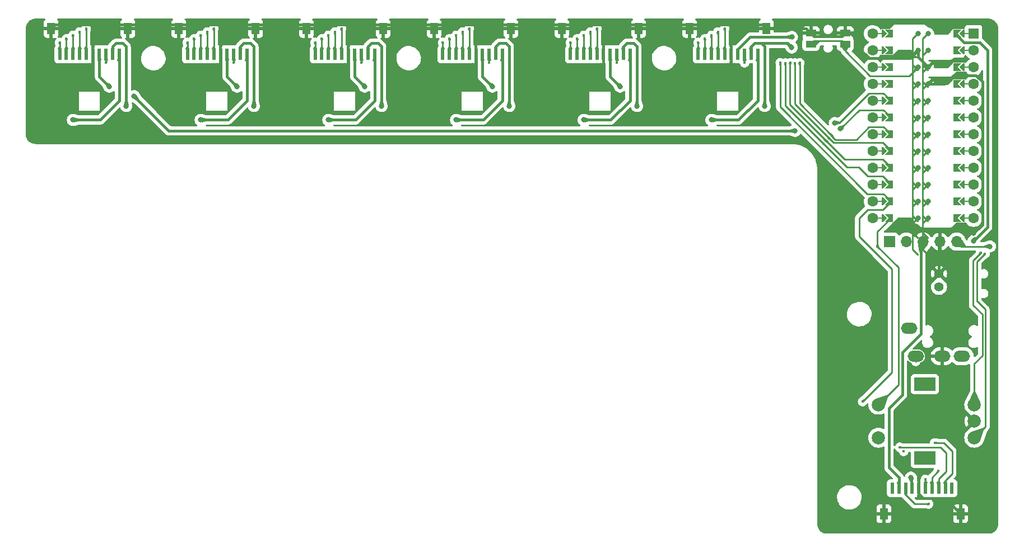
<source format=gbl>
G04 #@! TF.GenerationSoftware,KiCad,Pcbnew,7.0.8*
G04 #@! TF.CreationDate,2023-10-21T22:21:02-07:00*
G04 #@! TF.ProjectId,Seismos_5CoreL,53656973-6d6f-4735-9f35-436f72654c2e,rev?*
G04 #@! TF.SameCoordinates,Original*
G04 #@! TF.FileFunction,Copper,L2,Bot*
G04 #@! TF.FilePolarity,Positive*
%FSLAX46Y46*%
G04 Gerber Fmt 4.6, Leading zero omitted, Abs format (unit mm)*
G04 Created by KiCad (PCBNEW 7.0.8) date 2023-10-21 22:21:02*
%MOMM*%
%LPD*%
G01*
G04 APERTURE LIST*
G04 Aperture macros list*
%AMFreePoly0*
4,1,5,0.125000,-0.500000,-0.125000,-0.500000,-0.125000,0.500000,0.125000,0.500000,0.125000,-0.500000,0.125000,-0.500000,$1*%
%AMFreePoly1*
4,1,6,0.600000,0.200000,0.000000,-0.400000,-0.600000,0.200000,-0.600000,0.400000,0.600000,0.400000,0.600000,0.200000,0.600000,0.200000,$1*%
%AMFreePoly2*
4,1,49,0.004652,0.123753,0.008918,0.124682,0.028635,0.117327,0.062500,0.108253,0.068172,0.102580,0.074910,0.100068,0.087486,0.083266,0.108253,0.062500,0.111163,0.051639,0.117119,0.043683,0.118510,0.024217,0.125000,0.000000,0.121245,-0.014013,0.122144,-0.026571,0.113772,-0.041901,0.108253,-0.062500,0.095633,-0.075119,0.088389,-0.088388,-0.641000,-0.817776,-0.641000,-4.770223,
0.088389,-5.499612,0.109711,-5.528094,0.124682,-5.596918,0.100068,-5.662910,0.043683,-5.705119,-0.026571,-5.710144,-0.088388,-5.676389,-0.854388,-4.910388,-0.867764,-4.892519,-0.871157,-4.889580,-0.871926,-4.886960,-0.875710,-4.881906,-0.882285,-4.851677,-0.891000,-4.822000,-0.891000,-0.766000,-0.887823,-0.743906,-0.888144,-0.739429,-0.886835,-0.737032,-0.885937,-0.730783,-0.869209,-0.704755,
-0.854388,-0.677612,-0.088388,0.088389,-0.064427,0.106325,-0.062500,0.108253,-0.061491,0.108523,-0.059906,0.109711,-0.044779,0.113001,0.000000,0.125000,0.004652,0.123753,0.004652,0.123753,$1*%
%AMFreePoly3*
4,1,6,0.600000,-0.250000,-0.600000,-0.250000,-0.600000,1.000000,0.000000,0.400000,0.600000,1.000000,0.600000,-0.250000,0.600000,-0.250000,$1*%
G04 Aperture macros list end*
G04 #@! TA.AperFunction,ComponentPad*
%ADD10C,2.000000*%
G04 #@! TD*
G04 #@! TA.AperFunction,ComponentPad*
%ADD11R,3.200000X2.000000*%
G04 #@! TD*
G04 #@! TA.AperFunction,ComponentPad*
%ADD12O,2.500000X1.700000*%
G04 #@! TD*
G04 #@! TA.AperFunction,ComponentPad*
%ADD13R,1.700000X1.700000*%
G04 #@! TD*
G04 #@! TA.AperFunction,ComponentPad*
%ADD14O,1.700000X1.700000*%
G04 #@! TD*
G04 #@! TA.AperFunction,ComponentPad*
%ADD15C,1.400000*%
G04 #@! TD*
G04 #@! TA.AperFunction,ComponentPad*
%ADD16C,1.600000*%
G04 #@! TD*
G04 #@! TA.AperFunction,ComponentPad*
%ADD17R,1.600000X1.600000*%
G04 #@! TD*
G04 #@! TA.AperFunction,SMDPad,CuDef*
%ADD18FreePoly0,270.000000*%
G04 #@! TD*
G04 #@! TA.AperFunction,SMDPad,CuDef*
%ADD19FreePoly1,270.000000*%
G04 #@! TD*
G04 #@! TA.AperFunction,SMDPad,CuDef*
%ADD20FreePoly1,90.000000*%
G04 #@! TD*
G04 #@! TA.AperFunction,SMDPad,CuDef*
%ADD21FreePoly0,90.000000*%
G04 #@! TD*
G04 #@! TA.AperFunction,SMDPad,CuDef*
%ADD22FreePoly2,270.000000*%
G04 #@! TD*
G04 #@! TA.AperFunction,ComponentPad*
%ADD23C,0.800000*%
G04 #@! TD*
G04 #@! TA.AperFunction,SMDPad,CuDef*
%ADD24FreePoly3,90.000000*%
G04 #@! TD*
G04 #@! TA.AperFunction,SMDPad,CuDef*
%ADD25FreePoly3,270.000000*%
G04 #@! TD*
G04 #@! TA.AperFunction,SMDPad,CuDef*
%ADD26FreePoly2,90.000000*%
G04 #@! TD*
G04 #@! TA.AperFunction,SMDPad,CuDef*
%ADD27R,0.600000X1.700000*%
G04 #@! TD*
G04 #@! TA.AperFunction,SMDPad,CuDef*
%ADD28R,1.200000X1.800000*%
G04 #@! TD*
G04 #@! TA.AperFunction,SMDPad,CuDef*
%ADD29R,1.550000X1.000000*%
G04 #@! TD*
G04 #@! TA.AperFunction,ViaPad*
%ADD30C,0.800000*%
G04 #@! TD*
G04 #@! TA.AperFunction,ViaPad*
%ADD31C,0.400000*%
G04 #@! TD*
G04 #@! TA.AperFunction,Conductor*
%ADD32C,0.381000*%
G04 #@! TD*
G04 #@! TA.AperFunction,Conductor*
%ADD33C,0.254000*%
G04 #@! TD*
G04 APERTURE END LIST*
D10*
X173390000Y-83460000D03*
X173390000Y-78460000D03*
X173390000Y-80960000D03*
D11*
X165890000Y-86560000D03*
X165890000Y-75360000D03*
D10*
X158890000Y-78460000D03*
X158890000Y-83460000D03*
D12*
X164530000Y-71125000D03*
X168530000Y-71125000D03*
X171530000Y-71125000D03*
X163530000Y-66925000D03*
D13*
X160556000Y-53766000D03*
D14*
X163096000Y-53766000D03*
X165636000Y-53766000D03*
X168176000Y-53766000D03*
X170716000Y-53766000D03*
D15*
X168050500Y-58632000D03*
X168050500Y-60632000D03*
D16*
X173256000Y-22286000D03*
D17*
X173256000Y-22286000D03*
D18*
X171986000Y-22286000D03*
D19*
X171478000Y-22286000D03*
D20*
X159794000Y-22286000D03*
D21*
X159286000Y-22286000D03*
D16*
X158016000Y-22286000D03*
X173256000Y-24826000D03*
D18*
X171986000Y-24826000D03*
D19*
X171478000Y-24826000D03*
D20*
X159794000Y-24826000D03*
D21*
X159286000Y-24826000D03*
D16*
X158016000Y-24826000D03*
X173256000Y-27366000D03*
D18*
X171986000Y-27366000D03*
D19*
X171478000Y-27366000D03*
D20*
X159794000Y-27366000D03*
D21*
X159286000Y-27366000D03*
D16*
X158016000Y-27366000D03*
X173256000Y-29906000D03*
D18*
X171986000Y-29906000D03*
D19*
X171478000Y-29906000D03*
D20*
X159794000Y-29906000D03*
D21*
X159286000Y-29906000D03*
D16*
X158016000Y-29906000D03*
X173256000Y-32446000D03*
D18*
X171986000Y-32446000D03*
D19*
X171478000Y-32446000D03*
D20*
X159794000Y-32446000D03*
D21*
X159286000Y-32446000D03*
D16*
X158016000Y-32446000D03*
X173256000Y-34986000D03*
D18*
X171986000Y-34986000D03*
D19*
X171478000Y-34986000D03*
D20*
X159794000Y-34986000D03*
D21*
X159286000Y-34986000D03*
D16*
X158016000Y-34986000D03*
X173256000Y-37526000D03*
D18*
X171986000Y-37526000D03*
D19*
X171478000Y-37526000D03*
D20*
X159794000Y-37526000D03*
D21*
X159286000Y-37526000D03*
D16*
X158016000Y-37526000D03*
X173256000Y-40066000D03*
D18*
X171986000Y-40066000D03*
D19*
X171478000Y-40066000D03*
D20*
X159794000Y-40066000D03*
D21*
X159286000Y-40066000D03*
D16*
X158016000Y-40066000D03*
X173256000Y-42606000D03*
D18*
X171986000Y-42606000D03*
D19*
X171478000Y-42606000D03*
D20*
X159794000Y-42606000D03*
D21*
X159286000Y-42606000D03*
D16*
X158016000Y-42606000D03*
X173256000Y-45146000D03*
D18*
X171986000Y-45146000D03*
D19*
X171478000Y-45146000D03*
D20*
X159794000Y-45146000D03*
D21*
X159286000Y-45146000D03*
D16*
X158016000Y-45146000D03*
X173256000Y-47686000D03*
D18*
X171986000Y-47686000D03*
D19*
X171478000Y-47686000D03*
D20*
X159794000Y-47686000D03*
D21*
X159286000Y-47686000D03*
D16*
X158016000Y-47686000D03*
X173256000Y-50226000D03*
D18*
X171986000Y-50226000D03*
D19*
X171478000Y-50226000D03*
D20*
X159794000Y-50226000D03*
D21*
X159286000Y-50226000D03*
D16*
X158016000Y-50226000D03*
D22*
X166398000Y-22286000D03*
D23*
X166398000Y-22286000D03*
D24*
X160810000Y-22286000D03*
D22*
X166398000Y-24826000D03*
D23*
X166398000Y-24826000D03*
D24*
X160810000Y-24826000D03*
D22*
X166398000Y-27366000D03*
D23*
X166398000Y-27366000D03*
D24*
X160810000Y-27366000D03*
D22*
X166398000Y-29906000D03*
D23*
X166398000Y-29906000D03*
D24*
X160810000Y-29906000D03*
D22*
X166398000Y-32446000D03*
D23*
X166398000Y-32446000D03*
D24*
X160810000Y-32446000D03*
D22*
X166398000Y-34986000D03*
D23*
X166398000Y-34986000D03*
D24*
X160810000Y-34986000D03*
D22*
X166398000Y-37526000D03*
D23*
X166398000Y-37526000D03*
D24*
X160810000Y-37526000D03*
D22*
X166398000Y-40066000D03*
D23*
X166398000Y-40066000D03*
D24*
X160810000Y-40066000D03*
D22*
X166398000Y-42606000D03*
D23*
X166398000Y-42606000D03*
D24*
X160810000Y-42606000D03*
D22*
X166398000Y-45146000D03*
D23*
X166398000Y-45146000D03*
D24*
X160810000Y-45146000D03*
D22*
X166398000Y-47686000D03*
D23*
X166398000Y-47686000D03*
D24*
X160810000Y-47686000D03*
D22*
X166398000Y-50226000D03*
D23*
X166398000Y-50226000D03*
D24*
X160810000Y-50226000D03*
D25*
X170462000Y-50226000D03*
D26*
X164874000Y-50226000D03*
D23*
X164874000Y-50226000D03*
D25*
X170462000Y-47686000D03*
D26*
X164874000Y-47686000D03*
D23*
X164874000Y-47686000D03*
D25*
X170462000Y-45146000D03*
D26*
X164874000Y-45146000D03*
D23*
X164874000Y-45146000D03*
D25*
X170462000Y-42606000D03*
D26*
X164874000Y-42606000D03*
D23*
X164874000Y-42606000D03*
D25*
X170462000Y-40066000D03*
D26*
X164874000Y-40066000D03*
D23*
X164874000Y-40066000D03*
D25*
X170462000Y-37526000D03*
D26*
X164874000Y-37526000D03*
D23*
X164874000Y-37526000D03*
D25*
X170462000Y-34986000D03*
D26*
X164874000Y-34986000D03*
D23*
X164874000Y-34986000D03*
D25*
X170462000Y-32446000D03*
D26*
X164874000Y-32446000D03*
D23*
X164874000Y-32446000D03*
D25*
X170462000Y-29906000D03*
D26*
X164874000Y-29906000D03*
D23*
X164874000Y-29906000D03*
D25*
X170462000Y-27366000D03*
D26*
X164874000Y-27366000D03*
D23*
X164874000Y-27366000D03*
D25*
X170462000Y-24826000D03*
D26*
X164874000Y-24826000D03*
D23*
X164874000Y-24826000D03*
D25*
X170462000Y-22286000D03*
D26*
X164874000Y-22286000D03*
D23*
X164874000Y-22286000D03*
D27*
X35150000Y-25386000D03*
X36150000Y-25386000D03*
X37150000Y-25385000D03*
X38150000Y-25385000D03*
X39150000Y-25385000D03*
X40150000Y-25385000D03*
X41150000Y-25385000D03*
X42150000Y-25385000D03*
X43150000Y-25385000D03*
X44150000Y-25385000D03*
D28*
X33850000Y-21510000D03*
X45450000Y-21510000D03*
D27*
X54450000Y-25386000D03*
X55450000Y-25386000D03*
X56450000Y-25385000D03*
X57450000Y-25385000D03*
X58450000Y-25385000D03*
X59450000Y-25385000D03*
X60450000Y-25385000D03*
X61450000Y-25385000D03*
X62450000Y-25385000D03*
X63450000Y-25385000D03*
D28*
X53150000Y-21510000D03*
X64750000Y-21510000D03*
D29*
X153887500Y-23899500D03*
X153887500Y-22199500D03*
X148687500Y-23899500D03*
X148687500Y-22199500D03*
D27*
X131650000Y-25386000D03*
X132650000Y-25386000D03*
X133650000Y-25385000D03*
X134650000Y-25385000D03*
X135650000Y-25385000D03*
X136650000Y-25385000D03*
X137650000Y-25385000D03*
X138650000Y-25385000D03*
X139650000Y-25385000D03*
X140650000Y-25385000D03*
D28*
X130350000Y-21510000D03*
X141950000Y-21510000D03*
D27*
X170000000Y-91114000D03*
X169000000Y-91114000D03*
X168000000Y-91115000D03*
X167000000Y-91115000D03*
X166000000Y-91115000D03*
X165000000Y-91115000D03*
X164000000Y-91115000D03*
X163000000Y-91115000D03*
X162000000Y-91115000D03*
X161000000Y-91115000D03*
D28*
X171300000Y-94990000D03*
X159700000Y-94990000D03*
D27*
X93050000Y-25386000D03*
X94050000Y-25386000D03*
X95050000Y-25385000D03*
X96050000Y-25385000D03*
X97050000Y-25385000D03*
X98050000Y-25385000D03*
X99050000Y-25385000D03*
X100050000Y-25385000D03*
X101050000Y-25385000D03*
X102050000Y-25385000D03*
D28*
X91750000Y-21510000D03*
X103350000Y-21510000D03*
D27*
X73750000Y-25386000D03*
X74750000Y-25386000D03*
X75750000Y-25385000D03*
X76750000Y-25385000D03*
X77750000Y-25385000D03*
X78750000Y-25385000D03*
X79750000Y-25385000D03*
X80750000Y-25385000D03*
X81750000Y-25385000D03*
X82750000Y-25385000D03*
D28*
X72450000Y-21510000D03*
X84050000Y-21510000D03*
D27*
X112350000Y-25386000D03*
X113350000Y-25386000D03*
X114350000Y-25385000D03*
X115350000Y-25385000D03*
X116350000Y-25385000D03*
X117350000Y-25385000D03*
X118350000Y-25385000D03*
X119350000Y-25385000D03*
X120350000Y-25385000D03*
X121350000Y-25385000D03*
D28*
X111050000Y-21510000D03*
X122650000Y-21510000D03*
D30*
X72450000Y-31750000D03*
X130350000Y-31750000D03*
X111050000Y-31750000D03*
X91750000Y-31750000D03*
X173309500Y-52525500D03*
X168530000Y-66047000D03*
X53150000Y-31750000D03*
X151300000Y-29975000D03*
X33850000Y-31750000D03*
D31*
X97050000Y-21490000D03*
X151894372Y-37727939D03*
X77750000Y-21490000D03*
X39150000Y-21490000D03*
X58450000Y-21490000D03*
X135650000Y-21490000D03*
X166000000Y-89750000D03*
X116350000Y-21490000D03*
X147000000Y-26700000D03*
X115350000Y-22016500D03*
X151417895Y-38091769D03*
X96050000Y-22016500D03*
X57450000Y-22016500D03*
X38150000Y-22016500D03*
X134650000Y-22016500D03*
X146277708Y-26722292D03*
X167973500Y-88500000D03*
X76750000Y-22016500D03*
X133650000Y-22543000D03*
X150987491Y-38509089D03*
X95050000Y-22543000D03*
X145552708Y-26697292D03*
X56450000Y-22543000D03*
X162100000Y-84900000D03*
X114350000Y-22543000D03*
X75750000Y-22543000D03*
X37150000Y-22543000D03*
X150565736Y-38935147D03*
X162700000Y-85550000D03*
X94050000Y-23069500D03*
X144830416Y-26719584D03*
X132650000Y-23069500D03*
X74750000Y-23069500D03*
X55450000Y-23069500D03*
X113350000Y-23069500D03*
X36150000Y-23069500D03*
X167400000Y-84250000D03*
D30*
X141700000Y-33250000D03*
X103100000Y-33250000D03*
X83800000Y-33250000D03*
X122400000Y-33250000D03*
X145775000Y-24375000D03*
X45200000Y-33250000D03*
X64500000Y-33250000D03*
X153152500Y-36702815D03*
X152291385Y-35808615D03*
X145824000Y-22794000D03*
D31*
X138650000Y-26700000D03*
X119350000Y-26700000D03*
X100050000Y-26700000D03*
X80750000Y-26700000D03*
X61450000Y-26700000D03*
X42150000Y-26700000D03*
D30*
X173276468Y-53676468D03*
D31*
X175000000Y-55600000D03*
X174392563Y-55462852D03*
D30*
X119848100Y-30299300D03*
X100548100Y-30299300D03*
X81248100Y-30299300D03*
X61948100Y-30299300D03*
X42648100Y-30299300D03*
D31*
X112350000Y-23596000D03*
X144058124Y-26691876D03*
X156500000Y-78000000D03*
X54450000Y-23596000D03*
X131650000Y-23596000D03*
X93050000Y-23596000D03*
X35150000Y-23596000D03*
X73750000Y-23596000D03*
D30*
X175726500Y-54500000D03*
X146300000Y-37000000D03*
X46400000Y-31750000D03*
X163800000Y-89500000D03*
D31*
X158750000Y-54500000D03*
X166500000Y-93500000D03*
D30*
X133650000Y-35348800D03*
X114350000Y-35348800D03*
X95050000Y-35348800D03*
X75750000Y-35348800D03*
X56450000Y-35348800D03*
X37150000Y-35348800D03*
D32*
X78750000Y-26750000D02*
X77650000Y-27850000D01*
X153887500Y-22199500D02*
X154662500Y-22199500D01*
X78750000Y-25385000D02*
X78750000Y-26750000D01*
X147978000Y-21510000D02*
X147988000Y-21500000D01*
X40150000Y-25385000D02*
X40150000Y-26750000D01*
X111050000Y-26350000D02*
X111050000Y-25250000D01*
X33850000Y-21510000D02*
X34460000Y-20900000D01*
X33850000Y-26350000D02*
X33850000Y-25250000D01*
X166400000Y-60282500D02*
X168050500Y-58632000D01*
X174600000Y-51235000D02*
X174600000Y-29566378D01*
X173633622Y-28600000D02*
X170200000Y-28600000D01*
X149187500Y-22699500D02*
X153387500Y-22699500D01*
X168530000Y-66047000D02*
X166400000Y-63917000D01*
X112550000Y-27850000D02*
X111050000Y-26350000D01*
X93250000Y-27850000D02*
X91750000Y-26350000D01*
X168960000Y-92650000D02*
X171300000Y-94990000D01*
X35350000Y-27850000D02*
X33850000Y-26350000D01*
X153387500Y-22699500D02*
X153887500Y-22199500D01*
X173390000Y-80960000D02*
X171300000Y-83050000D01*
X72450000Y-31750000D02*
X72450000Y-21954000D01*
X130350000Y-26350000D02*
X130350000Y-25250000D01*
X59450000Y-25385000D02*
X59450000Y-26750000D01*
X136650000Y-26750000D02*
X135550000Y-27850000D01*
X40150000Y-26750000D02*
X39050000Y-27850000D01*
X33850000Y-31750000D02*
X33850000Y-25250000D01*
X154662500Y-22199500D02*
X156200000Y-23737000D01*
X53150000Y-31750000D02*
X53150000Y-21954000D01*
X77650000Y-27850000D02*
X73950000Y-27850000D01*
X168894000Y-29906000D02*
X166398000Y-29906000D01*
X34460000Y-20900000D02*
X141340000Y-20900000D01*
X173309500Y-52525500D02*
X174600000Y-51235000D01*
X147988000Y-21500000D02*
X148687500Y-22199500D01*
X168530000Y-71997000D02*
X168530000Y-66047000D01*
X58350000Y-27850000D02*
X54650000Y-27850000D01*
X173390000Y-80960000D02*
X168530000Y-76100000D01*
X135550000Y-27850000D02*
X131850000Y-27850000D01*
X164874000Y-24826000D02*
X164874000Y-25842000D01*
X96950000Y-27850000D02*
X93250000Y-27850000D01*
X163683500Y-26016500D02*
X164874000Y-24826000D01*
X141340000Y-20900000D02*
X141950000Y-21510000D01*
X148687500Y-22199500D02*
X149187500Y-22699500D01*
X33850000Y-25250000D02*
X33850000Y-21954000D01*
X111050000Y-31750000D02*
X111050000Y-21954000D01*
X168050500Y-58632000D02*
X168050500Y-53891500D01*
X130350000Y-31750000D02*
X130350000Y-21954000D01*
X165000000Y-91115000D02*
X165000000Y-91965000D01*
X141950000Y-21510000D02*
X147978000Y-21510000D01*
X54650000Y-27850000D02*
X53150000Y-26350000D01*
X168530000Y-76100000D02*
X168530000Y-71997000D01*
X116250000Y-27850000D02*
X112550000Y-27850000D01*
X53150000Y-26350000D02*
X53150000Y-25250000D01*
X166400000Y-63917000D02*
X166400000Y-60282500D01*
X72450000Y-26350000D02*
X72450000Y-25250000D01*
X98050000Y-26750000D02*
X96950000Y-27850000D01*
X91750000Y-31750000D02*
X91750000Y-21954000D01*
X171300000Y-83050000D02*
X171300000Y-94990000D01*
X174600000Y-29566378D02*
X173633622Y-28600000D01*
X165000000Y-91965000D02*
X165685000Y-92650000D01*
X131850000Y-27850000D02*
X130350000Y-26350000D01*
X159700000Y-94990000D02*
X171300000Y-94990000D01*
X117350000Y-26750000D02*
X116250000Y-27850000D01*
X157522878Y-26016500D02*
X163683500Y-26016500D01*
X73950000Y-27850000D02*
X72450000Y-26350000D01*
X170200000Y-28600000D02*
X168894000Y-29906000D01*
X117350000Y-25385000D02*
X117350000Y-26750000D01*
X98050000Y-25385000D02*
X98050000Y-26750000D01*
X165685000Y-92650000D02*
X168960000Y-92650000D01*
X91750000Y-26350000D02*
X91750000Y-25250000D01*
X164874000Y-25842000D02*
X166398000Y-27366000D01*
X59450000Y-26750000D02*
X58350000Y-27850000D01*
X156200000Y-24693622D02*
X157522878Y-26016500D01*
X168050500Y-53891500D02*
X168176000Y-53766000D01*
X39050000Y-27850000D02*
X35350000Y-27850000D01*
X156200000Y-23737000D02*
X156200000Y-24693622D01*
X136650000Y-25385000D02*
X136650000Y-26750000D01*
D33*
X116350000Y-25385000D02*
X116350000Y-21490000D01*
X39150000Y-25385000D02*
X39150000Y-21490000D01*
X166000000Y-91115000D02*
X166000000Y-89750000D01*
X157476000Y-36399000D02*
X159683000Y-36399000D01*
X77750000Y-25385000D02*
X77750000Y-21490000D01*
X135650000Y-25385000D02*
X135650000Y-21490000D01*
X58450000Y-25385000D02*
X58450000Y-21490000D01*
X97050000Y-25385000D02*
X97050000Y-21490000D01*
X152397366Y-38320000D02*
X155555000Y-38320000D01*
X159683000Y-36399000D02*
X160810000Y-37526000D01*
X147000000Y-32833567D02*
X151894372Y-37727939D01*
X155555000Y-38320000D02*
X157476000Y-36399000D01*
X147000000Y-26700000D02*
X147000000Y-32833567D01*
X151894372Y-37727939D02*
X151894372Y-37817006D01*
X151894372Y-37817006D02*
X152397366Y-38320000D01*
X146288364Y-32962238D02*
X151417895Y-38091769D01*
X115350000Y-25385000D02*
X115350000Y-22016500D01*
X134650000Y-25385000D02*
X134650000Y-22016500D01*
X57450000Y-25385000D02*
X57450000Y-22016500D01*
X151417895Y-38091769D02*
X152122126Y-38796000D01*
X96050000Y-25385000D02*
X96050000Y-22016500D01*
X146288364Y-26732948D02*
X146288364Y-32962238D01*
X159540000Y-38796000D02*
X160810000Y-40066000D01*
X167000000Y-89473500D02*
X167973500Y-88500000D01*
X167000000Y-91115000D02*
X167000000Y-89473500D01*
X152122126Y-38796000D02*
X159540000Y-38796000D01*
X38150000Y-25385000D02*
X38150000Y-22016500D01*
X76750000Y-25385000D02*
X76750000Y-22016500D01*
X146277708Y-26722292D02*
X146288364Y-26732948D01*
X159534419Y-41330419D02*
X153808821Y-41330419D01*
X160810000Y-42606000D02*
X159534419Y-41330419D01*
X95050000Y-22543000D02*
X95050000Y-25385000D01*
X145543738Y-26706262D02*
X145543738Y-33065336D01*
X168300000Y-84950000D02*
X169150000Y-85800000D01*
X168000000Y-89700000D02*
X168000000Y-91115000D01*
X162100000Y-84900000D02*
X162150000Y-84950000D01*
X169150000Y-85800000D02*
X169150000Y-88550000D01*
X75750000Y-22543000D02*
X75750000Y-25385000D01*
X37150000Y-22543000D02*
X37150000Y-25385000D01*
X145543738Y-33065336D02*
X150987491Y-38509089D01*
X114350000Y-22543000D02*
X114350000Y-25385000D01*
X56450000Y-22543000D02*
X56450000Y-25385000D01*
X162150000Y-84950000D02*
X168300000Y-84950000D01*
X169150000Y-88550000D02*
X168000000Y-89700000D01*
X145552708Y-26697292D02*
X145543738Y-26706262D01*
X153808821Y-41330419D02*
X150987491Y-38509089D01*
X133650000Y-22543000D02*
X133650000Y-25385000D01*
X159540000Y-43876000D02*
X160810000Y-45146000D01*
X132650000Y-25386000D02*
X132650000Y-23069500D01*
X169000000Y-89950000D02*
X169000000Y-91114000D01*
X157276000Y-43876000D02*
X159540000Y-43876000D01*
X167400000Y-84250000D02*
X168800000Y-84250000D01*
X154130589Y-42500000D02*
X155900000Y-42500000D01*
X155900000Y-42500000D02*
X157276000Y-43876000D01*
X74750000Y-25386000D02*
X74750000Y-23069500D01*
X144799323Y-26750677D02*
X144799323Y-33168734D01*
X36150000Y-25386000D02*
X36150000Y-23069500D01*
X94050000Y-25386000D02*
X94050000Y-23069500D01*
X170050000Y-88900000D02*
X169000000Y-89950000D01*
X144799323Y-33168734D02*
X154130589Y-42500000D01*
X144830416Y-26719584D02*
X144799323Y-26750677D01*
X113350000Y-25386000D02*
X113350000Y-23069500D01*
X170050000Y-85500000D02*
X170050000Y-88900000D01*
X168800000Y-84250000D02*
X170050000Y-85500000D01*
X55450000Y-25386000D02*
X55450000Y-23069500D01*
D32*
X141200000Y-23750000D02*
X140150000Y-23750000D01*
X83800000Y-33250000D02*
X83800000Y-24250000D01*
X162500000Y-70495489D02*
X162500000Y-77000000D01*
X140150000Y-23750000D02*
X139650000Y-24250000D01*
X103100000Y-33250000D02*
X103100000Y-24250000D01*
X64500000Y-24250000D02*
X64000000Y-23750000D01*
X82250000Y-23750000D02*
X81750000Y-24250000D01*
X62450000Y-24250000D02*
X62450000Y-25385000D01*
X45200000Y-24250000D02*
X44700000Y-23750000D01*
X141700000Y-33250000D02*
X141700000Y-24250000D01*
X62950000Y-23750000D02*
X62450000Y-24250000D01*
X101050000Y-24250000D02*
X101050000Y-25385000D01*
X44700000Y-23750000D02*
X43650000Y-23750000D01*
X120350000Y-24250000D02*
X120350000Y-25385000D01*
X43150000Y-24250000D02*
X43150000Y-25385000D01*
X162500000Y-77000000D02*
X160500000Y-79000000D01*
X141700000Y-24250000D02*
X141200000Y-23750000D01*
X83800000Y-24250000D02*
X83300000Y-23750000D01*
X139650000Y-24250000D02*
X139650000Y-25385000D01*
X122400000Y-33250000D02*
X122400000Y-24250000D01*
X45200000Y-33250000D02*
X45200000Y-24250000D01*
X81750000Y-24250000D02*
X81750000Y-25385000D01*
X64500000Y-33250000D02*
X64500000Y-24250000D01*
X162000000Y-89500000D02*
X162000000Y-91115000D01*
X120850000Y-23750000D02*
X120350000Y-24250000D01*
X165289500Y-54112500D02*
X165289500Y-67705989D01*
X83300000Y-23750000D02*
X82250000Y-23750000D01*
X165636000Y-53766000D02*
X165289500Y-54112500D01*
X165289500Y-67705989D02*
X162500000Y-70495489D01*
X122400000Y-24250000D02*
X121900000Y-23750000D01*
X102600000Y-23750000D02*
X101550000Y-23750000D01*
X145150000Y-23750000D02*
X145775000Y-24375000D01*
X101550000Y-23750000D02*
X101050000Y-24250000D01*
X103100000Y-24250000D02*
X102600000Y-23750000D01*
X160500000Y-79000000D02*
X160500000Y-88000000D01*
X43650000Y-23750000D02*
X43150000Y-24250000D01*
X121900000Y-23750000D02*
X120850000Y-23750000D01*
X140150000Y-23750000D02*
X145150000Y-23750000D01*
X64000000Y-23750000D02*
X62950000Y-23750000D01*
X160500000Y-88000000D02*
X162000000Y-89500000D01*
D33*
X155996315Y-33859000D02*
X159683000Y-33859000D01*
X159683000Y-33859000D02*
X160810000Y-34986000D01*
X153152500Y-36702815D02*
X155996315Y-33859000D01*
X152916385Y-35808615D02*
X157406000Y-31319000D01*
X152291385Y-35808615D02*
X152916385Y-35808615D01*
X159683000Y-31319000D02*
X160810000Y-32446000D01*
X157406000Y-31319000D02*
X159683000Y-31319000D01*
D32*
X137650000Y-24682750D02*
X137650000Y-25385000D01*
X145817500Y-22800500D02*
X139532250Y-22800500D01*
X139532250Y-22800500D02*
X137650000Y-24682750D01*
X145824000Y-22794000D02*
X145817500Y-22800500D01*
D33*
X138650000Y-25385000D02*
X138650000Y-26700000D01*
X119350000Y-25385000D02*
X119350000Y-26700000D01*
X100050000Y-25385000D02*
X100050000Y-26700000D01*
X80750000Y-25385000D02*
X80750000Y-26700000D01*
X61450000Y-25385000D02*
X61450000Y-26700000D01*
X42150000Y-25385000D02*
X42150000Y-26700000D01*
D32*
X174235500Y-23635500D02*
X171811500Y-23635500D01*
X175400000Y-24800000D02*
X174235500Y-23635500D01*
X175400000Y-51552936D02*
X175400000Y-24800000D01*
X173276468Y-53676468D02*
X175400000Y-51552936D01*
X171811500Y-23635500D02*
X170462000Y-22286000D01*
D33*
X163552000Y-28688000D02*
X164874000Y-27366000D01*
X153887500Y-23899500D02*
X153887500Y-24937500D01*
X153887500Y-24937500D02*
X157638000Y-28688000D01*
X153387500Y-23399500D02*
X153887500Y-23899500D01*
X148687500Y-23899500D02*
X149187500Y-23399500D01*
X149187500Y-23399500D02*
X153387500Y-23399500D01*
X157638000Y-28688000D02*
X163552000Y-28688000D01*
X173800000Y-56800000D02*
X173800000Y-62854000D01*
X175054000Y-64054000D02*
X175054000Y-81796000D01*
X175054000Y-81796000D02*
X173390000Y-83460000D01*
X173854000Y-62854000D02*
X175054000Y-64054000D01*
X175000000Y-55600000D02*
X173800000Y-56800000D01*
X173800000Y-62854000D02*
X173854000Y-62854000D01*
X173390000Y-72210000D02*
X173390000Y-78460000D01*
X173200000Y-63400000D02*
X174600000Y-64800000D01*
X174600000Y-71000000D02*
X173390000Y-72210000D01*
X174600000Y-64800000D02*
X174600000Y-71000000D01*
X173200000Y-56655415D02*
X173200000Y-63400000D01*
X174392563Y-55462852D02*
X173200000Y-56655415D01*
D32*
X118350000Y-28801200D02*
X118350000Y-25385000D01*
X119848100Y-30299300D02*
X118350000Y-28801200D01*
X100548100Y-30299300D02*
X99050000Y-28801200D01*
X99050000Y-28801200D02*
X99050000Y-25385000D01*
X79750000Y-28801200D02*
X79750000Y-25385000D01*
X81248100Y-30299300D02*
X79750000Y-28801200D01*
X61948100Y-30299300D02*
X60450000Y-28801200D01*
X60450000Y-28801200D02*
X60450000Y-25385000D01*
X42648100Y-30299300D02*
X41150000Y-28801200D01*
X41150000Y-28801200D02*
X41150000Y-25385000D01*
D33*
X164557000Y-71970000D02*
X164530000Y-71997000D01*
X157254000Y-48956000D02*
X159540000Y-48956000D01*
X156000000Y-50210000D02*
X157254000Y-48956000D01*
X144055125Y-26694875D02*
X144055125Y-33405125D01*
X144058124Y-26691876D02*
X144055125Y-26694875D01*
X156000000Y-53000000D02*
X156000000Y-50210000D01*
X159540000Y-48956000D02*
X160810000Y-47686000D01*
X144055125Y-33405125D02*
X157209000Y-46559000D01*
X93050000Y-25386000D02*
X93050000Y-23596000D01*
X73750000Y-25386000D02*
X73750000Y-23596000D01*
X157209000Y-46559000D02*
X159683000Y-46559000D01*
X54450000Y-25386000D02*
X54450000Y-23596000D01*
X112350000Y-25386000D02*
X112350000Y-23596000D01*
X156500000Y-78000000D02*
X160946000Y-73554000D01*
X160946000Y-57946000D02*
X156000000Y-53000000D01*
X131650000Y-25386000D02*
X131650000Y-23596000D01*
X35150000Y-25386000D02*
X35150000Y-23596000D01*
X160946000Y-73554000D02*
X160946000Y-57946000D01*
X159683000Y-46559000D02*
X160810000Y-47686000D01*
X171450000Y-54500000D02*
X175726500Y-54500000D01*
X170716000Y-53766000D02*
X171450000Y-54500000D01*
D32*
X51650000Y-37000000D02*
X46400000Y-31750000D01*
X146300000Y-37000000D02*
X51650000Y-37000000D01*
X163900000Y-89600000D02*
X163900000Y-90150000D01*
X163800000Y-89500000D02*
X163900000Y-89600000D01*
D33*
X163000000Y-92150000D02*
X164350000Y-93500000D01*
X164350000Y-93500000D02*
X166500000Y-93500000D01*
X158890000Y-78460000D02*
X161919000Y-75431000D01*
X161919000Y-57669000D02*
X158750000Y-54500000D01*
X163000000Y-91115000D02*
X163000000Y-92150000D01*
X158750000Y-54500000D02*
X158750000Y-52286000D01*
X158750000Y-52286000D02*
X160810000Y-50226000D01*
X161919000Y-75431000D02*
X161919000Y-57669000D01*
D32*
X137750000Y-35348800D02*
X140650000Y-32448800D01*
X133650000Y-35348800D02*
X137750000Y-35348800D01*
X140650000Y-32448800D02*
X140650000Y-25385000D01*
X118450000Y-35348800D02*
X121350000Y-32448800D01*
X114350000Y-35348800D02*
X118450000Y-35348800D01*
X121350000Y-32448800D02*
X121350000Y-25385000D01*
X102050000Y-32448800D02*
X102050000Y-25385000D01*
X95050000Y-35348800D02*
X99150000Y-35348800D01*
X99150000Y-35348800D02*
X102050000Y-32448800D01*
X82750000Y-32448800D02*
X82750000Y-25385000D01*
X79850000Y-35348800D02*
X82750000Y-32448800D01*
X75750000Y-35348800D02*
X79850000Y-35348800D01*
X60550000Y-35348800D02*
X63450000Y-32448800D01*
X63450000Y-32448800D02*
X63450000Y-25385000D01*
X56450000Y-35348800D02*
X60550000Y-35348800D01*
X44150000Y-32448800D02*
X44150000Y-25385000D01*
X37150000Y-35348800D02*
X41250000Y-35348800D01*
X41250000Y-35348800D02*
X44150000Y-32448800D01*
G04 #@! TA.AperFunction,Conductor*
G36*
X163903535Y-50118414D02*
G01*
X163949290Y-50171218D01*
X163959801Y-50219537D01*
X163959817Y-50219536D01*
X163959831Y-50219674D01*
X163960496Y-50222729D01*
X163960496Y-50225996D01*
X163960496Y-50226000D01*
X163980458Y-50415928D01*
X163980459Y-50415931D01*
X164039470Y-50597549D01*
X164039473Y-50597556D01*
X164134960Y-50762944D01*
X164191736Y-50826000D01*
X164258239Y-50899860D01*
X164262747Y-50904866D01*
X164417248Y-51017118D01*
X164591712Y-51094794D01*
X164778513Y-51134500D01*
X164827840Y-51134500D01*
X164894879Y-51154185D01*
X164915521Y-51170819D01*
X165134614Y-51389912D01*
X165151246Y-51410550D01*
X165153291Y-51413733D01*
X165153295Y-51413737D01*
X165190152Y-51445673D01*
X165193393Y-51448690D01*
X165197854Y-51453151D01*
X165197854Y-51453152D01*
X165201059Y-51456357D01*
X165201066Y-51456362D01*
X165201067Y-51456363D01*
X165209749Y-51462862D01*
X165213197Y-51465641D01*
X165263803Y-51509491D01*
X165263807Y-51509494D01*
X165263810Y-51509496D01*
X165298431Y-51531745D01*
X165298431Y-51531746D01*
X165325556Y-51549178D01*
X165325565Y-51549182D01*
X165336155Y-51554019D01*
X165340107Y-51555997D01*
X165361930Y-51567909D01*
X165361930Y-51567910D01*
X165366143Y-51570210D01*
X165366150Y-51570212D01*
X165366153Y-51570214D01*
X165371678Y-51572274D01*
X165393899Y-51580560D01*
X165397956Y-51582241D01*
X165423782Y-51594035D01*
X165458558Y-51609917D01*
X165458559Y-51609917D01*
X165458563Y-51609919D01*
X165465921Y-51610976D01*
X165468245Y-51611311D01*
X165493930Y-51617866D01*
X165496939Y-51618988D01*
X165503109Y-51621289D01*
X165531434Y-51623314D01*
X165569607Y-51626044D01*
X165573994Y-51626515D01*
X165598078Y-51629978D01*
X165603296Y-51630729D01*
X165632890Y-51630729D01*
X165637313Y-51630886D01*
X165648960Y-51631720D01*
X165660607Y-51630886D01*
X165665030Y-51630729D01*
X169620017Y-51630729D01*
X169646366Y-51633561D01*
X169650061Y-51634365D01*
X169698686Y-51630887D01*
X169703111Y-51630729D01*
X169713978Y-51630729D01*
X169715566Y-51630500D01*
X169724743Y-51629180D01*
X169729102Y-51628711D01*
X169795911Y-51623933D01*
X169818642Y-51618988D01*
X169818641Y-51618987D01*
X169836137Y-51615181D01*
X169836138Y-51615182D01*
X169860341Y-51609917D01*
X169867632Y-51608331D01*
X169867646Y-51608327D01*
X169867710Y-51608314D01*
X169878765Y-51604188D01*
X169882944Y-51602798D01*
X169906516Y-51595879D01*
X169906517Y-51595880D01*
X169911123Y-51594528D01*
X169911179Y-51594512D01*
X169938126Y-51582204D01*
X169942175Y-51580527D01*
X170004706Y-51557194D01*
X170012505Y-51551353D01*
X170035316Y-51537816D01*
X170044186Y-51533766D01*
X170094647Y-51490037D01*
X170098063Y-51487285D01*
X170121750Y-51469549D01*
X170125142Y-51466156D01*
X170125141Y-51466155D01*
X170142585Y-51448708D01*
X170145832Y-51445685D01*
X170147950Y-51443849D01*
X170154691Y-51438008D01*
X170162339Y-51429180D01*
X170165325Y-51425971D01*
X170626512Y-50964785D01*
X170687834Y-50931303D01*
X170714192Y-50928469D01*
X171462002Y-50928469D01*
X171501208Y-50920670D01*
X171501208Y-50920669D01*
X171501213Y-50920669D01*
X171501217Y-50920666D01*
X171512493Y-50915996D01*
X171512924Y-50917038D01*
X171567788Y-50899860D01*
X171627415Y-50916218D01*
X171627507Y-50915996D01*
X171629274Y-50916728D01*
X171635168Y-50918345D01*
X171638774Y-50920663D01*
X171638784Y-50920667D01*
X171638787Y-50920669D01*
X171638790Y-50920669D01*
X171638791Y-50920670D01*
X171677997Y-50928469D01*
X171678000Y-50928469D01*
X171878002Y-50928469D01*
X171917208Y-50920670D01*
X171917208Y-50920669D01*
X171917213Y-50920669D01*
X171950457Y-50898457D01*
X171950457Y-50898456D01*
X171960614Y-50891671D01*
X171961797Y-50893441D01*
X172009190Y-50867563D01*
X172035548Y-50864729D01*
X172041309Y-50864729D01*
X172108348Y-50884414D01*
X172142882Y-50917603D01*
X172249802Y-51070300D01*
X172411700Y-51232198D01*
X172599251Y-51363523D01*
X172706934Y-51413736D01*
X172806750Y-51460281D01*
X172806752Y-51460281D01*
X172806757Y-51460284D01*
X173027913Y-51519543D01*
X173168149Y-51531812D01*
X173255998Y-51539498D01*
X173256000Y-51539498D01*
X173256002Y-51539498D01*
X173321517Y-51533766D01*
X173484087Y-51519543D01*
X173705243Y-51460284D01*
X173912749Y-51363523D01*
X174100300Y-51232198D01*
X174262198Y-51070300D01*
X174393523Y-50882749D01*
X174464618Y-50730283D01*
X174510790Y-50677844D01*
X174577983Y-50658692D01*
X174644864Y-50678907D01*
X174690199Y-50732073D01*
X174701000Y-50782688D01*
X174701000Y-51212037D01*
X174681315Y-51279076D01*
X174664681Y-51299718D01*
X173397209Y-52567190D01*
X173391105Y-52572543D01*
X173366326Y-52591556D01*
X173338292Y-52607741D01*
X173276830Y-52633200D01*
X173262237Y-52639784D01*
X173247481Y-52647004D01*
X173233774Y-52654231D01*
X172879283Y-52855032D01*
X172857331Y-52868123D01*
X172850788Y-52871515D01*
X172819716Y-52885349D01*
X172665213Y-52997603D01*
X172537427Y-53139525D01*
X172441941Y-53304911D01*
X172441938Y-53304918D01*
X172384022Y-53483166D01*
X172344584Y-53540842D01*
X172280226Y-53568040D01*
X172211379Y-53556125D01*
X172162363Y-53512793D01*
X172083628Y-53392592D01*
X171944073Y-53179540D01*
X171934250Y-53161416D01*
X171919053Y-53126769D01*
X171914859Y-53117206D01*
X171798900Y-52939719D01*
X171791722Y-52928732D01*
X171791719Y-52928729D01*
X171791715Y-52928723D01*
X171639243Y-52763097D01*
X171639238Y-52763092D01*
X171499374Y-52654231D01*
X171461576Y-52624811D01*
X171461575Y-52624810D01*
X171461572Y-52624808D01*
X171263580Y-52517661D01*
X171263577Y-52517659D01*
X171263574Y-52517658D01*
X171263571Y-52517657D01*
X171263569Y-52517656D01*
X171050637Y-52444556D01*
X170828569Y-52407500D01*
X170603431Y-52407500D01*
X170381362Y-52444556D01*
X170168430Y-52517656D01*
X170168419Y-52517661D01*
X169970427Y-52624808D01*
X169970422Y-52624812D01*
X169792761Y-52763092D01*
X169792756Y-52763097D01*
X169640284Y-52928723D01*
X169640276Y-52928734D01*
X169546251Y-53072650D01*
X169493105Y-53118007D01*
X169423873Y-53127430D01*
X169360538Y-53097928D01*
X169340868Y-53075951D01*
X169214113Y-52894926D01*
X169214108Y-52894920D01*
X169047082Y-52727894D01*
X168853578Y-52592399D01*
X168639492Y-52492570D01*
X168639486Y-52492567D01*
X168426000Y-52435364D01*
X168426000Y-53330498D01*
X168318315Y-53281320D01*
X168211763Y-53266000D01*
X168140237Y-53266000D01*
X168033685Y-53281320D01*
X167926000Y-53330498D01*
X167926000Y-52435364D01*
X167925999Y-52435364D01*
X167712513Y-52492567D01*
X167712507Y-52492570D01*
X167498422Y-52592399D01*
X167498420Y-52592400D01*
X167304926Y-52727886D01*
X167304920Y-52727891D01*
X167137891Y-52894920D01*
X167137890Y-52894922D01*
X167011131Y-53075952D01*
X166956554Y-53119577D01*
X166887055Y-53126769D01*
X166824701Y-53095247D01*
X166805752Y-53072656D01*
X166711722Y-52928732D01*
X166711715Y-52928725D01*
X166711715Y-52928723D01*
X166559243Y-52763097D01*
X166559238Y-52763092D01*
X166419374Y-52654231D01*
X166381576Y-52624811D01*
X166381575Y-52624810D01*
X166381572Y-52624808D01*
X166183580Y-52517661D01*
X166183577Y-52517659D01*
X166183574Y-52517658D01*
X166183571Y-52517657D01*
X166183569Y-52517656D01*
X165970637Y-52444556D01*
X165748569Y-52407500D01*
X165523431Y-52407500D01*
X165301362Y-52444556D01*
X165088430Y-52517656D01*
X165088419Y-52517661D01*
X164890427Y-52624808D01*
X164890422Y-52624812D01*
X164712761Y-52763092D01*
X164712756Y-52763097D01*
X164560284Y-52928723D01*
X164560276Y-52928734D01*
X164469808Y-53067206D01*
X164416662Y-53112562D01*
X164347431Y-53121986D01*
X164284095Y-53092484D01*
X164262192Y-53067206D01*
X164178900Y-52939719D01*
X164171722Y-52928732D01*
X164171719Y-52928729D01*
X164171715Y-52928723D01*
X164019243Y-52763097D01*
X164019238Y-52763092D01*
X163879374Y-52654231D01*
X163841576Y-52624811D01*
X163841575Y-52624810D01*
X163841572Y-52624808D01*
X163643580Y-52517661D01*
X163643577Y-52517659D01*
X163643574Y-52517658D01*
X163643571Y-52517657D01*
X163643569Y-52517656D01*
X163430637Y-52444556D01*
X163208569Y-52407500D01*
X162983431Y-52407500D01*
X162761362Y-52444556D01*
X162548430Y-52517656D01*
X162548419Y-52517661D01*
X162350427Y-52624808D01*
X162350422Y-52624812D01*
X162172761Y-52763092D01*
X162109548Y-52831760D01*
X162049661Y-52867750D01*
X161979823Y-52865649D01*
X161922207Y-52826124D01*
X161902138Y-52791110D01*
X161856889Y-52669796D01*
X161834422Y-52639784D01*
X161769261Y-52552739D01*
X161652204Y-52465111D01*
X161636533Y-52459266D01*
X161515203Y-52414011D01*
X161454654Y-52407500D01*
X161454638Y-52407500D01*
X159826593Y-52407500D01*
X159759554Y-52387815D01*
X159713799Y-52335011D01*
X159703855Y-52265853D01*
X159732880Y-52202297D01*
X159738912Y-52195819D01*
X159864668Y-52070064D01*
X160969945Y-50964788D01*
X161031268Y-50931303D01*
X161057626Y-50928469D01*
X161060002Y-50928469D01*
X161099208Y-50920670D01*
X161099208Y-50920669D01*
X161099213Y-50920669D01*
X161132457Y-50898457D01*
X161154669Y-50865213D01*
X161162469Y-50826000D01*
X161162469Y-50823625D01*
X161162821Y-50822425D01*
X161163066Y-50819940D01*
X161163537Y-50819986D01*
X161182154Y-50756586D01*
X161198779Y-50735952D01*
X161211272Y-50723459D01*
X161224631Y-50711885D01*
X161235696Y-50703603D01*
X161804251Y-50135048D01*
X161865574Y-50101563D01*
X161891932Y-50098729D01*
X163836496Y-50098729D01*
X163903535Y-50118414D01*
G37*
G04 #@! TD.AperFunction*
G04 #@! TA.AperFunction,Conductor*
G36*
X174644864Y-48138907D02*
G01*
X174690199Y-48192073D01*
X174701000Y-48242688D01*
X174701000Y-49669311D01*
X174681315Y-49736350D01*
X174628511Y-49782105D01*
X174559353Y-49792049D01*
X174495797Y-49763024D01*
X174464618Y-49721715D01*
X174419984Y-49625997D01*
X174393523Y-49569251D01*
X174262198Y-49381700D01*
X174100300Y-49219802D01*
X173912749Y-49088477D01*
X173903004Y-49083933D01*
X173869655Y-49068382D01*
X173817215Y-49022210D01*
X173798063Y-48955017D01*
X173818278Y-48888136D01*
X173869655Y-48843618D01*
X173872882Y-48842112D01*
X173912749Y-48823523D01*
X174100300Y-48692198D01*
X174262198Y-48530300D01*
X174393523Y-48342749D01*
X174464618Y-48190283D01*
X174510790Y-48137844D01*
X174577983Y-48118692D01*
X174644864Y-48138907D01*
G37*
G04 #@! TD.AperFunction*
G04 #@! TA.AperFunction,Conductor*
G36*
X174644864Y-45598907D02*
G01*
X174690199Y-45652073D01*
X174701000Y-45702688D01*
X174701000Y-47129311D01*
X174681315Y-47196350D01*
X174628511Y-47242105D01*
X174559353Y-47252049D01*
X174495797Y-47223024D01*
X174464618Y-47181715D01*
X174415890Y-47077217D01*
X174393523Y-47029251D01*
X174262198Y-46841700D01*
X174100300Y-46679802D01*
X173912749Y-46548477D01*
X173903004Y-46543933D01*
X173869655Y-46528382D01*
X173817215Y-46482210D01*
X173798063Y-46415017D01*
X173818278Y-46348136D01*
X173869655Y-46303618D01*
X173872882Y-46302112D01*
X173912749Y-46283523D01*
X174100300Y-46152198D01*
X174262198Y-45990300D01*
X174393523Y-45802749D01*
X174464618Y-45650283D01*
X174510790Y-45597844D01*
X174577983Y-45578692D01*
X174644864Y-45598907D01*
G37*
G04 #@! TD.AperFunction*
G04 #@! TA.AperFunction,Conductor*
G36*
X174644864Y-43058907D02*
G01*
X174690199Y-43112073D01*
X174701000Y-43162688D01*
X174701000Y-44589311D01*
X174681315Y-44656350D01*
X174628511Y-44702105D01*
X174559353Y-44712049D01*
X174495797Y-44683024D01*
X174464618Y-44641715D01*
X174419984Y-44545997D01*
X174393523Y-44489251D01*
X174262198Y-44301700D01*
X174100300Y-44139802D01*
X173912749Y-44008477D01*
X173903004Y-44003933D01*
X173869655Y-43988382D01*
X173817215Y-43942210D01*
X173798063Y-43875017D01*
X173818278Y-43808136D01*
X173869655Y-43763618D01*
X173872882Y-43762112D01*
X173912749Y-43743523D01*
X174100300Y-43612198D01*
X174262198Y-43450300D01*
X174393523Y-43262749D01*
X174464618Y-43110283D01*
X174510790Y-43057844D01*
X174577983Y-43038692D01*
X174644864Y-43058907D01*
G37*
G04 #@! TD.AperFunction*
G04 #@! TA.AperFunction,Conductor*
G36*
X174644864Y-40518907D02*
G01*
X174690199Y-40572073D01*
X174701000Y-40622688D01*
X174701000Y-42049311D01*
X174681315Y-42116350D01*
X174628511Y-42162105D01*
X174559353Y-42172049D01*
X174495797Y-42143024D01*
X174464618Y-42101715D01*
X174432052Y-42031878D01*
X174393523Y-41949251D01*
X174262198Y-41761700D01*
X174100300Y-41599802D01*
X173912749Y-41468477D01*
X173903004Y-41463933D01*
X173869655Y-41448382D01*
X173817215Y-41402210D01*
X173798063Y-41335017D01*
X173818278Y-41268136D01*
X173869655Y-41223618D01*
X173872882Y-41222112D01*
X173912749Y-41203523D01*
X174100300Y-41072198D01*
X174262198Y-40910300D01*
X174393523Y-40722749D01*
X174464618Y-40570283D01*
X174510790Y-40517844D01*
X174577983Y-40498692D01*
X174644864Y-40518907D01*
G37*
G04 #@! TD.AperFunction*
G04 #@! TA.AperFunction,Conductor*
G36*
X174644864Y-37978907D02*
G01*
X174690199Y-38032073D01*
X174701000Y-38082688D01*
X174701000Y-39509311D01*
X174681315Y-39576350D01*
X174628511Y-39622105D01*
X174559353Y-39632049D01*
X174495797Y-39603024D01*
X174464618Y-39561715D01*
X174403898Y-39431500D01*
X174393523Y-39409251D01*
X174262198Y-39221700D01*
X174100300Y-39059802D01*
X173912749Y-38928477D01*
X173903004Y-38923933D01*
X173869655Y-38908382D01*
X173817215Y-38862210D01*
X173798063Y-38795017D01*
X173818278Y-38728136D01*
X173869655Y-38683618D01*
X173872882Y-38682112D01*
X173912749Y-38663523D01*
X174100300Y-38532198D01*
X174262198Y-38370300D01*
X174393523Y-38182749D01*
X174464618Y-38030283D01*
X174510790Y-37977844D01*
X174577983Y-37958692D01*
X174644864Y-37978907D01*
G37*
G04 #@! TD.AperFunction*
G04 #@! TA.AperFunction,Conductor*
G36*
X174644864Y-35438907D02*
G01*
X174690199Y-35492073D01*
X174701000Y-35542688D01*
X174701000Y-36969311D01*
X174681315Y-37036350D01*
X174628511Y-37082105D01*
X174559353Y-37092049D01*
X174495797Y-37063024D01*
X174464618Y-37021715D01*
X174404477Y-36892743D01*
X174393523Y-36869251D01*
X174262198Y-36681700D01*
X174100300Y-36519802D01*
X173912749Y-36388477D01*
X173903004Y-36383933D01*
X173869655Y-36368382D01*
X173817215Y-36322210D01*
X173798063Y-36255017D01*
X173818278Y-36188136D01*
X173869655Y-36143618D01*
X173872882Y-36142112D01*
X173912749Y-36123523D01*
X174100300Y-35992198D01*
X174262198Y-35830300D01*
X174393523Y-35642749D01*
X174464618Y-35490283D01*
X174510790Y-35437844D01*
X174577983Y-35418692D01*
X174644864Y-35438907D01*
G37*
G04 #@! TD.AperFunction*
G04 #@! TA.AperFunction,Conductor*
G36*
X174644864Y-32898907D02*
G01*
X174690199Y-32952073D01*
X174701000Y-33002688D01*
X174701000Y-34429311D01*
X174681315Y-34496350D01*
X174628511Y-34542105D01*
X174559353Y-34552049D01*
X174495797Y-34523024D01*
X174464618Y-34481715D01*
X174419984Y-34385997D01*
X174393523Y-34329251D01*
X174262198Y-34141700D01*
X174100300Y-33979802D01*
X173912749Y-33848477D01*
X173903004Y-33843933D01*
X173869655Y-33828382D01*
X173817215Y-33782210D01*
X173798063Y-33715017D01*
X173818278Y-33648136D01*
X173869655Y-33603618D01*
X173872882Y-33602112D01*
X173912749Y-33583523D01*
X174100300Y-33452198D01*
X174262198Y-33290300D01*
X174393523Y-33102749D01*
X174464618Y-32950283D01*
X174510790Y-32897844D01*
X174577983Y-32878692D01*
X174644864Y-32898907D01*
G37*
G04 #@! TD.AperFunction*
G04 #@! TA.AperFunction,Conductor*
G36*
X174644864Y-30358907D02*
G01*
X174690199Y-30412073D01*
X174701000Y-30462688D01*
X174701000Y-31889311D01*
X174681315Y-31956350D01*
X174628511Y-32002105D01*
X174559353Y-32012049D01*
X174495797Y-31983024D01*
X174464618Y-31941715D01*
X174419984Y-31845997D01*
X174393523Y-31789251D01*
X174262198Y-31601700D01*
X174100300Y-31439802D01*
X173912749Y-31308477D01*
X173903004Y-31303933D01*
X173869655Y-31288382D01*
X173817215Y-31242210D01*
X173798063Y-31175017D01*
X173818278Y-31108136D01*
X173869655Y-31063618D01*
X173872882Y-31062112D01*
X173912749Y-31043523D01*
X174100300Y-30912198D01*
X174262198Y-30750300D01*
X174393523Y-30562749D01*
X174464618Y-30410283D01*
X174510790Y-30357844D01*
X174577983Y-30338692D01*
X174644864Y-30358907D01*
G37*
G04 #@! TD.AperFunction*
G04 #@! TA.AperFunction,Conductor*
G36*
X172108348Y-28024414D02*
G01*
X172142882Y-28057603D01*
X172249802Y-28210300D01*
X172411700Y-28372198D01*
X172575168Y-28486660D01*
X172599251Y-28503523D01*
X172642345Y-28523618D01*
X172694784Y-28569791D01*
X172713936Y-28636984D01*
X172693720Y-28703865D01*
X172642345Y-28748382D01*
X172599251Y-28768476D01*
X172491800Y-28843715D01*
X172411700Y-28899802D01*
X172411698Y-28899803D01*
X172411695Y-28899806D01*
X172249806Y-29061695D01*
X172249803Y-29061698D01*
X172249802Y-29061700D01*
X172142884Y-29214395D01*
X172088306Y-29258020D01*
X172041309Y-29267271D01*
X172035548Y-29267271D01*
X171968509Y-29247586D01*
X171954114Y-29235986D01*
X171922647Y-29214962D01*
X171917213Y-29211331D01*
X171917211Y-29211330D01*
X171917208Y-29211329D01*
X171878002Y-29203531D01*
X171878000Y-29203531D01*
X171678000Y-29203531D01*
X171677998Y-29203531D01*
X171638791Y-29211329D01*
X171627507Y-29216004D01*
X171627075Y-29214962D01*
X171572203Y-29232139D01*
X171512586Y-29215779D01*
X171512493Y-29216004D01*
X171510701Y-29215261D01*
X171504824Y-29213649D01*
X171501228Y-29211337D01*
X171501208Y-29211329D01*
X171462002Y-29203531D01*
X171462000Y-29203531D01*
X170212000Y-29203531D01*
X170211998Y-29203531D01*
X170172791Y-29211329D01*
X170172785Y-29211332D01*
X170139542Y-29233542D01*
X170117332Y-29266785D01*
X170117329Y-29266791D01*
X170109531Y-29305997D01*
X170109531Y-29311509D01*
X170089846Y-29378548D01*
X170059844Y-29410774D01*
X170036310Y-29428391D01*
X170036293Y-29428406D01*
X169467749Y-29996952D01*
X169406426Y-30030437D01*
X169380068Y-30033271D01*
X167426957Y-30033271D01*
X167359918Y-30013586D01*
X167314163Y-29960782D01*
X167303651Y-29912461D01*
X167303636Y-29912463D01*
X167303621Y-29912325D01*
X167302957Y-29909271D01*
X167302957Y-29906002D01*
X167283180Y-29717845D01*
X167224721Y-29537927D01*
X167224718Y-29537920D01*
X167186253Y-29471297D01*
X166660601Y-29996952D01*
X166599278Y-30030437D01*
X166572920Y-30033271D01*
X166558692Y-30033271D01*
X166598000Y-29951649D01*
X166598000Y-29860351D01*
X166558387Y-29778095D01*
X166487008Y-29721173D01*
X166420532Y-29706000D01*
X166375468Y-29706000D01*
X166308992Y-29721173D01*
X166237613Y-29778095D01*
X166198000Y-29860351D01*
X166198000Y-29951649D01*
X166237308Y-30033271D01*
X166223080Y-30033271D01*
X166156041Y-30013586D01*
X166135399Y-29996952D01*
X166132128Y-29993681D01*
X166098643Y-29932358D01*
X166103627Y-29862666D01*
X166132128Y-29818319D01*
X166835037Y-29115409D01*
X166677644Y-29045334D01*
X166539729Y-29016019D01*
X166478247Y-28982826D01*
X166444471Y-28921663D01*
X166449123Y-28851949D01*
X166490728Y-28795817D01*
X166556076Y-28771088D01*
X166565510Y-28770729D01*
X169620017Y-28770729D01*
X169646366Y-28773561D01*
X169650061Y-28774365D01*
X169698686Y-28770887D01*
X169703111Y-28770729D01*
X169713978Y-28770729D01*
X169715566Y-28770500D01*
X169724743Y-28769180D01*
X169729102Y-28768711D01*
X169795911Y-28763933D01*
X169818642Y-28758988D01*
X169818641Y-28758987D01*
X169836137Y-28755181D01*
X169836138Y-28755182D01*
X169860332Y-28749919D01*
X169867632Y-28748331D01*
X169867646Y-28748327D01*
X169867710Y-28748314D01*
X169878765Y-28744188D01*
X169882944Y-28742798D01*
X169906516Y-28735879D01*
X169906517Y-28735880D01*
X169911123Y-28734528D01*
X169911179Y-28734512D01*
X169938126Y-28722204D01*
X169942175Y-28720527D01*
X170004706Y-28697194D01*
X170012505Y-28691353D01*
X170035316Y-28677816D01*
X170044186Y-28673766D01*
X170094647Y-28630037D01*
X170098063Y-28627285D01*
X170121750Y-28609549D01*
X170125142Y-28606156D01*
X170125141Y-28606155D01*
X170142585Y-28588708D01*
X170145832Y-28585685D01*
X170147950Y-28583849D01*
X170154691Y-28578008D01*
X170162339Y-28569180D01*
X170165325Y-28565971D01*
X170626512Y-28104785D01*
X170687834Y-28071303D01*
X170714192Y-28068469D01*
X171462002Y-28068469D01*
X171501208Y-28060670D01*
X171501208Y-28060669D01*
X171501213Y-28060669D01*
X171501217Y-28060666D01*
X171512493Y-28055996D01*
X171512924Y-28057038D01*
X171567788Y-28039860D01*
X171627415Y-28056218D01*
X171627507Y-28055996D01*
X171629274Y-28056728D01*
X171635168Y-28058345D01*
X171638774Y-28060663D01*
X171638784Y-28060667D01*
X171638787Y-28060669D01*
X171638790Y-28060669D01*
X171638791Y-28060670D01*
X171677997Y-28068469D01*
X171678000Y-28068469D01*
X171878002Y-28068469D01*
X171917208Y-28060670D01*
X171917208Y-28060669D01*
X171917213Y-28060669D01*
X171950457Y-28038457D01*
X171950457Y-28038456D01*
X171960614Y-28031671D01*
X171961797Y-28033441D01*
X172009190Y-28007563D01*
X172035548Y-28004729D01*
X172041309Y-28004729D01*
X172108348Y-28024414D01*
G37*
G04 #@! TD.AperFunction*
G04 #@! TA.AperFunction,Conductor*
G36*
X174644864Y-27818907D02*
G01*
X174690199Y-27872073D01*
X174701000Y-27922688D01*
X174701000Y-29349311D01*
X174681315Y-29416350D01*
X174628511Y-29462105D01*
X174559353Y-29472049D01*
X174495797Y-29443024D01*
X174464618Y-29401715D01*
X174422886Y-29312220D01*
X174393523Y-29249251D01*
X174262198Y-29061700D01*
X174100300Y-28899802D01*
X173912749Y-28768477D01*
X173903004Y-28763933D01*
X173869655Y-28748382D01*
X173817215Y-28702210D01*
X173798063Y-28635017D01*
X173818278Y-28568136D01*
X173869655Y-28523618D01*
X173872882Y-28522112D01*
X173912749Y-28503523D01*
X174100300Y-28372198D01*
X174262198Y-28210300D01*
X174393523Y-28022749D01*
X174464618Y-27870283D01*
X174510790Y-27817844D01*
X174577983Y-27798692D01*
X174644864Y-27818907D01*
G37*
G04 #@! TD.AperFunction*
G04 #@! TA.AperFunction,Conductor*
G36*
X172109111Y-25507492D02*
G01*
X172165045Y-25549363D01*
X172167324Y-25552510D01*
X172249802Y-25670300D01*
X172411700Y-25832198D01*
X172592710Y-25958943D01*
X172599251Y-25963523D01*
X172642345Y-25983618D01*
X172694784Y-26029791D01*
X172713936Y-26096984D01*
X172693720Y-26163865D01*
X172642345Y-26208382D01*
X172599251Y-26228476D01*
X172519022Y-26284654D01*
X172411700Y-26359802D01*
X172411698Y-26359803D01*
X172411695Y-26359806D01*
X172249806Y-26521695D01*
X172249803Y-26521698D01*
X172249802Y-26521700D01*
X172145025Y-26671337D01*
X172142884Y-26674395D01*
X172088306Y-26718020D01*
X172041309Y-26727271D01*
X172035548Y-26727271D01*
X171968509Y-26707586D01*
X171954114Y-26695986D01*
X171922647Y-26674962D01*
X171917213Y-26671331D01*
X171917211Y-26671330D01*
X171917208Y-26671329D01*
X171878002Y-26663531D01*
X171878000Y-26663531D01*
X171678000Y-26663531D01*
X171677998Y-26663531D01*
X171638791Y-26671329D01*
X171627507Y-26676004D01*
X171627075Y-26674962D01*
X171572203Y-26692139D01*
X171512586Y-26675779D01*
X171512493Y-26676004D01*
X171510701Y-26675261D01*
X171504824Y-26673649D01*
X171501228Y-26671337D01*
X171501208Y-26671329D01*
X171462002Y-26663531D01*
X171462000Y-26663531D01*
X170212000Y-26663531D01*
X170211998Y-26663531D01*
X170172791Y-26671329D01*
X170172785Y-26671332D01*
X170139542Y-26693542D01*
X170117332Y-26726785D01*
X170117329Y-26726791D01*
X170109531Y-26765997D01*
X170109531Y-26771509D01*
X170089846Y-26838548D01*
X170059844Y-26870774D01*
X170036310Y-26888391D01*
X170036293Y-26888406D01*
X169467749Y-27456952D01*
X169406426Y-27490437D01*
X169380068Y-27493271D01*
X167426957Y-27493271D01*
X167359918Y-27473586D01*
X167314163Y-27420782D01*
X167303651Y-27372461D01*
X167303636Y-27372463D01*
X167303621Y-27372325D01*
X167302957Y-27369271D01*
X167302957Y-27366002D01*
X167283180Y-27177845D01*
X167224721Y-26997927D01*
X167224718Y-26997920D01*
X167186253Y-26931297D01*
X166660601Y-27456952D01*
X166599278Y-27490437D01*
X166572920Y-27493271D01*
X166558692Y-27493271D01*
X166598000Y-27411649D01*
X166598000Y-27320351D01*
X166558387Y-27238095D01*
X166487008Y-27181173D01*
X166420532Y-27166000D01*
X166375468Y-27166000D01*
X166308992Y-27181173D01*
X166237613Y-27238095D01*
X166198000Y-27320351D01*
X166198000Y-27411649D01*
X166237308Y-27493271D01*
X166223080Y-27493271D01*
X166156041Y-27473586D01*
X166135399Y-27456952D01*
X166132128Y-27453681D01*
X166098643Y-27392358D01*
X166103627Y-27322666D01*
X166132128Y-27278319D01*
X166835037Y-26575409D01*
X166677644Y-26505334D01*
X166537353Y-26475514D01*
X166475871Y-26442321D01*
X166442095Y-26381158D01*
X166446747Y-26311444D01*
X166488352Y-26255312D01*
X166553700Y-26230583D01*
X166563134Y-26230224D01*
X169620041Y-26230224D01*
X169646401Y-26233058D01*
X169650098Y-26233861D01*
X169698743Y-26230382D01*
X169703169Y-26230224D01*
X169713977Y-26230224D01*
X169713978Y-26230223D01*
X169724680Y-26228685D01*
X169729084Y-26228211D01*
X169795803Y-26223439D01*
X169867525Y-26207837D01*
X169867596Y-26207821D01*
X169867602Y-26207819D01*
X169878615Y-26203710D01*
X169882837Y-26202304D01*
X169910988Y-26194042D01*
X169911031Y-26194028D01*
X169937902Y-26181755D01*
X169941988Y-26180062D01*
X170004461Y-26156751D01*
X170012245Y-26150923D01*
X170035065Y-26137381D01*
X170043912Y-26133340D01*
X170094314Y-26089663D01*
X170097760Y-26086886D01*
X170121391Y-26069192D01*
X170142191Y-26048387D01*
X170145439Y-26045362D01*
X170154315Y-26037670D01*
X170161962Y-26028844D01*
X170164985Y-26025597D01*
X170215041Y-25975542D01*
X170276364Y-25942058D01*
X170302721Y-25939224D01*
X171461999Y-25939224D01*
X171498615Y-25937915D01*
X171641353Y-25906864D01*
X171641354Y-25906864D01*
X171769564Y-25836856D01*
X171872856Y-25733564D01*
X171942863Y-25605356D01*
X171944612Y-25597319D01*
X171978096Y-25535995D01*
X172039419Y-25502509D01*
X172109111Y-25507492D01*
G37*
G04 #@! TD.AperFunction*
G04 #@! TA.AperFunction,Conductor*
G36*
X163912082Y-24718414D02*
G01*
X163957837Y-24771218D01*
X163968348Y-24819537D01*
X163968364Y-24819536D01*
X163968378Y-24819674D01*
X163969043Y-24822729D01*
X163969043Y-24825996D01*
X163988819Y-25014154D01*
X164047278Y-25194072D01*
X164047281Y-25194079D01*
X164085745Y-25260700D01*
X164611399Y-24735048D01*
X164672722Y-24701563D01*
X164699080Y-24698729D01*
X164713308Y-24698729D01*
X164674000Y-24780351D01*
X164674000Y-24871649D01*
X164713613Y-24953905D01*
X164784992Y-25010827D01*
X164851468Y-25026000D01*
X164896532Y-25026000D01*
X164963008Y-25010827D01*
X165034387Y-24953905D01*
X165074000Y-24871649D01*
X165074000Y-24780351D01*
X165034692Y-24698729D01*
X165048920Y-24698729D01*
X165115959Y-24718414D01*
X165136601Y-24735048D01*
X165139871Y-24738318D01*
X165173356Y-24799641D01*
X165168372Y-24869333D01*
X165139871Y-24913680D01*
X164436961Y-25616589D01*
X164594355Y-25686665D01*
X164734647Y-25716486D01*
X164796129Y-25749679D01*
X164829905Y-25810842D01*
X164825253Y-25880556D01*
X164783648Y-25936688D01*
X164718300Y-25961417D01*
X164708866Y-25961776D01*
X161651957Y-25961776D01*
X161625601Y-25958943D01*
X161621901Y-25958138D01*
X161621899Y-25958138D01*
X161573246Y-25961618D01*
X161568822Y-25961776D01*
X161558018Y-25961776D01*
X161547317Y-25963314D01*
X161542923Y-25963786D01*
X161476194Y-25968561D01*
X161404478Y-25984162D01*
X161404398Y-25984179D01*
X161404393Y-25984180D01*
X161393359Y-25988297D01*
X161389151Y-25989698D01*
X161361019Y-25997956D01*
X161360968Y-25997971D01*
X161334080Y-26010249D01*
X161330001Y-26011939D01*
X161267536Y-26035248D01*
X161267536Y-26035249D01*
X161259744Y-26041083D01*
X161236947Y-26054612D01*
X161228086Y-26058659D01*
X161177687Y-26102333D01*
X161174248Y-26105105D01*
X161150614Y-26122802D01*
X161150597Y-26122817D01*
X161129812Y-26143609D01*
X161126568Y-26146629D01*
X161117683Y-26154329D01*
X161110030Y-26163161D01*
X161107016Y-26166399D01*
X161056959Y-26216456D01*
X160995636Y-26249942D01*
X160969277Y-26252776D01*
X159810001Y-26252776D01*
X159773384Y-26254084D01*
X159630646Y-26285135D01*
X159630645Y-26285135D01*
X159502435Y-26355143D01*
X159399143Y-26458435D01*
X159329135Y-26586645D01*
X159329134Y-26586647D01*
X159327385Y-26594688D01*
X159293897Y-26656010D01*
X159232572Y-26689492D01*
X159162880Y-26684503D01*
X159106949Y-26642629D01*
X159104683Y-26639500D01*
X159022198Y-26521700D01*
X158860300Y-26359802D01*
X158672749Y-26228477D01*
X158668985Y-26226722D01*
X158629655Y-26208382D01*
X158577215Y-26162210D01*
X158558063Y-26095017D01*
X158578278Y-26028136D01*
X158629655Y-25983618D01*
X158632882Y-25982112D01*
X158672749Y-25963523D01*
X158860300Y-25832198D01*
X159022198Y-25670300D01*
X159129117Y-25517604D01*
X159183694Y-25473980D01*
X159230691Y-25464729D01*
X159236452Y-25464729D01*
X159303491Y-25484414D01*
X159317885Y-25496013D01*
X159321543Y-25498457D01*
X159354787Y-25520669D01*
X159354790Y-25520669D01*
X159354791Y-25520670D01*
X159393997Y-25528469D01*
X159394000Y-25528469D01*
X159594002Y-25528469D01*
X159633208Y-25520670D01*
X159633208Y-25520669D01*
X159633213Y-25520669D01*
X159633217Y-25520666D01*
X159644493Y-25515996D01*
X159644924Y-25517038D01*
X159699782Y-25499860D01*
X159759415Y-25516217D01*
X159759507Y-25515996D01*
X159761266Y-25516725D01*
X159767162Y-25518342D01*
X159770773Y-25520662D01*
X159770783Y-25520666D01*
X159770787Y-25520669D01*
X159770790Y-25520669D01*
X159770791Y-25520670D01*
X159809997Y-25528469D01*
X159810000Y-25528469D01*
X161060002Y-25528469D01*
X161099208Y-25520670D01*
X161099208Y-25520669D01*
X161099213Y-25520669D01*
X161132457Y-25498457D01*
X161154669Y-25465213D01*
X161162469Y-25426000D01*
X161162469Y-25420489D01*
X161182154Y-25353450D01*
X161212157Y-25321223D01*
X161235696Y-25303603D01*
X161804251Y-24735048D01*
X161865574Y-24701563D01*
X161891932Y-24698729D01*
X163845043Y-24698729D01*
X163912082Y-24718414D01*
G37*
G04 #@! TD.AperFunction*
G04 #@! TA.AperFunction,Conductor*
G36*
X32924337Y-20020185D02*
G01*
X32970092Y-20072989D01*
X32980036Y-20142147D01*
X32951011Y-20205703D01*
X32931610Y-20223766D01*
X32892809Y-20252812D01*
X32806649Y-20367906D01*
X32806645Y-20367913D01*
X32756403Y-20502620D01*
X32756401Y-20502627D01*
X32750000Y-20562155D01*
X32750000Y-21260000D01*
X34950000Y-21260000D01*
X34950000Y-20562172D01*
X34949999Y-20562155D01*
X34943598Y-20502627D01*
X34943596Y-20502620D01*
X34893354Y-20367913D01*
X34893350Y-20367906D01*
X34807190Y-20252812D01*
X34768390Y-20223766D01*
X34726520Y-20167832D01*
X34721536Y-20098140D01*
X34755022Y-20036818D01*
X34816345Y-20003333D01*
X34842702Y-20000500D01*
X44457298Y-20000500D01*
X44524337Y-20020185D01*
X44570092Y-20072989D01*
X44580036Y-20142147D01*
X44551011Y-20205703D01*
X44531610Y-20223766D01*
X44492809Y-20252812D01*
X44406649Y-20367906D01*
X44406645Y-20367913D01*
X44356403Y-20502620D01*
X44356401Y-20502627D01*
X44350000Y-20562155D01*
X44350000Y-21260000D01*
X46550000Y-21260000D01*
X46550000Y-20562172D01*
X46549999Y-20562155D01*
X46543598Y-20502627D01*
X46543596Y-20502620D01*
X46493354Y-20367913D01*
X46493350Y-20367906D01*
X46407190Y-20252812D01*
X46368390Y-20223766D01*
X46326520Y-20167832D01*
X46321536Y-20098140D01*
X46355022Y-20036818D01*
X46416345Y-20003333D01*
X46442702Y-20000500D01*
X52157298Y-20000500D01*
X52224337Y-20020185D01*
X52270092Y-20072989D01*
X52280036Y-20142147D01*
X52251011Y-20205703D01*
X52231610Y-20223766D01*
X52192809Y-20252812D01*
X52106649Y-20367906D01*
X52106645Y-20367913D01*
X52056403Y-20502620D01*
X52056401Y-20502627D01*
X52050000Y-20562155D01*
X52050000Y-21260000D01*
X54250000Y-21260000D01*
X54250000Y-20562172D01*
X54249999Y-20562155D01*
X54243598Y-20502627D01*
X54243596Y-20502620D01*
X54193354Y-20367913D01*
X54193350Y-20367906D01*
X54107190Y-20252812D01*
X54068390Y-20223766D01*
X54026520Y-20167832D01*
X54021536Y-20098140D01*
X54055022Y-20036818D01*
X54116345Y-20003333D01*
X54142702Y-20000500D01*
X63757298Y-20000500D01*
X63824337Y-20020185D01*
X63870092Y-20072989D01*
X63880036Y-20142147D01*
X63851011Y-20205703D01*
X63831610Y-20223766D01*
X63792809Y-20252812D01*
X63706649Y-20367906D01*
X63706645Y-20367913D01*
X63656403Y-20502620D01*
X63656401Y-20502627D01*
X63650000Y-20562155D01*
X63650000Y-21260000D01*
X65850000Y-21260000D01*
X65850000Y-20562172D01*
X65849999Y-20562155D01*
X65843598Y-20502627D01*
X65843596Y-20502620D01*
X65793354Y-20367913D01*
X65793350Y-20367906D01*
X65707190Y-20252812D01*
X65668390Y-20223766D01*
X65626520Y-20167832D01*
X65621536Y-20098140D01*
X65655022Y-20036818D01*
X65716345Y-20003333D01*
X65742702Y-20000500D01*
X71457298Y-20000500D01*
X71524337Y-20020185D01*
X71570092Y-20072989D01*
X71580036Y-20142147D01*
X71551011Y-20205703D01*
X71531610Y-20223766D01*
X71492809Y-20252812D01*
X71406649Y-20367906D01*
X71406645Y-20367913D01*
X71356403Y-20502620D01*
X71356401Y-20502627D01*
X71350000Y-20562155D01*
X71350000Y-21260000D01*
X73550000Y-21260000D01*
X73550000Y-20562172D01*
X73549999Y-20562155D01*
X73543598Y-20502627D01*
X73543596Y-20502620D01*
X73493354Y-20367913D01*
X73493350Y-20367906D01*
X73407190Y-20252812D01*
X73368390Y-20223766D01*
X73326520Y-20167832D01*
X73321536Y-20098140D01*
X73355022Y-20036818D01*
X73416345Y-20003333D01*
X73442702Y-20000500D01*
X83057298Y-20000500D01*
X83124337Y-20020185D01*
X83170092Y-20072989D01*
X83180036Y-20142147D01*
X83151011Y-20205703D01*
X83131610Y-20223766D01*
X83092809Y-20252812D01*
X83006649Y-20367906D01*
X83006645Y-20367913D01*
X82956403Y-20502620D01*
X82956401Y-20502627D01*
X82950000Y-20562155D01*
X82950000Y-21260000D01*
X85150000Y-21260000D01*
X85150000Y-20562172D01*
X85149999Y-20562155D01*
X85143598Y-20502627D01*
X85143596Y-20502620D01*
X85093354Y-20367913D01*
X85093350Y-20367906D01*
X85007190Y-20252812D01*
X84968390Y-20223766D01*
X84926520Y-20167832D01*
X84921536Y-20098140D01*
X84955022Y-20036818D01*
X85016345Y-20003333D01*
X85042702Y-20000500D01*
X90757298Y-20000500D01*
X90824337Y-20020185D01*
X90870092Y-20072989D01*
X90880036Y-20142147D01*
X90851011Y-20205703D01*
X90831610Y-20223766D01*
X90792809Y-20252812D01*
X90706649Y-20367906D01*
X90706645Y-20367913D01*
X90656403Y-20502620D01*
X90656401Y-20502627D01*
X90650000Y-20562155D01*
X90650000Y-21260000D01*
X92850000Y-21260000D01*
X92850000Y-20562172D01*
X92849999Y-20562155D01*
X92843598Y-20502627D01*
X92843596Y-20502620D01*
X92793354Y-20367913D01*
X92793350Y-20367906D01*
X92707190Y-20252812D01*
X92668390Y-20223766D01*
X92626520Y-20167832D01*
X92621536Y-20098140D01*
X92655022Y-20036818D01*
X92716345Y-20003333D01*
X92742702Y-20000500D01*
X102357298Y-20000500D01*
X102424337Y-20020185D01*
X102470092Y-20072989D01*
X102480036Y-20142147D01*
X102451011Y-20205703D01*
X102431610Y-20223766D01*
X102392809Y-20252812D01*
X102306649Y-20367906D01*
X102306645Y-20367913D01*
X102256403Y-20502620D01*
X102256401Y-20502627D01*
X102250000Y-20562155D01*
X102250000Y-21260000D01*
X104450000Y-21260000D01*
X104450000Y-20562172D01*
X104449999Y-20562155D01*
X104443598Y-20502627D01*
X104443596Y-20502620D01*
X104393354Y-20367913D01*
X104393350Y-20367906D01*
X104307190Y-20252812D01*
X104268390Y-20223766D01*
X104226520Y-20167832D01*
X104221536Y-20098140D01*
X104255022Y-20036818D01*
X104316345Y-20003333D01*
X104342702Y-20000500D01*
X110057298Y-20000500D01*
X110124337Y-20020185D01*
X110170092Y-20072989D01*
X110180036Y-20142147D01*
X110151011Y-20205703D01*
X110131610Y-20223766D01*
X110092809Y-20252812D01*
X110006649Y-20367906D01*
X110006645Y-20367913D01*
X109956403Y-20502620D01*
X109956401Y-20502627D01*
X109950000Y-20562155D01*
X109950000Y-21260000D01*
X112150000Y-21260000D01*
X112150000Y-20562172D01*
X112149999Y-20562155D01*
X112143598Y-20502627D01*
X112143596Y-20502620D01*
X112093354Y-20367913D01*
X112093350Y-20367906D01*
X112007190Y-20252812D01*
X111968390Y-20223766D01*
X111926520Y-20167832D01*
X111921536Y-20098140D01*
X111955022Y-20036818D01*
X112016345Y-20003333D01*
X112042702Y-20000500D01*
X121657298Y-20000500D01*
X121724337Y-20020185D01*
X121770092Y-20072989D01*
X121780036Y-20142147D01*
X121751011Y-20205703D01*
X121731610Y-20223766D01*
X121692809Y-20252812D01*
X121606649Y-20367906D01*
X121606645Y-20367913D01*
X121556403Y-20502620D01*
X121556401Y-20502627D01*
X121550000Y-20562155D01*
X121550000Y-21260000D01*
X123750000Y-21260000D01*
X123750000Y-20562172D01*
X123749999Y-20562155D01*
X123743598Y-20502627D01*
X123743596Y-20502620D01*
X123693354Y-20367913D01*
X123693350Y-20367906D01*
X123607190Y-20252812D01*
X123568390Y-20223766D01*
X123526520Y-20167832D01*
X123521536Y-20098140D01*
X123555022Y-20036818D01*
X123616345Y-20003333D01*
X123642702Y-20000500D01*
X129357298Y-20000500D01*
X129424337Y-20020185D01*
X129470092Y-20072989D01*
X129480036Y-20142147D01*
X129451011Y-20205703D01*
X129431610Y-20223766D01*
X129392809Y-20252812D01*
X129306649Y-20367906D01*
X129306645Y-20367913D01*
X129256403Y-20502620D01*
X129256401Y-20502627D01*
X129250000Y-20562155D01*
X129250000Y-21260000D01*
X131450000Y-21260000D01*
X131450000Y-20562172D01*
X131449999Y-20562155D01*
X131443598Y-20502627D01*
X131443596Y-20502620D01*
X131393354Y-20367913D01*
X131393350Y-20367906D01*
X131307190Y-20252812D01*
X131268390Y-20223766D01*
X131226520Y-20167832D01*
X131221536Y-20098140D01*
X131255022Y-20036818D01*
X131316345Y-20003333D01*
X131342702Y-20000500D01*
X140957298Y-20000500D01*
X141024337Y-20020185D01*
X141070092Y-20072989D01*
X141080036Y-20142147D01*
X141051011Y-20205703D01*
X141031610Y-20223766D01*
X140992809Y-20252812D01*
X140906649Y-20367906D01*
X140906645Y-20367913D01*
X140856403Y-20502620D01*
X140856401Y-20502627D01*
X140850000Y-20562155D01*
X140850000Y-21260000D01*
X143050000Y-21260000D01*
X143050000Y-20562172D01*
X143049999Y-20562155D01*
X143043598Y-20502627D01*
X143043596Y-20502620D01*
X142993354Y-20367913D01*
X142993350Y-20367906D01*
X142907190Y-20252812D01*
X142868390Y-20223766D01*
X142826520Y-20167832D01*
X142821536Y-20098140D01*
X142855022Y-20036818D01*
X142916345Y-20003333D01*
X142942702Y-20000500D01*
X175497787Y-20000500D01*
X175502207Y-20000657D01*
X175569755Y-20005489D01*
X175716644Y-20017049D01*
X175724947Y-20018274D01*
X175819760Y-20038899D01*
X175936225Y-20066860D01*
X175943401Y-20069051D01*
X176039737Y-20104983D01*
X176117922Y-20137368D01*
X176145856Y-20148939D01*
X176151847Y-20151805D01*
X176242937Y-20201543D01*
X176245580Y-20203073D01*
X176340903Y-20261488D01*
X176345643Y-20264705D01*
X176429440Y-20327435D01*
X176432520Y-20329898D01*
X176477030Y-20367913D01*
X176516937Y-20401997D01*
X176520513Y-20405303D01*
X176594695Y-20479485D01*
X176598001Y-20483061D01*
X176670094Y-20567471D01*
X176672576Y-20570574D01*
X176735289Y-20654349D01*
X176738521Y-20659111D01*
X176796910Y-20754393D01*
X176798463Y-20757076D01*
X176848193Y-20848151D01*
X176851059Y-20854141D01*
X176895014Y-20960256D01*
X176901720Y-20978234D01*
X176930942Y-21056582D01*
X176933140Y-21063781D01*
X176961098Y-21180231D01*
X176981723Y-21275044D01*
X176982950Y-21283367D01*
X176994517Y-21430331D01*
X176999342Y-21497789D01*
X176999500Y-21502213D01*
X176999500Y-96497786D01*
X176999342Y-96502210D01*
X176994517Y-96569668D01*
X176982950Y-96716632D01*
X176981723Y-96724955D01*
X176961101Y-96819755D01*
X176933140Y-96936217D01*
X176930942Y-96943416D01*
X176895016Y-97039739D01*
X176851059Y-97145857D01*
X176848193Y-97151847D01*
X176798463Y-97242922D01*
X176796910Y-97245605D01*
X176738521Y-97340887D01*
X176735289Y-97345649D01*
X176672576Y-97429424D01*
X176670087Y-97432536D01*
X176598001Y-97516937D01*
X176594695Y-97520513D01*
X176520513Y-97594695D01*
X176516937Y-97598001D01*
X176432536Y-97670087D01*
X176429424Y-97672576D01*
X176345649Y-97735289D01*
X176340887Y-97738521D01*
X176245605Y-97796910D01*
X176242922Y-97798463D01*
X176151847Y-97848193D01*
X176145857Y-97851059D01*
X176039739Y-97895016D01*
X175943416Y-97930942D01*
X175936217Y-97933140D01*
X175819755Y-97961101D01*
X175724955Y-97981723D01*
X175716632Y-97982950D01*
X175569668Y-97994517D01*
X175521555Y-97997958D01*
X175502208Y-97999342D01*
X175497786Y-97999500D01*
X151136214Y-97999500D01*
X151131791Y-97999342D01*
X151103525Y-97997320D01*
X151064331Y-97994517D01*
X150917366Y-97982950D01*
X150909043Y-97981723D01*
X150814244Y-97961101D01*
X150697781Y-97933140D01*
X150690582Y-97930942D01*
X150594260Y-97895016D01*
X150488141Y-97851059D01*
X150482151Y-97848193D01*
X150391076Y-97798463D01*
X150388393Y-97796910D01*
X150293106Y-97738517D01*
X150288349Y-97735289D01*
X150204574Y-97672576D01*
X150201471Y-97670094D01*
X150117061Y-97598001D01*
X150113485Y-97594695D01*
X150039303Y-97520513D01*
X150035997Y-97516937D01*
X149963898Y-97432520D01*
X149961435Y-97429440D01*
X149898705Y-97345643D01*
X149895488Y-97340903D01*
X149837073Y-97245580D01*
X149835535Y-97242922D01*
X149785805Y-97151847D01*
X149782939Y-97145856D01*
X149771368Y-97117922D01*
X149738983Y-97039737D01*
X149703051Y-96943401D01*
X149700860Y-96936225D01*
X149672899Y-96819760D01*
X149652274Y-96724947D01*
X149651049Y-96716644D01*
X149639489Y-96569755D01*
X149634657Y-96502207D01*
X149634500Y-96497787D01*
X149634500Y-95240000D01*
X158600000Y-95240000D01*
X158600000Y-95937844D01*
X158606401Y-95997372D01*
X158606403Y-95997379D01*
X158656645Y-96132086D01*
X158656649Y-96132093D01*
X158742809Y-96247187D01*
X158742812Y-96247190D01*
X158857906Y-96333350D01*
X158857913Y-96333354D01*
X158992620Y-96383596D01*
X158992627Y-96383598D01*
X159052155Y-96389999D01*
X159052172Y-96390000D01*
X159450000Y-96390000D01*
X159450000Y-95240000D01*
X159950000Y-95240000D01*
X159950000Y-96390000D01*
X160347828Y-96390000D01*
X160347844Y-96389999D01*
X160407372Y-96383598D01*
X160407379Y-96383596D01*
X160542086Y-96333354D01*
X160542093Y-96333350D01*
X160657187Y-96247190D01*
X160657190Y-96247187D01*
X160743350Y-96132093D01*
X160743354Y-96132086D01*
X160793596Y-95997379D01*
X160793598Y-95997372D01*
X160799999Y-95937844D01*
X160800000Y-95937827D01*
X160800000Y-95240000D01*
X170200000Y-95240000D01*
X170200000Y-95937844D01*
X170206401Y-95997372D01*
X170206403Y-95997379D01*
X170256645Y-96132086D01*
X170256649Y-96132093D01*
X170342809Y-96247187D01*
X170342812Y-96247190D01*
X170457906Y-96333350D01*
X170457913Y-96333354D01*
X170592620Y-96383596D01*
X170592627Y-96383598D01*
X170652155Y-96389999D01*
X170652172Y-96390000D01*
X171050000Y-96390000D01*
X171050000Y-95240000D01*
X171550000Y-95240000D01*
X171550000Y-96390000D01*
X171947828Y-96390000D01*
X171947844Y-96389999D01*
X172007372Y-96383598D01*
X172007379Y-96383596D01*
X172142086Y-96333354D01*
X172142093Y-96333350D01*
X172257187Y-96247190D01*
X172257190Y-96247187D01*
X172343350Y-96132093D01*
X172343354Y-96132086D01*
X172393596Y-95997379D01*
X172393598Y-95997372D01*
X172399999Y-95937844D01*
X172400000Y-95937827D01*
X172400000Y-95240000D01*
X171550000Y-95240000D01*
X171050000Y-95240000D01*
X170200000Y-95240000D01*
X160800000Y-95240000D01*
X159950000Y-95240000D01*
X159450000Y-95240000D01*
X158600000Y-95240000D01*
X149634500Y-95240000D01*
X149634500Y-94740000D01*
X158600000Y-94740000D01*
X159450000Y-94740000D01*
X159450000Y-93590000D01*
X159950000Y-93590000D01*
X159950000Y-94740000D01*
X160800000Y-94740000D01*
X170200000Y-94740000D01*
X171050000Y-94740000D01*
X171050000Y-93590000D01*
X171550000Y-93590000D01*
X171550000Y-94740000D01*
X172400000Y-94740000D01*
X172400000Y-94042172D01*
X172399999Y-94042155D01*
X172393598Y-93982627D01*
X172393596Y-93982620D01*
X172343354Y-93847913D01*
X172343350Y-93847906D01*
X172257190Y-93732812D01*
X172257187Y-93732809D01*
X172142093Y-93646649D01*
X172142086Y-93646645D01*
X172007379Y-93596403D01*
X172007372Y-93596401D01*
X171947844Y-93590000D01*
X171550000Y-93590000D01*
X171050000Y-93590000D01*
X170652155Y-93590000D01*
X170592627Y-93596401D01*
X170592620Y-93596403D01*
X170457913Y-93646645D01*
X170457906Y-93646649D01*
X170342812Y-93732809D01*
X170342809Y-93732812D01*
X170256649Y-93847906D01*
X170256645Y-93847913D01*
X170206403Y-93982620D01*
X170206401Y-93982627D01*
X170200000Y-94042155D01*
X170200000Y-94740000D01*
X160800000Y-94740000D01*
X160800000Y-94042172D01*
X160799999Y-94042155D01*
X160793598Y-93982627D01*
X160793596Y-93982620D01*
X160743354Y-93847913D01*
X160743350Y-93847906D01*
X160657190Y-93732812D01*
X160657187Y-93732809D01*
X160542093Y-93646649D01*
X160542086Y-93646645D01*
X160407379Y-93596403D01*
X160407372Y-93596401D01*
X160347844Y-93590000D01*
X159950000Y-93590000D01*
X159450000Y-93590000D01*
X159052155Y-93590000D01*
X158992627Y-93596401D01*
X158992620Y-93596403D01*
X158857913Y-93646645D01*
X158857906Y-93646649D01*
X158742812Y-93732809D01*
X158742809Y-93732812D01*
X158656649Y-93847906D01*
X158656645Y-93847913D01*
X158606403Y-93982620D01*
X158606401Y-93982627D01*
X158600000Y-94042155D01*
X158600000Y-94740000D01*
X149634500Y-94740000D01*
X149634500Y-92567763D01*
X152645787Y-92567763D01*
X152675413Y-92837013D01*
X152675415Y-92837024D01*
X152725010Y-93026727D01*
X152743928Y-93099088D01*
X152849870Y-93348390D01*
X152921998Y-93466575D01*
X152990979Y-93579605D01*
X152990986Y-93579615D01*
X153164253Y-93787819D01*
X153164259Y-93787824D01*
X153365998Y-93968582D01*
X153591910Y-94118044D01*
X153837176Y-94233020D01*
X153837183Y-94233022D01*
X153837185Y-94233023D01*
X154096557Y-94311057D01*
X154096564Y-94311058D01*
X154096569Y-94311060D01*
X154364561Y-94350500D01*
X154364566Y-94350500D01*
X154567636Y-94350500D01*
X154619133Y-94346730D01*
X154770156Y-94335677D01*
X154882758Y-94310593D01*
X155034546Y-94276782D01*
X155034548Y-94276781D01*
X155034553Y-94276780D01*
X155287558Y-94180014D01*
X155523777Y-94047441D01*
X155738177Y-93881888D01*
X155926186Y-93686881D01*
X156083799Y-93466579D01*
X156157787Y-93322669D01*
X156207649Y-93225690D01*
X156207651Y-93225684D01*
X156207656Y-93225675D01*
X156295118Y-92969305D01*
X156344319Y-92702933D01*
X156354212Y-92432235D01*
X156324586Y-92162982D01*
X156256072Y-91900912D01*
X156150130Y-91651610D01*
X156009018Y-91420390D01*
X155919747Y-91313119D01*
X155835746Y-91212180D01*
X155835740Y-91212175D01*
X155634002Y-91031418D01*
X155408092Y-90881957D01*
X155408090Y-90881956D01*
X155162824Y-90766980D01*
X155162819Y-90766978D01*
X155162814Y-90766976D01*
X154903442Y-90688942D01*
X154903428Y-90688939D01*
X154787791Y-90671921D01*
X154635439Y-90649500D01*
X154432369Y-90649500D01*
X154432364Y-90649500D01*
X154229844Y-90664323D01*
X154229831Y-90664325D01*
X153965453Y-90723217D01*
X153965446Y-90723220D01*
X153712439Y-90819987D01*
X153476226Y-90952557D01*
X153261822Y-91118112D01*
X153073822Y-91313109D01*
X153073816Y-91313116D01*
X152916202Y-91533419D01*
X152916199Y-91533424D01*
X152792350Y-91774309D01*
X152792343Y-91774327D01*
X152704884Y-92030685D01*
X152704881Y-92030699D01*
X152655681Y-92297068D01*
X152655680Y-92297075D01*
X152645787Y-92567763D01*
X149634500Y-92567763D01*
X149634500Y-64817763D01*
X154145787Y-64817763D01*
X154175413Y-65087013D01*
X154175415Y-65087024D01*
X154243926Y-65349082D01*
X154243928Y-65349088D01*
X154349870Y-65598390D01*
X154421998Y-65716575D01*
X154490979Y-65829605D01*
X154490986Y-65829615D01*
X154664253Y-66037819D01*
X154664259Y-66037824D01*
X154734151Y-66100447D01*
X154865998Y-66218582D01*
X155091910Y-66368044D01*
X155337176Y-66483020D01*
X155337183Y-66483022D01*
X155337185Y-66483023D01*
X155596557Y-66561057D01*
X155596564Y-66561058D01*
X155596569Y-66561060D01*
X155864561Y-66600500D01*
X155864566Y-66600500D01*
X156067636Y-66600500D01*
X156119133Y-66596730D01*
X156270156Y-66585677D01*
X156382758Y-66560593D01*
X156534546Y-66526782D01*
X156534548Y-66526781D01*
X156534553Y-66526780D01*
X156787558Y-66430014D01*
X157023777Y-66297441D01*
X157238177Y-66131888D01*
X157426186Y-65936881D01*
X157583799Y-65716579D01*
X157657787Y-65572669D01*
X157707649Y-65475690D01*
X157707651Y-65475684D01*
X157707656Y-65475675D01*
X157795118Y-65219305D01*
X157844319Y-64952933D01*
X157854212Y-64682235D01*
X157824586Y-64412982D01*
X157756072Y-64150912D01*
X157650130Y-63901610D01*
X157509018Y-63670390D01*
X157507845Y-63668981D01*
X157335746Y-63462180D01*
X157335740Y-63462175D01*
X157134002Y-63281418D01*
X156908092Y-63131957D01*
X156908090Y-63131956D01*
X156662824Y-63016980D01*
X156662819Y-63016978D01*
X156662814Y-63016976D01*
X156403442Y-62938942D01*
X156403428Y-62938939D01*
X156287791Y-62921921D01*
X156135439Y-62899500D01*
X155932369Y-62899500D01*
X155932364Y-62899500D01*
X155729844Y-62914323D01*
X155729831Y-62914325D01*
X155465453Y-62973217D01*
X155465446Y-62973220D01*
X155212439Y-63069987D01*
X154976226Y-63202557D01*
X154761822Y-63368112D01*
X154573822Y-63563109D01*
X154573816Y-63563116D01*
X154416202Y-63783419D01*
X154416199Y-63783424D01*
X154292350Y-64024309D01*
X154292343Y-64024327D01*
X154204884Y-64280685D01*
X154204881Y-64280699D01*
X154155681Y-64547068D01*
X154155680Y-64547075D01*
X154145787Y-64817763D01*
X149634500Y-64817763D01*
X149634500Y-42622805D01*
X149633481Y-42612464D01*
X149597802Y-42250209D01*
X149566272Y-42091697D01*
X149524766Y-41883028D01*
X149524763Y-41883017D01*
X149524762Y-41883014D01*
X149524761Y-41883008D01*
X149416080Y-41524733D01*
X149272805Y-41178837D01*
X149271386Y-41176183D01*
X149096322Y-40848660D01*
X149096321Y-40848658D01*
X149096316Y-40848649D01*
X148888313Y-40537351D01*
X148650799Y-40247939D01*
X148650798Y-40247938D01*
X148650794Y-40247933D01*
X148386066Y-39983205D01*
X148096654Y-39745691D01*
X148096653Y-39745690D01*
X148096649Y-39745687D01*
X147785351Y-39537684D01*
X147785346Y-39537681D01*
X147785339Y-39537677D01*
X147455170Y-39361198D01*
X147455165Y-39361196D01*
X147109268Y-39217920D01*
X146750982Y-39109236D01*
X146750971Y-39109233D01*
X146383797Y-39036199D01*
X146383780Y-39036196D01*
X146102025Y-39008445D01*
X146011198Y-38999500D01*
X146011195Y-38999500D01*
X31502214Y-38999500D01*
X31497791Y-38999342D01*
X31469525Y-38997320D01*
X31430331Y-38994517D01*
X31283366Y-38982950D01*
X31275043Y-38981723D01*
X31180244Y-38961101D01*
X31063781Y-38933140D01*
X31056582Y-38930942D01*
X30995284Y-38908079D01*
X30960256Y-38895014D01*
X30854141Y-38851059D01*
X30848151Y-38848193D01*
X30757076Y-38798463D01*
X30754393Y-38796910D01*
X30738678Y-38787280D01*
X30659106Y-38738517D01*
X30654349Y-38735289D01*
X30612927Y-38704281D01*
X30570567Y-38672570D01*
X30567471Y-38670094D01*
X30483061Y-38598001D01*
X30479485Y-38594695D01*
X30405303Y-38520513D01*
X30401997Y-38516937D01*
X30396359Y-38510336D01*
X30329898Y-38432520D01*
X30327435Y-38429440D01*
X30264705Y-38345643D01*
X30261488Y-38340903D01*
X30203073Y-38245580D01*
X30201535Y-38242922D01*
X30193643Y-38228469D01*
X30151805Y-38151847D01*
X30148939Y-38145856D01*
X30137368Y-38117922D01*
X30104983Y-38039737D01*
X30069051Y-37943401D01*
X30066860Y-37936225D01*
X30038899Y-37819760D01*
X30018274Y-37724947D01*
X30017049Y-37716644D01*
X30005489Y-37569755D01*
X30000657Y-37502207D01*
X30000500Y-37497787D01*
X30000500Y-35348800D01*
X36236496Y-35348800D01*
X36256458Y-35538728D01*
X36256459Y-35538731D01*
X36315470Y-35720349D01*
X36315473Y-35720356D01*
X36410960Y-35885744D01*
X36488877Y-35972280D01*
X36524467Y-36011807D01*
X36538747Y-36027666D01*
X36693248Y-36139918D01*
X36867712Y-36217594D01*
X37054513Y-36257300D01*
X37245487Y-36257300D01*
X37432288Y-36217594D01*
X37436906Y-36215537D01*
X37454260Y-36209311D01*
X38021582Y-36052292D01*
X38054658Y-36047800D01*
X41227004Y-36047800D01*
X41230748Y-36047913D01*
X41292513Y-36051649D01*
X41292513Y-36051648D01*
X41292515Y-36051649D01*
X41313517Y-36047800D01*
X41353383Y-36040494D01*
X41357081Y-36039931D01*
X41418510Y-36032473D01*
X41427949Y-36028892D01*
X41449560Y-36022869D01*
X41459483Y-36021051D01*
X41515925Y-35995647D01*
X41519338Y-35994233D01*
X41577227Y-35972280D01*
X41585533Y-35966545D01*
X41605078Y-35955522D01*
X41614275Y-35951384D01*
X41662999Y-35913210D01*
X41665991Y-35911009D01*
X41716927Y-35875852D01*
X41757987Y-35829503D01*
X41760506Y-35826828D01*
X44124371Y-33462962D01*
X44185692Y-33429479D01*
X44255384Y-33434463D01*
X44311317Y-33476335D01*
X44329981Y-33512326D01*
X44365471Y-33621552D01*
X44365473Y-33621556D01*
X44460960Y-33786944D01*
X44588747Y-33928866D01*
X44743248Y-34041118D01*
X44917712Y-34118794D01*
X45104513Y-34158500D01*
X45295487Y-34158500D01*
X45482288Y-34118794D01*
X45656752Y-34041118D01*
X45811253Y-33928866D01*
X45939040Y-33786944D01*
X46034527Y-33621556D01*
X46093542Y-33439928D01*
X46113504Y-33250000D01*
X46093542Y-33060072D01*
X46067821Y-32980913D01*
X46062757Y-32958336D01*
X46061692Y-32950006D01*
X46061690Y-32949997D01*
X46061690Y-32949996D01*
X46028233Y-32829114D01*
X46029322Y-32759253D01*
X46068008Y-32701071D01*
X46132008Y-32673040D01*
X46201003Y-32684060D01*
X46208833Y-32688133D01*
X46457719Y-32829114D01*
X46518856Y-32863745D01*
X46545421Y-32883957D01*
X51139484Y-37478019D01*
X51142035Y-37480730D01*
X51183073Y-37527052D01*
X51234010Y-37562211D01*
X51237012Y-37564420D01*
X51257897Y-37580782D01*
X51285725Y-37602584D01*
X51285727Y-37602585D01*
X51285726Y-37602585D01*
X51294913Y-37606719D01*
X51314465Y-37617745D01*
X51322773Y-37623480D01*
X51322775Y-37623480D01*
X51322777Y-37623482D01*
X51357611Y-37636692D01*
X51380645Y-37645427D01*
X51384083Y-37646852D01*
X51440517Y-37672251D01*
X51450433Y-37674068D01*
X51472055Y-37680094D01*
X51481490Y-37683673D01*
X51481489Y-37683673D01*
X51518100Y-37688117D01*
X51542912Y-37691130D01*
X51546615Y-37691694D01*
X51567440Y-37695510D01*
X51607485Y-37702849D01*
X51607485Y-37702848D01*
X51607486Y-37702849D01*
X51669251Y-37699113D01*
X51672995Y-37699000D01*
X145395346Y-37699000D01*
X145428421Y-37703492D01*
X145995740Y-37860511D01*
X146013083Y-37866733D01*
X146017712Y-37868794D01*
X146204513Y-37908500D01*
X146395487Y-37908500D01*
X146582288Y-37868794D01*
X146756752Y-37791118D01*
X146911253Y-37678866D01*
X147039040Y-37536944D01*
X147049442Y-37518926D01*
X147100006Y-37470711D01*
X147168612Y-37457485D01*
X147233478Y-37483451D01*
X147244511Y-37493243D01*
X156700339Y-46949071D01*
X156710269Y-46961465D01*
X156710476Y-46961295D01*
X156715444Y-46967300D01*
X156715446Y-46967302D01*
X156715447Y-46967303D01*
X156741041Y-46991337D01*
X156766709Y-47015441D01*
X156785929Y-47034662D01*
X156819414Y-47095985D01*
X156814430Y-47165677D01*
X156810631Y-47174745D01*
X156781715Y-47236758D01*
X156722457Y-47457910D01*
X156722456Y-47457918D01*
X156702502Y-47685998D01*
X156702502Y-47686001D01*
X156722456Y-47914081D01*
X156722457Y-47914089D01*
X156781714Y-48135238D01*
X156781718Y-48135249D01*
X156870304Y-48325222D01*
X156880796Y-48394299D01*
X156852276Y-48458083D01*
X156830812Y-48477941D01*
X156815513Y-48489057D01*
X156815512Y-48489057D01*
X156785296Y-48525581D01*
X156781364Y-48529902D01*
X155609921Y-49701344D01*
X155597531Y-49711272D01*
X155597702Y-49711479D01*
X155591696Y-49716447D01*
X155566878Y-49742875D01*
X155543573Y-49767693D01*
X155536503Y-49774763D01*
X155522365Y-49788900D01*
X155522363Y-49788902D01*
X155518008Y-49794516D01*
X155514218Y-49798953D01*
X155481782Y-49833494D01*
X155481781Y-49833496D01*
X155471900Y-49851468D01*
X155461225Y-49867719D01*
X155448652Y-49883929D01*
X155448649Y-49883933D01*
X155429827Y-49927428D01*
X155427257Y-49932674D01*
X155404430Y-49974197D01*
X155399329Y-49994064D01*
X155393030Y-50012462D01*
X155384884Y-50031287D01*
X155384881Y-50031296D01*
X155377469Y-50078098D01*
X155376284Y-50083820D01*
X155364500Y-50129711D01*
X155364500Y-50150225D01*
X155362972Y-50169624D01*
X155359765Y-50189879D01*
X155363790Y-50232462D01*
X155364225Y-50237059D01*
X155364500Y-50242897D01*
X155364500Y-52916151D01*
X155362758Y-52931927D01*
X155363026Y-52931953D01*
X155362292Y-52939718D01*
X155364500Y-53009985D01*
X155364500Y-53039983D01*
X155365387Y-53047013D01*
X155365845Y-53052832D01*
X155367334Y-53100203D01*
X155367335Y-53100207D01*
X155373057Y-53119905D01*
X155377000Y-53138946D01*
X155379571Y-53159288D01*
X155379574Y-53159303D01*
X155397016Y-53203359D01*
X155398907Y-53208883D01*
X155412130Y-53254391D01*
X155412131Y-53254393D01*
X155418995Y-53266000D01*
X155422570Y-53272044D01*
X155431128Y-53289514D01*
X155438679Y-53308585D01*
X155438682Y-53308591D01*
X155466542Y-53346936D01*
X155469749Y-53351819D01*
X155493866Y-53392598D01*
X155493870Y-53392602D01*
X155508363Y-53407095D01*
X155521001Y-53421892D01*
X155533057Y-53438487D01*
X155569576Y-53468697D01*
X155573888Y-53472620D01*
X158032941Y-55931673D01*
X160274181Y-58172913D01*
X160307666Y-58234236D01*
X160310500Y-58260594D01*
X160310500Y-73239404D01*
X160290815Y-73306443D01*
X160274181Y-73327085D01*
X156393645Y-77207620D01*
X156376479Y-77221937D01*
X156122891Y-77397250D01*
X156116444Y-77401151D01*
X156094573Y-77412631D01*
X156094568Y-77412634D01*
X156075812Y-77429250D01*
X156070022Y-77433796D01*
X156068806Y-77434639D01*
X156050733Y-77448346D01*
X156040462Y-77456873D01*
X156012021Y-77485588D01*
X156009086Y-77488363D01*
X155965786Y-77526725D01*
X155868045Y-77668326D01*
X155807034Y-77829198D01*
X155786296Y-77999999D01*
X155786296Y-78000000D01*
X155807034Y-78170801D01*
X155868045Y-78331673D01*
X155868046Y-78331675D01*
X155965785Y-78473273D01*
X155965786Y-78473274D01*
X155965789Y-78473277D01*
X156094567Y-78587365D01*
X156094568Y-78587365D01*
X156094570Y-78587367D01*
X156246917Y-78667325D01*
X156246919Y-78667325D01*
X156246920Y-78667326D01*
X156413972Y-78708500D01*
X156586028Y-78708500D01*
X156753083Y-78667325D01*
X156905430Y-78587367D01*
X156963560Y-78535865D01*
X156968298Y-78532067D01*
X156972367Y-78529122D01*
X156975787Y-78525432D01*
X156980122Y-78521194D01*
X157034215Y-78473273D01*
X157058448Y-78438164D01*
X157069582Y-78424283D01*
X157071746Y-78421950D01*
X157157682Y-78297643D01*
X157211995Y-78253695D01*
X157281449Y-78246086D01*
X157343991Y-78277235D01*
X157379765Y-78337251D01*
X157383297Y-78377888D01*
X157376835Y-78459999D01*
X157395465Y-78696714D01*
X157450895Y-78927595D01*
X157450895Y-78927597D01*
X157541757Y-79146959D01*
X157541759Y-79146962D01*
X157665820Y-79349410D01*
X157665821Y-79349413D01*
X157665824Y-79349416D01*
X157820031Y-79529969D01*
X157959797Y-79649340D01*
X158000586Y-79684178D01*
X158000589Y-79684179D01*
X158203037Y-79808240D01*
X158203040Y-79808242D01*
X158422403Y-79899104D01*
X158422404Y-79899104D01*
X158422406Y-79899105D01*
X158653289Y-79954535D01*
X158890000Y-79973165D01*
X159126711Y-79954535D01*
X159357594Y-79899105D01*
X159357596Y-79899104D01*
X159357597Y-79899104D01*
X159576959Y-79808242D01*
X159576960Y-79808240D01*
X159576963Y-79808240D01*
X159612210Y-79786640D01*
X159679654Y-79768395D01*
X159746256Y-79789510D01*
X159790871Y-79843281D01*
X159801000Y-79892367D01*
X159801000Y-82027632D01*
X159781315Y-82094671D01*
X159728511Y-82140426D01*
X159659353Y-82150370D01*
X159612210Y-82133359D01*
X159576962Y-82111759D01*
X159576959Y-82111757D01*
X159357596Y-82020895D01*
X159126714Y-81965465D01*
X158890000Y-81946835D01*
X158653285Y-81965465D01*
X158422404Y-82020895D01*
X158422402Y-82020895D01*
X158203040Y-82111757D01*
X158203037Y-82111759D01*
X158000589Y-82235820D01*
X158000586Y-82235821D01*
X157820031Y-82390031D01*
X157665821Y-82570586D01*
X157665820Y-82570589D01*
X157541759Y-82773037D01*
X157541757Y-82773040D01*
X157450895Y-82992402D01*
X157450895Y-82992404D01*
X157395465Y-83223285D01*
X157376835Y-83460000D01*
X157395465Y-83696714D01*
X157450895Y-83927595D01*
X157450895Y-83927597D01*
X157541757Y-84146959D01*
X157541759Y-84146962D01*
X157665820Y-84349410D01*
X157665821Y-84349413D01*
X157665824Y-84349416D01*
X157820031Y-84529969D01*
X157903309Y-84601095D01*
X158000586Y-84684178D01*
X158000588Y-84684178D01*
X158138016Y-84768395D01*
X158203037Y-84808240D01*
X158203040Y-84808242D01*
X158422403Y-84899104D01*
X158422404Y-84899104D01*
X158422406Y-84899105D01*
X158653289Y-84954535D01*
X158890000Y-84973165D01*
X159126711Y-84954535D01*
X159357594Y-84899105D01*
X159357596Y-84899104D01*
X159357597Y-84899104D01*
X159576959Y-84808242D01*
X159576960Y-84808240D01*
X159576963Y-84808240D01*
X159612210Y-84786640D01*
X159679654Y-84768395D01*
X159746256Y-84789510D01*
X159790871Y-84843281D01*
X159801000Y-84892367D01*
X159801000Y-87977004D01*
X159800887Y-87980748D01*
X159797150Y-88042512D01*
X159797151Y-88042515D01*
X159808304Y-88103375D01*
X159808867Y-88107078D01*
X159816327Y-88168510D01*
X159819906Y-88177949D01*
X159825930Y-88199558D01*
X159827749Y-88209482D01*
X159827750Y-88209485D01*
X159853141Y-88265904D01*
X159854574Y-88269364D01*
X159876518Y-88327225D01*
X159876519Y-88327226D01*
X159882252Y-88335532D01*
X159893277Y-88355080D01*
X159897414Y-88364272D01*
X159935578Y-88412988D01*
X159937797Y-88416003D01*
X159972946Y-88466925D01*
X159972947Y-88466926D01*
X159972948Y-88466927D01*
X160019277Y-88507971D01*
X160021969Y-88510505D01*
X160645939Y-89134474D01*
X161056284Y-89544819D01*
X161089769Y-89606142D01*
X161084785Y-89675834D01*
X161042913Y-89731767D01*
X160977449Y-89756184D01*
X160968603Y-89756500D01*
X160651345Y-89756500D01*
X160590797Y-89763011D01*
X160590795Y-89763011D01*
X160453795Y-89814111D01*
X160336739Y-89901739D01*
X160249111Y-90018795D01*
X160198011Y-90155795D01*
X160198011Y-90155797D01*
X160191500Y-90216345D01*
X160191500Y-92013654D01*
X160198011Y-92074202D01*
X160198011Y-92074204D01*
X160231122Y-92162975D01*
X160249111Y-92211204D01*
X160336739Y-92328261D01*
X160453796Y-92415889D01*
X160562213Y-92456327D01*
X160585463Y-92464999D01*
X160590799Y-92466989D01*
X160618050Y-92469918D01*
X160651345Y-92473499D01*
X160651362Y-92473500D01*
X161348638Y-92473500D01*
X161348654Y-92473499D01*
X161395277Y-92468485D01*
X161409201Y-92466989D01*
X161456666Y-92449284D01*
X161526357Y-92444300D01*
X161543329Y-92449283D01*
X161590799Y-92466989D01*
X161597760Y-92467737D01*
X161651345Y-92473499D01*
X161651362Y-92473500D01*
X162348638Y-92473500D01*
X162348651Y-92473499D01*
X162367403Y-92471483D01*
X162436163Y-92483887D01*
X162487300Y-92531496D01*
X162493866Y-92542598D01*
X162493870Y-92542602D01*
X162508363Y-92557095D01*
X162521001Y-92571892D01*
X162533057Y-92588487D01*
X162569576Y-92618697D01*
X162573888Y-92622620D01*
X163280466Y-93329198D01*
X163841339Y-93890071D01*
X163851269Y-93902465D01*
X163851476Y-93902295D01*
X163856444Y-93908300D01*
X163907709Y-93956441D01*
X163928903Y-93977636D01*
X163928906Y-93977638D01*
X163934504Y-93981981D01*
X163938936Y-93985766D01*
X163973494Y-94018217D01*
X163991470Y-94028099D01*
X164007716Y-94038770D01*
X164023933Y-94051349D01*
X164067431Y-94070172D01*
X164072660Y-94072734D01*
X164090389Y-94082481D01*
X164114192Y-94095567D01*
X164114194Y-94095567D01*
X164114197Y-94095569D01*
X164134066Y-94100670D01*
X164152462Y-94106968D01*
X164171292Y-94115117D01*
X164203796Y-94120264D01*
X164218098Y-94122530D01*
X164223817Y-94123714D01*
X164269718Y-94135500D01*
X164290226Y-94135500D01*
X164309623Y-94137026D01*
X164329877Y-94140234D01*
X164329878Y-94140235D01*
X164329878Y-94140234D01*
X164329879Y-94140235D01*
X164358653Y-94137515D01*
X164377061Y-94135775D01*
X164382899Y-94135500D01*
X166014914Y-94135500D01*
X166037176Y-94137515D01*
X166088930Y-94146960D01*
X166377462Y-94199617D01*
X166381101Y-94200397D01*
X166404835Y-94206247D01*
X166413970Y-94208500D01*
X166413972Y-94208500D01*
X166432745Y-94208500D01*
X166438490Y-94208766D01*
X166440736Y-94208976D01*
X166524692Y-94208583D01*
X166542630Y-94208500D01*
X166586028Y-94208500D01*
X166753079Y-94167326D01*
X166753079Y-94167325D01*
X166753083Y-94167325D01*
X166905430Y-94087367D01*
X167034215Y-93973273D01*
X167131954Y-93831675D01*
X167192965Y-93670801D01*
X167213704Y-93500000D01*
X167209646Y-93466575D01*
X167192965Y-93329198D01*
X167162459Y-93248762D01*
X167131954Y-93168325D01*
X167034215Y-93026727D01*
X167034213Y-93026725D01*
X167034210Y-93026722D01*
X166905432Y-92912634D01*
X166753079Y-92832673D01*
X166586028Y-92791500D01*
X166413972Y-92791500D01*
X166413968Y-92791500D01*
X166386643Y-92798235D01*
X166381136Y-92799592D01*
X166377438Y-92800385D01*
X166037170Y-92862485D01*
X166014907Y-92864500D01*
X164664595Y-92864500D01*
X164597556Y-92844815D01*
X164576914Y-92828181D01*
X164404716Y-92655983D01*
X164371231Y-92594660D01*
X164376215Y-92524968D01*
X164418087Y-92469035D01*
X164449055Y-92452123D01*
X164468826Y-92444749D01*
X164538514Y-92439763D01*
X164555494Y-92444749D01*
X164592621Y-92458597D01*
X164592627Y-92458598D01*
X164652155Y-92464999D01*
X164652172Y-92465000D01*
X164750000Y-92465000D01*
X164750000Y-92235960D01*
X164757819Y-92192626D01*
X164801987Y-92074207D01*
X164801988Y-92074204D01*
X164801989Y-92074201D01*
X164806666Y-92030699D01*
X164808499Y-92013654D01*
X164808500Y-92013637D01*
X164808500Y-90216362D01*
X164808499Y-90216345D01*
X164801989Y-90155802D01*
X164801989Y-90155799D01*
X164801987Y-90155795D01*
X164801987Y-90155792D01*
X164757819Y-90037374D01*
X164750000Y-89994040D01*
X164750000Y-89765000D01*
X164733593Y-89748593D01*
X164700108Y-89687270D01*
X164697953Y-89647955D01*
X164701307Y-89616036D01*
X164701824Y-89612252D01*
X164705821Y-89588532D01*
X164708464Y-89567647D01*
X164709520Y-89555244D01*
X164709398Y-89542944D01*
X164709734Y-89535859D01*
X164713504Y-89500000D01*
X164693542Y-89310072D01*
X164634527Y-89128444D01*
X164539040Y-88963056D01*
X164411253Y-88821134D01*
X164256752Y-88708882D01*
X164082288Y-88631206D01*
X164082286Y-88631205D01*
X163895487Y-88591500D01*
X163704513Y-88591500D01*
X163517714Y-88631205D01*
X163343246Y-88708883D01*
X163188745Y-88821135D01*
X163060959Y-88963057D01*
X162965473Y-89128443D01*
X162965470Y-89128450D01*
X162910418Y-89297884D01*
X162870980Y-89355560D01*
X162806622Y-89382758D01*
X162737775Y-89370843D01*
X162686300Y-89323599D01*
X162674101Y-89296455D01*
X162672250Y-89290514D01*
X162650533Y-89242263D01*
X162646852Y-89234083D01*
X162645424Y-89230636D01*
X162643691Y-89226067D01*
X162627198Y-89182577D01*
X162623482Y-89172777D01*
X162623480Y-89172775D01*
X162623480Y-89172773D01*
X162617745Y-89164465D01*
X162606719Y-89144913D01*
X162602585Y-89135727D01*
X162602584Y-89135726D01*
X162602584Y-89135725D01*
X162579677Y-89106486D01*
X162564420Y-89087012D01*
X162562211Y-89084010D01*
X162527052Y-89033073D01*
X162480730Y-88992035D01*
X162478019Y-88989484D01*
X161235319Y-87746783D01*
X161201834Y-87685460D01*
X161199000Y-87659102D01*
X161199000Y-85198904D01*
X161218685Y-85131865D01*
X161271489Y-85086110D01*
X161340647Y-85076166D01*
X161404203Y-85105191D01*
X161438942Y-85154933D01*
X161460008Y-85210482D01*
X161468046Y-85231675D01*
X161565785Y-85373273D01*
X161565786Y-85373274D01*
X161565789Y-85373277D01*
X161694567Y-85487365D01*
X161694568Y-85487365D01*
X161694570Y-85487367D01*
X161846917Y-85567325D01*
X161909659Y-85582789D01*
X161970040Y-85617945D01*
X162001829Y-85680164D01*
X162003081Y-85688239D01*
X162007034Y-85720798D01*
X162007035Y-85720804D01*
X162068045Y-85881673D01*
X162165786Y-86023274D01*
X162165789Y-86023277D01*
X162294567Y-86137365D01*
X162294568Y-86137365D01*
X162294570Y-86137367D01*
X162446917Y-86217325D01*
X162446919Y-86217325D01*
X162446920Y-86217326D01*
X162613972Y-86258500D01*
X162786028Y-86258500D01*
X162953079Y-86217326D01*
X162953079Y-86217325D01*
X162953083Y-86217325D01*
X163105430Y-86137367D01*
X163234215Y-86023273D01*
X163331954Y-85881675D01*
X163388035Y-85733800D01*
X163392964Y-85720804D01*
X163392964Y-85720803D01*
X163392965Y-85720801D01*
X163396152Y-85694553D01*
X163423773Y-85630376D01*
X163481707Y-85591319D01*
X163519248Y-85585500D01*
X163657500Y-85585500D01*
X163724539Y-85605185D01*
X163770294Y-85657989D01*
X163781500Y-85709500D01*
X163781500Y-87608654D01*
X163788011Y-87669202D01*
X163788011Y-87669204D01*
X163828839Y-87778664D01*
X163839111Y-87806204D01*
X163926739Y-87923261D01*
X164043796Y-88010889D01*
X164180799Y-88061989D01*
X164208050Y-88064918D01*
X164241345Y-88068499D01*
X164241362Y-88068500D01*
X167171881Y-88068500D01*
X167238920Y-88088185D01*
X167284675Y-88140989D01*
X167294619Y-88210147D01*
X167273879Y-88263015D01*
X167195435Y-88376482D01*
X167181118Y-88393648D01*
X166609921Y-88964844D01*
X166597531Y-88974772D01*
X166597702Y-88974979D01*
X166591696Y-88979947D01*
X166580344Y-88992036D01*
X166543573Y-89031193D01*
X166536503Y-89038263D01*
X166522365Y-89052400D01*
X166522363Y-89052402D01*
X166518008Y-89058016D01*
X166514224Y-89062446D01*
X166500777Y-89076766D01*
X166479824Y-89099079D01*
X166419583Y-89134474D01*
X166349769Y-89131680D01*
X166331807Y-89123992D01*
X166253081Y-89082674D01*
X166086028Y-89041500D01*
X165913972Y-89041500D01*
X165746920Y-89082673D01*
X165594567Y-89162634D01*
X165465789Y-89276722D01*
X165465786Y-89276725D01*
X165368045Y-89418326D01*
X165307035Y-89579197D01*
X165294396Y-89683284D01*
X165266774Y-89747462D01*
X165258982Y-89756017D01*
X165250000Y-89764999D01*
X165250000Y-89991214D01*
X165239614Y-90040892D01*
X165218052Y-90090202D01*
X165214930Y-90105880D01*
X165209502Y-90124988D01*
X165198012Y-90155795D01*
X165198010Y-90155802D01*
X165191499Y-90216359D01*
X165191447Y-90217337D01*
X165189965Y-90229134D01*
X165190064Y-90229147D01*
X165189511Y-90233541D01*
X165189511Y-90233544D01*
X165189030Y-90242484D01*
X165189030Y-90242491D01*
X165189018Y-90297444D01*
X165189122Y-90297966D01*
X165191500Y-90322133D01*
X165191500Y-92013654D01*
X165198011Y-92074202D01*
X165198012Y-92074207D01*
X165242181Y-92192626D01*
X165250000Y-92235960D01*
X165250000Y-92465000D01*
X165347828Y-92465000D01*
X165347844Y-92464999D01*
X165407372Y-92458598D01*
X165407375Y-92458597D01*
X165444504Y-92444749D01*
X165514195Y-92439763D01*
X165531163Y-92444746D01*
X165590799Y-92466989D01*
X165597760Y-92467737D01*
X165651345Y-92473499D01*
X165651362Y-92473500D01*
X166348638Y-92473500D01*
X166348654Y-92473499D01*
X166395277Y-92468485D01*
X166409201Y-92466989D01*
X166456666Y-92449284D01*
X166526357Y-92444300D01*
X166543329Y-92449283D01*
X166590799Y-92466989D01*
X166597760Y-92467737D01*
X166651345Y-92473499D01*
X166651362Y-92473500D01*
X167348638Y-92473500D01*
X167348654Y-92473499D01*
X167395277Y-92468485D01*
X167409201Y-92466989D01*
X167456666Y-92449284D01*
X167526357Y-92444300D01*
X167543329Y-92449283D01*
X167590799Y-92466989D01*
X167597760Y-92467737D01*
X167651345Y-92473499D01*
X167651362Y-92473500D01*
X168348638Y-92473500D01*
X168348654Y-92473499D01*
X168386560Y-92469423D01*
X168409201Y-92466989D01*
X168458007Y-92448784D01*
X168527695Y-92443799D01*
X168544665Y-92448781D01*
X168590799Y-92465989D01*
X168607779Y-92467814D01*
X168651345Y-92472499D01*
X168651362Y-92472500D01*
X169348638Y-92472500D01*
X169348654Y-92472499D01*
X169399899Y-92466989D01*
X169409201Y-92465989D01*
X169456666Y-92448284D01*
X169526357Y-92443300D01*
X169543329Y-92448283D01*
X169590799Y-92465989D01*
X169597760Y-92466737D01*
X169651345Y-92472499D01*
X169651362Y-92472500D01*
X170348638Y-92472500D01*
X170348654Y-92472499D01*
X170375692Y-92469591D01*
X170409201Y-92465989D01*
X170411856Y-92464999D01*
X170429017Y-92458598D01*
X170546204Y-92414889D01*
X170663261Y-92327261D01*
X170750889Y-92210204D01*
X170801989Y-92073201D01*
X170805591Y-92039692D01*
X170808499Y-92012654D01*
X170808500Y-92012637D01*
X170808500Y-90215362D01*
X170808499Y-90215345D01*
X170805157Y-90184270D01*
X170801989Y-90154799D01*
X170787387Y-90115651D01*
X170752347Y-90021706D01*
X170750889Y-90017796D01*
X170663261Y-89900739D01*
X170546204Y-89813111D01*
X170409203Y-89762011D01*
X170375713Y-89758410D01*
X170311163Y-89731671D01*
X170271316Y-89674278D01*
X170268823Y-89604453D01*
X170301288Y-89547443D01*
X170440072Y-89408658D01*
X170452461Y-89398735D01*
X170452289Y-89398528D01*
X170458298Y-89393555D01*
X170458303Y-89393553D01*
X170506441Y-89342290D01*
X170527638Y-89321094D01*
X170531979Y-89315497D01*
X170535774Y-89311054D01*
X170536700Y-89310068D01*
X170568217Y-89276506D01*
X170578102Y-89258524D01*
X170588773Y-89242278D01*
X170601349Y-89226067D01*
X170620172Y-89182567D01*
X170622740Y-89177328D01*
X170639175Y-89147433D01*
X170645569Y-89135803D01*
X170650670Y-89115931D01*
X170656973Y-89097526D01*
X170665117Y-89078708D01*
X170672533Y-89031875D01*
X170673708Y-89026201D01*
X170685500Y-88980282D01*
X170685500Y-88959774D01*
X170687027Y-88940374D01*
X170690235Y-88920121D01*
X170685775Y-88872939D01*
X170685500Y-88867101D01*
X170685500Y-85583851D01*
X170687242Y-85568069D01*
X170686975Y-85568044D01*
X170687707Y-85560288D01*
X170687709Y-85560281D01*
X170685500Y-85489996D01*
X170685500Y-85460017D01*
X170684610Y-85452982D01*
X170684153Y-85447164D01*
X170682665Y-85399795D01*
X170676941Y-85380093D01*
X170672997Y-85361049D01*
X170670427Y-85340701D01*
X170652973Y-85296618D01*
X170651098Y-85291142D01*
X170637869Y-85245607D01*
X170627427Y-85227951D01*
X170618869Y-85210482D01*
X170611318Y-85191410D01*
X170605733Y-85183723D01*
X170583448Y-85153052D01*
X170580257Y-85148192D01*
X170556138Y-85107407D01*
X170556129Y-85107397D01*
X170541639Y-85092907D01*
X170529000Y-85078110D01*
X170523690Y-85070801D01*
X170516942Y-85061513D01*
X170516939Y-85061511D01*
X170516939Y-85061510D01*
X170480422Y-85031301D01*
X170476110Y-85027378D01*
X169308658Y-83859925D01*
X169298732Y-83847535D01*
X169298525Y-83847707D01*
X169293552Y-83841696D01*
X169242306Y-83793573D01*
X169221097Y-83772363D01*
X169215492Y-83768015D01*
X169211046Y-83764218D01*
X169176509Y-83731785D01*
X169176501Y-83731780D01*
X169158540Y-83721906D01*
X169142274Y-83711222D01*
X169126064Y-83698648D01*
X169082571Y-83679827D01*
X169077323Y-83677256D01*
X169035805Y-83654432D01*
X169035804Y-83654431D01*
X169035803Y-83654431D01*
X169015937Y-83649330D01*
X168997538Y-83643030D01*
X168978709Y-83634883D01*
X168978708Y-83634882D01*
X168931902Y-83627469D01*
X168926181Y-83626284D01*
X168880283Y-83614500D01*
X168880282Y-83614500D01*
X168859774Y-83614500D01*
X168840376Y-83612973D01*
X168829769Y-83611293D01*
X168820122Y-83609765D01*
X168820121Y-83609764D01*
X168772939Y-83614225D01*
X168767101Y-83614500D01*
X167885095Y-83614500D01*
X167862833Y-83612485D01*
X167787729Y-83598778D01*
X167522565Y-83550385D01*
X167518860Y-83549591D01*
X167496304Y-83544032D01*
X167486028Y-83541500D01*
X167486027Y-83541500D01*
X167467260Y-83541500D01*
X167461516Y-83541233D01*
X167459269Y-83541024D01*
X167459268Y-83541024D01*
X167357166Y-83541500D01*
X167313972Y-83541500D01*
X167146920Y-83582673D01*
X166994567Y-83662634D01*
X166865789Y-83776722D01*
X166865786Y-83776725D01*
X166768045Y-83918326D01*
X166707035Y-84079198D01*
X166691706Y-84205446D01*
X166664084Y-84269624D01*
X166606150Y-84308681D01*
X166568610Y-84314500D01*
X162611117Y-84314500D01*
X162570805Y-84307764D01*
X162359995Y-84235295D01*
X162353083Y-84232674D01*
X162349789Y-84231863D01*
X162346651Y-84231002D01*
X162317503Y-84222172D01*
X162308255Y-84221109D01*
X162300494Y-84219712D01*
X162242611Y-84205446D01*
X162186029Y-84191500D01*
X162186028Y-84191500D01*
X162013972Y-84191500D01*
X161846920Y-84232673D01*
X161694567Y-84312634D01*
X161565789Y-84426722D01*
X161565786Y-84426725D01*
X161468045Y-84568326D01*
X161438942Y-84645066D01*
X161396764Y-84700769D01*
X161331166Y-84724826D01*
X161262976Y-84709599D01*
X161213843Y-84659923D01*
X161199000Y-84601095D01*
X161199000Y-79340896D01*
X161218685Y-79273857D01*
X161235314Y-79253220D01*
X162978019Y-77510514D01*
X162980694Y-77507995D01*
X163027052Y-77466927D01*
X163062221Y-77415973D01*
X163064407Y-77413002D01*
X163102584Y-77364275D01*
X163106722Y-77355078D01*
X163117745Y-77335533D01*
X163123480Y-77327227D01*
X163145433Y-77269338D01*
X163146847Y-77265925D01*
X163172251Y-77209483D01*
X163174069Y-77199560D01*
X163180092Y-77177949D01*
X163183673Y-77168510D01*
X163191131Y-77107081D01*
X163191694Y-77103383D01*
X163202849Y-77042516D01*
X163202849Y-77042513D01*
X163199113Y-76980748D01*
X163199000Y-76977004D01*
X163199000Y-76408654D01*
X163781500Y-76408654D01*
X163788011Y-76469202D01*
X163788011Y-76469204D01*
X163801231Y-76504646D01*
X163839111Y-76606204D01*
X163926739Y-76723261D01*
X164043796Y-76810889D01*
X164180799Y-76861989D01*
X164208050Y-76864918D01*
X164241345Y-76868499D01*
X164241362Y-76868500D01*
X167538638Y-76868500D01*
X167538654Y-76868499D01*
X167565692Y-76865591D01*
X167599201Y-76861989D01*
X167736204Y-76810889D01*
X167853261Y-76723261D01*
X167940889Y-76606204D01*
X167991989Y-76469201D01*
X167995591Y-76435692D01*
X167998499Y-76408654D01*
X167998500Y-76408637D01*
X167998500Y-74311362D01*
X167998499Y-74311345D01*
X167995157Y-74280270D01*
X167991989Y-74250799D01*
X167940889Y-74113796D01*
X167853261Y-73996739D01*
X167736204Y-73909111D01*
X167599203Y-73858011D01*
X167538654Y-73851500D01*
X167538638Y-73851500D01*
X164241362Y-73851500D01*
X164241345Y-73851500D01*
X164180797Y-73858011D01*
X164180795Y-73858011D01*
X164043795Y-73909111D01*
X163926739Y-73996739D01*
X163839111Y-74113795D01*
X163788011Y-74250795D01*
X163788011Y-74250797D01*
X163781500Y-74311345D01*
X163781500Y-76408654D01*
X163199000Y-76408654D01*
X163199000Y-71908190D01*
X163218685Y-71841151D01*
X163271489Y-71795396D01*
X163340647Y-71785452D01*
X163404203Y-71814477D01*
X163412863Y-71822748D01*
X163474941Y-71888053D01*
X163603344Y-71977424D01*
X163641949Y-72004294D01*
X163641950Y-72004294D01*
X163641951Y-72004295D01*
X163828942Y-72084540D01*
X163828947Y-72084541D01*
X163834646Y-72086329D01*
X163892721Y-72125175D01*
X163914203Y-72162641D01*
X163959263Y-72287800D01*
X163959266Y-72287807D01*
X164049512Y-72420600D01*
X164049515Y-72420604D01*
X164169957Y-72526787D01*
X164313021Y-72599682D01*
X164469719Y-72634708D01*
X164630205Y-72629665D01*
X164784393Y-72584869D01*
X164922598Y-72503134D01*
X165034639Y-72391094D01*
X165108350Y-72296067D01*
X165172117Y-72148708D01*
X165172117Y-72148705D01*
X165175158Y-72141679D01*
X165219848Y-72087970D01*
X165251836Y-72072612D01*
X165326588Y-72049159D01*
X165504502Y-71950409D01*
X165658895Y-71817866D01*
X165783448Y-71656958D01*
X165873060Y-71474271D01*
X165924063Y-71277285D01*
X165934369Y-71074064D01*
X165903556Y-70872929D01*
X165858933Y-70752443D01*
X165832888Y-70682118D01*
X165832887Y-70682117D01*
X165832886Y-70682113D01*
X165725252Y-70509429D01*
X165585059Y-70361947D01*
X165429848Y-70253917D01*
X165418050Y-70245705D01*
X165231056Y-70165459D01*
X165031741Y-70124500D01*
X164158886Y-70124500D01*
X164091847Y-70104815D01*
X164046092Y-70052011D01*
X164036148Y-69982853D01*
X164065173Y-69919297D01*
X164071205Y-69912819D01*
X164642368Y-69341656D01*
X165295619Y-68688404D01*
X165356940Y-68654921D01*
X165426632Y-68659905D01*
X165482565Y-68701777D01*
X165506982Y-68767241D01*
X165505665Y-68796148D01*
X165490838Y-68886593D01*
X165475740Y-68978685D01*
X165485755Y-69163406D01*
X165485755Y-69163411D01*
X165535244Y-69341656D01*
X165535247Y-69341662D01*
X165621898Y-69505102D01*
X165684540Y-69578850D01*
X165741663Y-69646100D01*
X165888936Y-69758054D01*
X166056833Y-69835732D01*
X166056834Y-69835732D01*
X166056836Y-69835733D01*
X166111648Y-69847797D01*
X166237503Y-69875500D01*
X166237506Y-69875500D01*
X166376107Y-69875500D01*
X166376113Y-69875500D01*
X166513910Y-69860514D01*
X166689221Y-69801444D01*
X166847736Y-69706070D01*
X166982041Y-69578849D01*
X167085858Y-69425730D01*
X167154331Y-69253875D01*
X167184260Y-69071317D01*
X167174245Y-68886593D01*
X167174244Y-68886588D01*
X167124755Y-68708343D01*
X167124752Y-68708337D01*
X167038101Y-68544897D01*
X166918337Y-68403900D01*
X166771063Y-68291945D01*
X166771061Y-68291944D01*
X166711103Y-68264205D01*
X166658525Y-68218191D01*
X166639171Y-68151055D01*
X166659185Y-68084114D01*
X166699241Y-68045415D01*
X166847736Y-67956070D01*
X166982041Y-67828849D01*
X167085858Y-67675730D01*
X167154331Y-67503875D01*
X167184260Y-67321317D01*
X167174245Y-67136593D01*
X167124754Y-66958341D01*
X167038100Y-66794896D01*
X166975460Y-66721151D01*
X166918337Y-66653900D01*
X166839449Y-66593931D01*
X166771064Y-66541946D01*
X166603167Y-66464268D01*
X166603163Y-66464266D01*
X166422497Y-66424500D01*
X166283887Y-66424500D01*
X166283883Y-66424500D01*
X166146083Y-66439486D01*
X166139516Y-66440932D01*
X166138874Y-66438017D01*
X166082085Y-66440165D01*
X166021921Y-66404638D01*
X165990516Y-66342224D01*
X165988500Y-66319953D01*
X165988500Y-60632001D01*
X166837384Y-60632001D01*
X166855813Y-60842649D01*
X166855815Y-60842660D01*
X166910541Y-61046902D01*
X166910543Y-61046906D01*
X166910544Y-61046910D01*
X166989891Y-61217071D01*
X166999910Y-61238556D01*
X166999911Y-61238558D01*
X167121200Y-61411778D01*
X167270721Y-61561299D01*
X167270724Y-61561301D01*
X167443942Y-61682589D01*
X167635590Y-61771956D01*
X167839845Y-61826686D01*
X167990312Y-61839850D01*
X168050498Y-61845116D01*
X168050500Y-61845116D01*
X168050502Y-61845116D01*
X168103163Y-61840508D01*
X168261155Y-61826686D01*
X168465410Y-61771956D01*
X168657058Y-61682589D01*
X168830276Y-61561301D01*
X168979801Y-61411776D01*
X169101089Y-61238558D01*
X169190456Y-61046910D01*
X169245186Y-60842655D01*
X169263616Y-60632000D01*
X169245186Y-60421345D01*
X169190456Y-60217090D01*
X169101089Y-60025442D01*
X168979801Y-59852224D01*
X168979799Y-59852221D01*
X168830277Y-59702699D01*
X168657058Y-59581411D01*
X168657060Y-59581411D01*
X168656820Y-59581300D01*
X168656603Y-59581148D01*
X168652373Y-59578706D01*
X168652586Y-59578335D01*
X168621548Y-59556601D01*
X168138732Y-59073784D01*
X168184638Y-59066865D01*
X168306857Y-59008007D01*
X168406298Y-58915740D01*
X168474125Y-58798260D01*
X168491999Y-58719946D01*
X169059361Y-59287308D01*
X169075131Y-59266425D01*
X169075133Y-59266422D01*
X169174259Y-59067350D01*
X169235121Y-58853439D01*
X169255641Y-58632000D01*
X169255641Y-58631999D01*
X169235121Y-58410560D01*
X169174259Y-58196649D01*
X169075135Y-57997580D01*
X169075130Y-57997572D01*
X169059360Y-57976690D01*
X168494949Y-58541101D01*
X168494173Y-58530735D01*
X168444613Y-58404459D01*
X168360035Y-58298401D01*
X168247953Y-58221984D01*
X168140200Y-58188747D01*
X168703827Y-57625119D01*
X168587678Y-57553202D01*
X168587677Y-57553201D01*
X168380304Y-57472865D01*
X168161693Y-57432000D01*
X167939307Y-57432000D01*
X167720695Y-57472865D01*
X167513324Y-57553200D01*
X167513323Y-57553201D01*
X167397171Y-57625119D01*
X167962268Y-58190215D01*
X167916362Y-58197135D01*
X167794143Y-58255993D01*
X167694702Y-58348260D01*
X167626875Y-58465740D01*
X167609000Y-58544053D01*
X167041638Y-57976691D01*
X167041637Y-57976691D01*
X167025868Y-57997574D01*
X166926740Y-58196649D01*
X166865878Y-58410560D01*
X166845359Y-58631999D01*
X166845359Y-58632000D01*
X166865878Y-58853439D01*
X166926740Y-59067350D01*
X167025869Y-59266428D01*
X167041637Y-59287308D01*
X167041638Y-59287308D01*
X167606050Y-58722896D01*
X167606827Y-58733265D01*
X167656387Y-58859541D01*
X167740965Y-58965599D01*
X167853047Y-59042016D01*
X167960799Y-59075253D01*
X167479450Y-59556601D01*
X167448413Y-59578338D01*
X167448626Y-59578707D01*
X167444418Y-59581136D01*
X167444196Y-59581292D01*
X167443948Y-59581407D01*
X167443937Y-59581413D01*
X167270722Y-59702699D01*
X167121200Y-59852221D01*
X166999911Y-60025441D01*
X166999910Y-60025443D01*
X166910545Y-60217088D01*
X166910541Y-60217097D01*
X166855815Y-60421339D01*
X166855813Y-60421350D01*
X166837384Y-60631998D01*
X166837384Y-60632001D01*
X165988500Y-60632001D01*
X165988500Y-55604570D01*
X166008185Y-55537531D01*
X166012926Y-55530672D01*
X166643378Y-54681166D01*
X166644226Y-54679982D01*
X166653011Y-54667724D01*
X166657780Y-54661862D01*
X166689153Y-54627783D01*
X166711716Y-54603275D01*
X166711717Y-54603273D01*
X166711722Y-54603268D01*
X166805749Y-54459347D01*
X166858894Y-54413994D01*
X166928125Y-54404570D01*
X166991461Y-54434072D01*
X167011130Y-54456048D01*
X167137890Y-54637078D01*
X167304917Y-54804105D01*
X167498421Y-54939600D01*
X167712507Y-55039429D01*
X167712516Y-55039433D01*
X167926000Y-55096634D01*
X167926000Y-54201501D01*
X168033685Y-54250680D01*
X168140237Y-54266000D01*
X168211763Y-54266000D01*
X168318315Y-54250680D01*
X168426000Y-54201501D01*
X168426000Y-55096633D01*
X168639483Y-55039433D01*
X168639492Y-55039429D01*
X168853578Y-54939600D01*
X169047082Y-54804105D01*
X169214105Y-54637082D01*
X169340868Y-54456048D01*
X169395445Y-54412423D01*
X169464944Y-54405231D01*
X169527298Y-54436753D01*
X169546251Y-54459350D01*
X169640276Y-54603265D01*
X169640284Y-54603276D01*
X169752526Y-54725201D01*
X169792760Y-54768906D01*
X169970424Y-54907189D01*
X169970425Y-54907189D01*
X169970427Y-54907191D01*
X170030314Y-54939600D01*
X170168426Y-55014342D01*
X170381365Y-55087444D01*
X170603431Y-55124500D01*
X170680762Y-55124500D01*
X170699376Y-55125905D01*
X170702257Y-55126342D01*
X170723548Y-55129575D01*
X171359022Y-55134582D01*
X171366310Y-55135069D01*
X171369715Y-55135499D01*
X171369718Y-55135500D01*
X171390226Y-55135500D01*
X171409623Y-55137026D01*
X171429879Y-55140235D01*
X171429880Y-55140234D01*
X171429881Y-55140235D01*
X171436287Y-55139629D01*
X171476493Y-55135828D01*
X171482779Y-55135556D01*
X172096222Y-55140391D01*
X172096222Y-55140390D01*
X172096228Y-55140391D01*
X172128375Y-55138794D01*
X172155170Y-55137464D01*
X172155177Y-55137462D01*
X172158993Y-55136887D01*
X172177490Y-55135500D01*
X173518943Y-55135500D01*
X173585982Y-55155185D01*
X173631737Y-55207989D01*
X173641681Y-55277147D01*
X173620939Y-55330018D01*
X173614496Y-55339337D01*
X173600181Y-55356500D01*
X172809921Y-56146759D01*
X172797531Y-56156687D01*
X172797702Y-56156894D01*
X172791696Y-56161862D01*
X172767746Y-56187367D01*
X172743573Y-56213108D01*
X172736503Y-56220178D01*
X172722365Y-56234315D01*
X172722363Y-56234317D01*
X172718008Y-56239931D01*
X172714218Y-56244368D01*
X172681782Y-56278909D01*
X172681781Y-56278911D01*
X172671900Y-56296883D01*
X172661225Y-56313134D01*
X172648652Y-56329344D01*
X172648649Y-56329348D01*
X172629827Y-56372843D01*
X172627257Y-56378089D01*
X172604430Y-56419612D01*
X172599329Y-56439479D01*
X172593030Y-56457877D01*
X172584884Y-56476702D01*
X172584881Y-56476711D01*
X172577469Y-56523513D01*
X172576284Y-56529235D01*
X172564500Y-56575126D01*
X172564500Y-56595640D01*
X172562973Y-56615039D01*
X172559765Y-56635292D01*
X172564225Y-56682474D01*
X172564500Y-56688312D01*
X172564500Y-63316151D01*
X172562758Y-63331927D01*
X172563026Y-63331953D01*
X172562292Y-63339718D01*
X172564500Y-63409985D01*
X172564500Y-63439983D01*
X172565387Y-63447013D01*
X172565845Y-63452832D01*
X172567334Y-63500203D01*
X172567335Y-63500207D01*
X172573057Y-63519905D01*
X172577000Y-63538946D01*
X172579571Y-63559288D01*
X172579574Y-63559303D01*
X172597016Y-63603359D01*
X172598907Y-63608883D01*
X172612130Y-63654391D01*
X172612131Y-63654393D01*
X172616278Y-63661406D01*
X172622570Y-63672044D01*
X172631128Y-63689514D01*
X172638679Y-63708585D01*
X172638682Y-63708591D01*
X172666542Y-63746936D01*
X172669750Y-63751821D01*
X172688438Y-63783421D01*
X172693866Y-63792598D01*
X172693870Y-63792602D01*
X172708364Y-63807096D01*
X172720996Y-63821885D01*
X172733058Y-63838487D01*
X172769575Y-63868696D01*
X172773886Y-63872618D01*
X173448335Y-64547067D01*
X173928181Y-65026913D01*
X173961666Y-65088236D01*
X173964500Y-65114594D01*
X173964500Y-66439009D01*
X173944815Y-66506048D01*
X173892011Y-66551803D01*
X173822853Y-66561747D01*
X173776576Y-66545262D01*
X173771067Y-66541947D01*
X173603167Y-66464268D01*
X173603163Y-66464266D01*
X173422497Y-66424500D01*
X173283887Y-66424500D01*
X173283883Y-66424500D01*
X173146088Y-66439486D01*
X172970776Y-66498557D01*
X172970774Y-66498558D01*
X172812262Y-66593931D01*
X172812261Y-66593932D01*
X172677959Y-66721149D01*
X172574138Y-66874276D01*
X172505669Y-67046122D01*
X172475740Y-67228685D01*
X172485755Y-67413406D01*
X172485755Y-67413411D01*
X172535244Y-67591656D01*
X172535247Y-67591662D01*
X172621898Y-67755102D01*
X172684540Y-67828850D01*
X172741663Y-67896100D01*
X172888936Y-68008054D01*
X172948897Y-68035795D01*
X173001474Y-68081807D01*
X173020829Y-68148943D01*
X173000815Y-68215885D01*
X172960759Y-68254583D01*
X172812262Y-68343931D01*
X172812261Y-68343932D01*
X172677959Y-68471149D01*
X172574138Y-68624276D01*
X172505669Y-68796122D01*
X172475740Y-68978685D01*
X172485755Y-69163406D01*
X172485755Y-69163411D01*
X172535244Y-69341656D01*
X172535247Y-69341662D01*
X172621898Y-69505102D01*
X172684540Y-69578850D01*
X172741663Y-69646100D01*
X172888936Y-69758054D01*
X173056833Y-69835732D01*
X173056834Y-69835732D01*
X173056836Y-69835733D01*
X173111648Y-69847797D01*
X173237503Y-69875500D01*
X173237506Y-69875500D01*
X173376107Y-69875500D01*
X173376113Y-69875500D01*
X173513910Y-69860514D01*
X173689221Y-69801444D01*
X173776571Y-69748888D01*
X173844163Y-69731192D01*
X173910592Y-69752848D01*
X173954767Y-69806981D01*
X173964500Y-69855138D01*
X173964500Y-70685404D01*
X173944815Y-70752443D01*
X173928181Y-70773085D01*
X173500991Y-71200274D01*
X173439668Y-71233759D01*
X173369976Y-71228775D01*
X173314043Y-71186903D01*
X173289626Y-71121439D01*
X173289422Y-71117855D01*
X173287267Y-71067135D01*
X173282369Y-70951822D01*
X173233649Y-70725762D01*
X173216111Y-70682118D01*
X173147427Y-70511190D01*
X173147426Y-70511187D01*
X173026179Y-70314270D01*
X172873398Y-70140676D01*
X172873396Y-70140674D01*
X172873394Y-70140672D01*
X172693482Y-69995404D01*
X172693476Y-69995399D01*
X172491594Y-69882621D01*
X172273553Y-69805582D01*
X172273543Y-69805579D01*
X172045634Y-69766500D01*
X172045625Y-69766500D01*
X171072287Y-69766500D01*
X171072281Y-69766500D01*
X170899586Y-69781197D01*
X170675793Y-69839469D01*
X170675789Y-69839470D01*
X170465080Y-69934716D01*
X170465068Y-69934723D01*
X170273486Y-70064209D01*
X170273477Y-70064217D01*
X170108327Y-70222500D01*
X170046307Y-70254675D01*
X169976737Y-70248213D01*
X169934846Y-70220658D01*
X169801079Y-70086891D01*
X169801073Y-70086886D01*
X169607579Y-69951400D01*
X169607577Y-69951399D01*
X169393492Y-69851570D01*
X169393483Y-69851566D01*
X169165326Y-69790432D01*
X169165316Y-69790430D01*
X168988945Y-69775000D01*
X168780000Y-69775000D01*
X168780000Y-70625000D01*
X168280000Y-70625000D01*
X168280000Y-69775000D01*
X168071055Y-69775000D01*
X167894683Y-69790430D01*
X167894673Y-69790432D01*
X167666516Y-69851566D01*
X167666507Y-69851570D01*
X167452422Y-69951399D01*
X167452420Y-69951400D01*
X167258926Y-70086886D01*
X167258920Y-70086891D01*
X167091894Y-70253917D01*
X166956399Y-70447421D01*
X166856570Y-70661507D01*
X166856567Y-70661513D01*
X166799364Y-70874999D01*
X166799364Y-70875000D01*
X167846314Y-70875000D01*
X167820507Y-70915156D01*
X167780000Y-71053111D01*
X167780000Y-71196889D01*
X167820507Y-71334844D01*
X167846314Y-71375000D01*
X166799364Y-71375000D01*
X166856567Y-71588486D01*
X166856570Y-71588492D01*
X166956399Y-71802577D01*
X166956400Y-71802579D01*
X167091886Y-71996073D01*
X167091891Y-71996079D01*
X167258920Y-72163108D01*
X167258926Y-72163113D01*
X167452420Y-72298599D01*
X167452422Y-72298600D01*
X167666507Y-72398429D01*
X167666516Y-72398433D01*
X167894673Y-72459567D01*
X167894683Y-72459569D01*
X168071055Y-72475000D01*
X168280000Y-72475000D01*
X168280000Y-71625000D01*
X168780000Y-71625000D01*
X168780000Y-72475000D01*
X168988945Y-72475000D01*
X169165316Y-72459569D01*
X169165326Y-72459567D01*
X169393483Y-72398433D01*
X169393492Y-72398429D01*
X169607577Y-72298600D01*
X169607579Y-72298599D01*
X169801073Y-72163113D01*
X169801079Y-72163108D01*
X169937860Y-72026328D01*
X169999183Y-71992843D01*
X170068875Y-71997827D01*
X170118623Y-72032084D01*
X170186602Y-72109324D01*
X170186605Y-72109327D01*
X170366517Y-72254595D01*
X170366523Y-72254600D01*
X170568405Y-72367378D01*
X170568409Y-72367380D01*
X170786450Y-72444419D01*
X170786456Y-72444420D01*
X171014365Y-72483499D01*
X171014373Y-72483499D01*
X171014375Y-72483500D01*
X171014376Y-72483500D01*
X171987719Y-72483500D01*
X172160413Y-72468802D01*
X172160416Y-72468801D01*
X172160418Y-72468801D01*
X172384207Y-72410530D01*
X172536079Y-72341880D01*
X172579424Y-72322287D01*
X172648621Y-72312610D01*
X172712064Y-72341880D01*
X172749611Y-72400804D01*
X172754500Y-72435279D01*
X172754500Y-76301322D01*
X172741731Y-76356128D01*
X172052390Y-77755186D01*
X172049640Y-77760175D01*
X172041761Y-77773034D01*
X172041758Y-77773040D01*
X172032851Y-77794545D01*
X172031186Y-77798220D01*
X172007241Y-77846822D01*
X172003439Y-77855226D01*
X172003439Y-77855227D01*
X171978766Y-77921651D01*
X171978658Y-77922075D01*
X171973070Y-77938870D01*
X171950893Y-77992409D01*
X171895465Y-78223285D01*
X171876835Y-78460000D01*
X171895465Y-78696714D01*
X171950895Y-78927595D01*
X171950895Y-78927597D01*
X172041757Y-79146959D01*
X172041759Y-79146962D01*
X172165820Y-79349410D01*
X172165821Y-79349413D01*
X172165824Y-79349416D01*
X172320031Y-79529969D01*
X172401327Y-79599402D01*
X172474980Y-79662309D01*
X172513173Y-79720816D01*
X172514327Y-79730774D01*
X173257466Y-80473913D01*
X173247685Y-80475320D01*
X173116900Y-80535048D01*
X173008239Y-80629202D01*
X172930507Y-80750156D01*
X172906923Y-80830475D01*
X172166564Y-80090116D01*
X172066267Y-80243632D01*
X171966412Y-80471282D01*
X171905387Y-80712261D01*
X171905385Y-80712270D01*
X171884859Y-80959994D01*
X171884859Y-80960005D01*
X171905385Y-81207729D01*
X171905387Y-81207738D01*
X171966412Y-81448717D01*
X172066266Y-81676364D01*
X172166564Y-81829882D01*
X172906923Y-81089523D01*
X172930507Y-81169844D01*
X173008239Y-81290798D01*
X173116900Y-81384952D01*
X173247685Y-81444680D01*
X173257464Y-81446086D01*
X172509490Y-82194061D01*
X172502715Y-82223851D01*
X172474980Y-82257691D01*
X172320031Y-82390031D01*
X172165821Y-82570586D01*
X172165820Y-82570589D01*
X172041759Y-82773037D01*
X172041757Y-82773040D01*
X171950895Y-82992402D01*
X171950895Y-82992404D01*
X171895465Y-83223285D01*
X171876835Y-83460000D01*
X171895465Y-83696714D01*
X171950895Y-83927595D01*
X171950895Y-83927597D01*
X172041757Y-84146959D01*
X172041759Y-84146962D01*
X172165820Y-84349410D01*
X172165821Y-84349413D01*
X172165824Y-84349416D01*
X172320031Y-84529969D01*
X172403309Y-84601095D01*
X172500586Y-84684178D01*
X172500588Y-84684178D01*
X172638016Y-84768395D01*
X172703037Y-84808240D01*
X172703040Y-84808242D01*
X172922403Y-84899104D01*
X172922404Y-84899104D01*
X172922406Y-84899105D01*
X173153289Y-84954535D01*
X173390000Y-84973165D01*
X173626711Y-84954535D01*
X173857594Y-84899105D01*
X173857596Y-84899104D01*
X173857597Y-84899104D01*
X174076959Y-84808242D01*
X174076960Y-84808241D01*
X174076963Y-84808240D01*
X174279416Y-84684176D01*
X174459969Y-84529969D01*
X174614176Y-84349416D01*
X174738240Y-84146963D01*
X174785058Y-84033931D01*
X174787074Y-84029552D01*
X174804084Y-83996100D01*
X174804086Y-83996097D01*
X174818777Y-83952864D01*
X174820190Y-83949115D01*
X174820852Y-83947516D01*
X174829105Y-83927594D01*
X174832625Y-83912928D01*
X174834206Y-83907465D01*
X174854514Y-83847707D01*
X175336057Y-82430728D01*
X175365779Y-82382951D01*
X175444072Y-82304658D01*
X175456461Y-82294735D01*
X175456289Y-82294528D01*
X175462298Y-82289555D01*
X175462303Y-82289553D01*
X175510441Y-82238290D01*
X175531638Y-82217094D01*
X175535979Y-82211497D01*
X175539774Y-82207054D01*
X175551975Y-82194061D01*
X175572217Y-82172506D01*
X175582102Y-82154524D01*
X175592773Y-82138278D01*
X175605349Y-82122067D01*
X175624172Y-82078567D01*
X175626740Y-82073328D01*
X175649569Y-82031803D01*
X175654670Y-82011931D01*
X175660973Y-81993526D01*
X175669117Y-81974708D01*
X175676533Y-81927875D01*
X175677708Y-81922201D01*
X175689500Y-81876282D01*
X175689500Y-81855774D01*
X175691027Y-81836374D01*
X175692055Y-81829882D01*
X175694235Y-81816121D01*
X175689775Y-81768939D01*
X175689500Y-81763101D01*
X175689500Y-64137847D01*
X175691241Y-64122067D01*
X175690974Y-64122042D01*
X175691706Y-64114288D01*
X175691708Y-64114281D01*
X175689500Y-64044014D01*
X175689500Y-64014017D01*
X175688611Y-64006984D01*
X175688153Y-64001162D01*
X175686665Y-63953795D01*
X175680941Y-63934093D01*
X175676997Y-63915049D01*
X175674427Y-63894701D01*
X175656973Y-63850618D01*
X175655098Y-63845142D01*
X175641869Y-63799607D01*
X175631427Y-63781951D01*
X175622870Y-63764484D01*
X175615922Y-63746936D01*
X175615319Y-63745412D01*
X175587462Y-63707070D01*
X175584253Y-63702185D01*
X175571396Y-63680445D01*
X175560134Y-63661401D01*
X175560131Y-63661398D01*
X175560129Y-63661395D01*
X175545633Y-63646899D01*
X175532995Y-63632103D01*
X175520942Y-63615513D01*
X175506250Y-63603359D01*
X175484422Y-63585301D01*
X175480100Y-63581367D01*
X174471819Y-62573086D01*
X174438334Y-62511763D01*
X174435500Y-62485405D01*
X174435500Y-62422593D01*
X174455185Y-62355554D01*
X174507989Y-62309799D01*
X174577147Y-62299855D01*
X174603469Y-62306650D01*
X174631128Y-62317140D01*
X174707028Y-62326356D01*
X174757626Y-62332500D01*
X174757628Y-62332500D01*
X174842374Y-62332500D01*
X174884538Y-62327380D01*
X174968872Y-62317140D01*
X175127930Y-62256818D01*
X175267929Y-62160183D01*
X175380734Y-62032852D01*
X175459790Y-61882225D01*
X175500500Y-61717056D01*
X175500500Y-61546944D01*
X175459790Y-61381775D01*
X175459789Y-61381773D01*
X175380736Y-61231150D01*
X175361560Y-61209505D01*
X175267929Y-61103817D01*
X175185474Y-61046902D01*
X175127931Y-61007182D01*
X174968874Y-60946860D01*
X174968868Y-60946859D01*
X174842374Y-60931500D01*
X174842372Y-60931500D01*
X174757628Y-60931500D01*
X174757626Y-60931500D01*
X174631131Y-60946859D01*
X174631123Y-60946861D01*
X174603468Y-60957349D01*
X174533805Y-60962715D01*
X174472299Y-60929565D01*
X174438480Y-60868426D01*
X174435500Y-60841406D01*
X174435500Y-59422593D01*
X174455185Y-59355554D01*
X174507989Y-59309799D01*
X174577147Y-59299855D01*
X174603469Y-59306650D01*
X174631128Y-59317140D01*
X174707028Y-59326356D01*
X174757626Y-59332500D01*
X174757628Y-59332500D01*
X174842374Y-59332500D01*
X174884538Y-59327380D01*
X174968872Y-59317140D01*
X175127930Y-59256818D01*
X175267929Y-59160183D01*
X175380734Y-59032852D01*
X175416032Y-58965599D01*
X175459789Y-58882226D01*
X175459790Y-58882225D01*
X175500500Y-58717056D01*
X175500500Y-58546944D01*
X175459790Y-58381775D01*
X175442200Y-58348260D01*
X175380736Y-58231150D01*
X175329142Y-58172913D01*
X175267929Y-58103817D01*
X175218177Y-58069475D01*
X175127931Y-58007182D01*
X174968874Y-57946860D01*
X174968868Y-57946859D01*
X174842374Y-57931500D01*
X174842372Y-57931500D01*
X174757628Y-57931500D01*
X174757626Y-57931500D01*
X174631131Y-57946859D01*
X174631123Y-57946861D01*
X174603468Y-57957349D01*
X174533805Y-57962715D01*
X174472299Y-57929565D01*
X174438480Y-57868426D01*
X174435500Y-57841406D01*
X174435500Y-57114593D01*
X174455185Y-57047554D01*
X174471815Y-57026916D01*
X175106360Y-56392370D01*
X175123513Y-56378064D01*
X175377108Y-56202745D01*
X175383540Y-56198854D01*
X175405430Y-56187367D01*
X175424283Y-56170663D01*
X175430133Y-56166088D01*
X175431209Y-56165345D01*
X175449148Y-56151744D01*
X175459390Y-56143247D01*
X175487849Y-56114522D01*
X175490761Y-56111770D01*
X175502262Y-56101579D01*
X175534215Y-56073273D01*
X175631954Y-55931675D01*
X175692965Y-55770801D01*
X175713704Y-55600000D01*
X175707298Y-55547244D01*
X175718758Y-55478323D01*
X175765662Y-55426536D01*
X175817433Y-55408978D01*
X175821973Y-55408500D01*
X175821987Y-55408500D01*
X176008788Y-55368794D01*
X176183252Y-55291118D01*
X176337753Y-55178866D01*
X176465540Y-55036944D01*
X176561027Y-54871556D01*
X176620042Y-54689928D01*
X176640004Y-54500000D01*
X176620042Y-54310072D01*
X176561027Y-54128444D01*
X176465540Y-53963056D01*
X176337753Y-53821134D01*
X176183252Y-53708882D01*
X176008788Y-53631206D01*
X176008786Y-53631205D01*
X175821987Y-53591500D01*
X175631013Y-53591500D01*
X175444213Y-53631205D01*
X175444210Y-53631206D01*
X175416473Y-53643555D01*
X175392613Y-53651393D01*
X175382606Y-53653588D01*
X175382594Y-53653591D01*
X174841114Y-53856608D01*
X174797582Y-53864500D01*
X174429127Y-53864500D01*
X174362088Y-53844815D01*
X174316333Y-53792011D01*
X174306389Y-53722853D01*
X174321234Y-53679385D01*
X174390212Y-53557610D01*
X174410418Y-53531052D01*
X175878028Y-52063442D01*
X175880703Y-52060923D01*
X175927052Y-52019863D01*
X175962223Y-51968907D01*
X175964402Y-51965946D01*
X176002585Y-51917211D01*
X176006722Y-51908016D01*
X176017753Y-51888458D01*
X176023480Y-51880163D01*
X176045423Y-51822302D01*
X176046843Y-51818872D01*
X176072252Y-51762418D01*
X176074069Y-51752499D01*
X176080101Y-51730863D01*
X176083673Y-51721445D01*
X176091131Y-51660024D01*
X176091694Y-51656320D01*
X176102849Y-51595451D01*
X176102763Y-51594035D01*
X176099113Y-51533679D01*
X176099000Y-51529935D01*
X176099000Y-24823011D01*
X176099113Y-24819267D01*
X176102850Y-24757485D01*
X176092499Y-24701000D01*
X176091694Y-24696606D01*
X176091130Y-24692903D01*
X176085399Y-24645704D01*
X176083673Y-24631490D01*
X176083670Y-24631481D01*
X176080097Y-24622058D01*
X176074071Y-24600443D01*
X176072251Y-24590514D01*
X176046851Y-24534078D01*
X176045417Y-24530617D01*
X176023480Y-24472772D01*
X176017750Y-24464471D01*
X176006725Y-24444924D01*
X176006240Y-24443847D01*
X176002585Y-24435725D01*
X176002580Y-24435718D01*
X175964418Y-24387007D01*
X175962198Y-24383991D01*
X175960794Y-24381957D01*
X175927052Y-24333073D01*
X175927049Y-24333070D01*
X175927047Y-24333068D01*
X175880739Y-24292043D01*
X175878027Y-24289491D01*
X174746005Y-23157469D01*
X174743471Y-23154777D01*
X174702427Y-23108448D01*
X174702426Y-23108447D01*
X174702425Y-23108446D01*
X174651503Y-23073297D01*
X174648487Y-23071078D01*
X174612029Y-23042515D01*
X174571395Y-22985676D01*
X174564500Y-22944903D01*
X174564500Y-22345833D01*
X174564736Y-22340427D01*
X174565243Y-22334640D01*
X174569498Y-22286000D01*
X174568932Y-22279536D01*
X174564736Y-22231571D01*
X174564500Y-22226165D01*
X174564500Y-21437362D01*
X174564499Y-21437345D01*
X174560405Y-21399273D01*
X174557989Y-21376799D01*
X174556944Y-21373998D01*
X174523140Y-21283367D01*
X174506889Y-21239796D01*
X174419261Y-21122739D01*
X174302204Y-21035111D01*
X174270790Y-21023394D01*
X174165203Y-20984011D01*
X174104654Y-20977500D01*
X174104638Y-20977500D01*
X173315833Y-20977500D01*
X173310432Y-20977264D01*
X173271433Y-20973852D01*
X173256001Y-20972502D01*
X173255999Y-20972502D01*
X173240566Y-20973852D01*
X173201567Y-20977264D01*
X173196167Y-20977500D01*
X172407345Y-20977500D01*
X172346797Y-20984011D01*
X172346795Y-20984011D01*
X172209795Y-21035111D01*
X172092739Y-21122739D01*
X172005111Y-21239795D01*
X171954011Y-21376795D01*
X171954011Y-21376797D01*
X171947500Y-21437345D01*
X171947500Y-21459531D01*
X171927815Y-21526570D01*
X171875011Y-21572325D01*
X171823500Y-21583531D01*
X171677998Y-21583531D01*
X171638791Y-21591329D01*
X171627507Y-21596004D01*
X171627075Y-21594962D01*
X171572203Y-21612139D01*
X171512586Y-21595779D01*
X171512493Y-21596004D01*
X171510701Y-21595261D01*
X171504824Y-21593649D01*
X171501228Y-21591337D01*
X171501208Y-21591329D01*
X171462002Y-21583531D01*
X171462000Y-21583531D01*
X170512671Y-21583531D01*
X170508925Y-21583418D01*
X170504516Y-21583151D01*
X170504515Y-21583151D01*
X170504513Y-21583151D01*
X170504512Y-21583151D01*
X170500099Y-21583418D01*
X170496354Y-21583531D01*
X170211998Y-21583531D01*
X170172791Y-21591329D01*
X170172785Y-21591332D01*
X170139543Y-21613542D01*
X170117327Y-21646792D01*
X170115899Y-21650241D01*
X170110779Y-21656593D01*
X170110547Y-21656941D01*
X170110515Y-21656920D01*
X170072055Y-21704641D01*
X170065494Y-21708896D01*
X170027748Y-21731715D01*
X170027743Y-21731719D01*
X169907717Y-21851745D01*
X169907714Y-21851749D01*
X169819900Y-21997013D01*
X169816413Y-22008203D01*
X169785710Y-22058990D01*
X169467749Y-22376952D01*
X169406426Y-22410437D01*
X169380068Y-22413271D01*
X167435504Y-22413271D01*
X167368465Y-22393586D01*
X167322710Y-22340782D01*
X167312198Y-22292462D01*
X167312183Y-22292464D01*
X167312168Y-22292325D01*
X167311504Y-22289271D01*
X167311504Y-22286003D01*
X167311504Y-22286000D01*
X167291542Y-22096072D01*
X167232527Y-21914444D01*
X167137040Y-21749056D01*
X167013760Y-21612139D01*
X167009254Y-21607135D01*
X166993623Y-21595778D01*
X166854752Y-21494882D01*
X166680288Y-21417206D01*
X166680286Y-21417205D01*
X166493487Y-21377500D01*
X166444160Y-21377500D01*
X166377121Y-21357815D01*
X166356479Y-21341181D01*
X166137385Y-21122087D01*
X166120750Y-21101444D01*
X166118706Y-21098264D01*
X166081852Y-21066330D01*
X166078611Y-21063313D01*
X166070949Y-21055650D01*
X166070944Y-21055646D01*
X166070941Y-21055643D01*
X166065695Y-21051716D01*
X166062252Y-21049138D01*
X166058821Y-21046374D01*
X166008197Y-21002509D01*
X166008196Y-21002508D01*
X166008191Y-21002504D01*
X165970418Y-20978229D01*
X165946444Y-20962822D01*
X165946442Y-20962821D01*
X165946437Y-20962818D01*
X165935841Y-20957979D01*
X165931891Y-20956002D01*
X165905862Y-20941792D01*
X165878116Y-20931444D01*
X165874039Y-20929756D01*
X165813437Y-20902081D01*
X165810227Y-20901619D01*
X165803745Y-20900687D01*
X165778074Y-20894135D01*
X165768893Y-20890711D01*
X165768885Y-20890710D01*
X165702395Y-20885955D01*
X165697993Y-20885482D01*
X165668704Y-20881271D01*
X165668703Y-20881271D01*
X165663905Y-20881271D01*
X165639113Y-20881271D01*
X165634690Y-20881113D01*
X165629729Y-20880758D01*
X165623041Y-20880280D01*
X165623040Y-20880280D01*
X165611392Y-20881113D01*
X165606970Y-20881271D01*
X161651983Y-20881271D01*
X161625626Y-20878437D01*
X161623919Y-20878065D01*
X161621940Y-20877635D01*
X161621934Y-20877634D01*
X161576419Y-20880890D01*
X161573301Y-20881113D01*
X161568879Y-20881271D01*
X161558012Y-20881271D01*
X161547256Y-20882817D01*
X161542863Y-20883289D01*
X161476086Y-20888067D01*
X161404371Y-20903668D01*
X161404291Y-20903685D01*
X161404281Y-20903688D01*
X161393262Y-20907800D01*
X161389052Y-20909201D01*
X161365483Y-20916120D01*
X161360877Y-20917472D01*
X161360821Y-20917488D01*
X161360818Y-20917489D01*
X161360812Y-20917491D01*
X161333893Y-20929784D01*
X161329815Y-20931474D01*
X161267293Y-20954806D01*
X161267290Y-20954807D01*
X161259491Y-20960648D01*
X161236689Y-20974179D01*
X161227822Y-20978229D01*
X161227815Y-20978233D01*
X161177366Y-21021947D01*
X161173930Y-21024717D01*
X161150260Y-21042442D01*
X161150237Y-21042462D01*
X161129414Y-21063292D01*
X161126172Y-21066311D01*
X161117311Y-21073989D01*
X161117307Y-21073993D01*
X161109660Y-21082817D01*
X161106647Y-21086053D01*
X160645488Y-21547212D01*
X160584165Y-21580697D01*
X160557807Y-21583531D01*
X159809998Y-21583531D01*
X159770791Y-21591329D01*
X159759507Y-21596004D01*
X159759075Y-21594963D01*
X159704196Y-21612140D01*
X159644586Y-21595778D01*
X159644493Y-21596004D01*
X159642692Y-21595258D01*
X159636819Y-21593646D01*
X159633224Y-21591336D01*
X159633208Y-21591329D01*
X159594002Y-21583531D01*
X159594000Y-21583531D01*
X159394000Y-21583531D01*
X159393998Y-21583531D01*
X159354791Y-21591329D01*
X159354785Y-21591332D01*
X159311386Y-21620329D01*
X159310202Y-21618558D01*
X159262810Y-21644437D01*
X159236452Y-21647271D01*
X159230691Y-21647271D01*
X159163652Y-21627586D01*
X159129116Y-21594395D01*
X159127528Y-21592127D01*
X159022198Y-21441700D01*
X158860300Y-21279802D01*
X158672749Y-21148477D01*
X158672745Y-21148475D01*
X158465249Y-21051718D01*
X158465238Y-21051714D01*
X158244089Y-20992457D01*
X158244081Y-20992456D01*
X158016002Y-20972502D01*
X158015998Y-20972502D01*
X157787918Y-20992456D01*
X157787910Y-20992457D01*
X157566761Y-21051714D01*
X157566750Y-21051718D01*
X157359254Y-21148475D01*
X157359252Y-21148476D01*
X157345185Y-21158326D01*
X157171700Y-21279802D01*
X157171698Y-21279803D01*
X157171695Y-21279806D01*
X157009806Y-21441695D01*
X157009803Y-21441698D01*
X157009802Y-21441700D01*
X156934485Y-21549263D01*
X156878476Y-21629252D01*
X156878475Y-21629254D01*
X156781718Y-21836750D01*
X156781714Y-21836761D01*
X156722457Y-22057910D01*
X156722456Y-22057918D01*
X156702502Y-22285998D01*
X156702502Y-22286001D01*
X156722456Y-22514081D01*
X156722457Y-22514089D01*
X156781714Y-22735238D01*
X156781718Y-22735249D01*
X156878475Y-22942745D01*
X156878477Y-22942749D01*
X157009802Y-23130300D01*
X157171700Y-23292198D01*
X157355522Y-23420912D01*
X157359251Y-23423523D01*
X157402345Y-23443618D01*
X157454784Y-23489791D01*
X157473936Y-23556984D01*
X157453720Y-23623865D01*
X157402345Y-23668382D01*
X157359251Y-23688476D01*
X157240041Y-23771949D01*
X157171700Y-23819802D01*
X157171698Y-23819803D01*
X157171695Y-23819806D01*
X157009806Y-23981695D01*
X157009803Y-23981698D01*
X157009802Y-23981700D01*
X156934755Y-24088878D01*
X156878476Y-24169252D01*
X156878475Y-24169254D01*
X156781718Y-24376750D01*
X156781714Y-24376761D01*
X156722457Y-24597910D01*
X156722456Y-24597918D01*
X156702502Y-24825998D01*
X156702502Y-24826001D01*
X156722456Y-25054081D01*
X156722457Y-25054089D01*
X156781714Y-25275238D01*
X156781718Y-25275249D01*
X156870300Y-25465213D01*
X156878477Y-25482749D01*
X157009802Y-25670300D01*
X157171700Y-25832198D01*
X157352710Y-25958943D01*
X157359251Y-25963523D01*
X157402345Y-25983618D01*
X157454784Y-26029791D01*
X157473936Y-26096984D01*
X157453720Y-26163865D01*
X157402345Y-26208382D01*
X157359251Y-26228476D01*
X157279022Y-26284654D01*
X157171700Y-26359802D01*
X157171698Y-26359803D01*
X157171695Y-26359806D01*
X157009806Y-26521695D01*
X157009803Y-26521698D01*
X157009802Y-26521700D01*
X156955614Y-26599088D01*
X156878478Y-26709249D01*
X156851396Y-26767326D01*
X156805223Y-26819765D01*
X156738029Y-26838916D01*
X156671148Y-26818699D01*
X156651333Y-26802601D01*
X154890035Y-25041303D01*
X154856550Y-24979980D01*
X154861534Y-24910288D01*
X154903405Y-24854355D01*
X154908701Y-24850389D01*
X154908704Y-24850389D01*
X155025761Y-24762761D01*
X155113389Y-24645704D01*
X155164489Y-24508701D01*
X155168390Y-24472415D01*
X155170999Y-24448154D01*
X155171000Y-24448137D01*
X155171000Y-23350862D01*
X155170999Y-23350845D01*
X155167639Y-23319596D01*
X155164489Y-23290299D01*
X155162927Y-23286112D01*
X155128757Y-23194500D01*
X155113389Y-23153296D01*
X155108988Y-23147417D01*
X155086008Y-23116718D01*
X155061591Y-23051254D01*
X155076443Y-22982981D01*
X155086009Y-22968095D01*
X155105852Y-22941588D01*
X155156097Y-22806876D01*
X155156098Y-22806872D01*
X155162499Y-22747344D01*
X155162500Y-22747327D01*
X155162500Y-22449500D01*
X152612500Y-22449500D01*
X152612500Y-22640000D01*
X152592815Y-22707039D01*
X152540011Y-22752794D01*
X152488500Y-22764000D01*
X150086500Y-22764000D01*
X150019461Y-22744315D01*
X149973706Y-22691511D01*
X149962500Y-22640000D01*
X149962500Y-22449500D01*
X147412500Y-22449500D01*
X147412500Y-22747344D01*
X147418901Y-22806872D01*
X147418903Y-22806879D01*
X147469145Y-22941586D01*
X147469146Y-22941588D01*
X147488992Y-22968099D01*
X147513408Y-23033564D01*
X147498556Y-23101837D01*
X147488992Y-23116718D01*
X147461613Y-23153292D01*
X147461610Y-23153299D01*
X147410511Y-23290295D01*
X147410511Y-23290297D01*
X147404000Y-23350845D01*
X147404000Y-24448154D01*
X147410511Y-24508702D01*
X147410511Y-24508704D01*
X147457722Y-24635277D01*
X147461611Y-24645704D01*
X147549239Y-24762761D01*
X147666296Y-24850389D01*
X147803299Y-24901489D01*
X147830550Y-24904418D01*
X147863845Y-24907999D01*
X147863862Y-24908000D01*
X149511138Y-24908000D01*
X149511154Y-24907999D01*
X149538192Y-24905091D01*
X149571701Y-24901489D01*
X149708704Y-24850389D01*
X149825761Y-24762761D01*
X149913389Y-24645704D01*
X149964489Y-24508701D01*
X149968390Y-24472415D01*
X149970999Y-24448154D01*
X149971000Y-24448137D01*
X149971000Y-24367559D01*
X149990685Y-24300520D01*
X149999358Y-24288638D01*
X149999990Y-24287873D01*
X150171454Y-24080078D01*
X150229304Y-24040899D01*
X150267096Y-24035000D01*
X150510366Y-24035000D01*
X150577405Y-24054685D01*
X150623160Y-24107489D01*
X150633104Y-24176647D01*
X150629164Y-24191908D01*
X150629505Y-24191992D01*
X150627710Y-24199275D01*
X150587000Y-24364444D01*
X150587000Y-24534556D01*
X150605971Y-24611526D01*
X150627710Y-24699726D01*
X150706763Y-24850349D01*
X150725633Y-24871649D01*
X150819571Y-24977683D01*
X150872408Y-25014154D01*
X150959568Y-25074317D01*
X150959569Y-25074317D01*
X150959570Y-25074318D01*
X151118628Y-25134640D01*
X151192230Y-25143577D01*
X151245126Y-25150000D01*
X151245128Y-25150000D01*
X151329874Y-25150000D01*
X151372038Y-25144880D01*
X151456372Y-25134640D01*
X151615430Y-25074318D01*
X151755429Y-24977683D01*
X151868234Y-24850352D01*
X151879034Y-24829776D01*
X151922711Y-24746556D01*
X151947290Y-24699725D01*
X151988000Y-24534556D01*
X151988000Y-24364444D01*
X151947290Y-24199275D01*
X151945495Y-24191992D01*
X151947802Y-24191423D01*
X151943325Y-24133309D01*
X151976472Y-24071802D01*
X152037610Y-24037981D01*
X152064634Y-24035000D01*
X152480000Y-24035000D01*
X152547039Y-24054685D01*
X152592794Y-24107489D01*
X152604000Y-24159000D01*
X152604000Y-24448154D01*
X152610511Y-24508702D01*
X152610511Y-24508704D01*
X152657722Y-24635277D01*
X152661611Y-24645704D01*
X152749239Y-24762761D01*
X152866296Y-24850389D01*
X153003299Y-24901489D01*
X153030550Y-24904418D01*
X153063845Y-24907999D01*
X153063862Y-24908000D01*
X153063998Y-24908000D01*
X153064028Y-24908008D01*
X153067169Y-24908177D01*
X153067159Y-24908355D01*
X153067165Y-24908356D01*
X153067153Y-24908459D01*
X153067129Y-24908919D01*
X153131037Y-24927685D01*
X153163385Y-24957851D01*
X153257266Y-25083696D01*
X153273165Y-25112189D01*
X153284516Y-25140858D01*
X153286409Y-25146387D01*
X153292142Y-25166118D01*
X153299631Y-25191893D01*
X153310070Y-25209544D01*
X153318628Y-25227014D01*
X153326179Y-25246085D01*
X153326182Y-25246091D01*
X153354042Y-25284436D01*
X153357250Y-25289321D01*
X153365690Y-25303593D01*
X153381366Y-25330098D01*
X153381370Y-25330102D01*
X153395863Y-25344595D01*
X153408501Y-25359392D01*
X153420557Y-25375987D01*
X153457076Y-25406197D01*
X153461388Y-25410120D01*
X156100933Y-28049666D01*
X156978715Y-28927448D01*
X157012200Y-28988771D01*
X157007216Y-29058463D01*
X156992609Y-29086252D01*
X156878479Y-29249246D01*
X156878475Y-29249254D01*
X156781718Y-29456750D01*
X156781714Y-29456761D01*
X156722457Y-29677910D01*
X156722456Y-29677918D01*
X156702502Y-29905998D01*
X156702502Y-29906001D01*
X156722456Y-30134081D01*
X156722457Y-30134089D01*
X156781714Y-30355238D01*
X156781718Y-30355249D01*
X156867636Y-30539500D01*
X156878477Y-30562749D01*
X156974824Y-30700346D01*
X156997151Y-30766553D01*
X156980141Y-30834320D01*
X156968791Y-30850513D01*
X156937301Y-30888575D01*
X156933369Y-30892896D01*
X152864233Y-34962032D01*
X152802910Y-34995517D01*
X152740010Y-34992844D01*
X152605954Y-34951503D01*
X152599014Y-34949587D01*
X152581573Y-34943338D01*
X152573673Y-34939821D01*
X152573671Y-34939820D01*
X152573672Y-34939820D01*
X152386872Y-34900115D01*
X152195898Y-34900115D01*
X152009099Y-34939820D01*
X151959210Y-34962032D01*
X151840552Y-35014862D01*
X151834631Y-35017498D01*
X151680130Y-35129750D01*
X151552344Y-35271672D01*
X151456858Y-35437058D01*
X151456855Y-35437065D01*
X151408463Y-35586002D01*
X151397843Y-35618687D01*
X151377881Y-35808615D01*
X151397843Y-35998543D01*
X151397844Y-35998545D01*
X151399058Y-36002282D01*
X151399123Y-36004566D01*
X151399195Y-36004904D01*
X151399133Y-36004917D01*
X151401052Y-36072124D01*
X151364970Y-36131956D01*
X151302268Y-36162782D01*
X151232854Y-36154816D01*
X151193445Y-36128279D01*
X147671819Y-32606653D01*
X147638334Y-32545330D01*
X147635500Y-32518972D01*
X147635500Y-27185094D01*
X147637515Y-27162833D01*
X147652703Y-27079610D01*
X147686780Y-26892877D01*
X147692824Y-26871172D01*
X147692965Y-26870801D01*
X147697025Y-26837355D01*
X147697580Y-26833703D01*
X147704673Y-26794841D01*
X147707742Y-26772519D01*
X147708155Y-26768082D01*
X147708976Y-26759263D01*
X147708902Y-26743588D01*
X147709354Y-26735818D01*
X147713704Y-26700000D01*
X147692965Y-26529199D01*
X147631954Y-26368325D01*
X147534215Y-26226727D01*
X147534213Y-26226725D01*
X147534210Y-26226722D01*
X147405432Y-26112634D01*
X147253079Y-26032673D01*
X147086028Y-25991500D01*
X146913972Y-25991500D01*
X146746915Y-26032675D01*
X146675241Y-26070292D01*
X146606733Y-26084016D01*
X146559992Y-26070292D01*
X146530793Y-26054967D01*
X146363736Y-26013792D01*
X146191680Y-26013792D01*
X146024623Y-26054967D01*
X145996647Y-26069650D01*
X145928139Y-26083373D01*
X145881399Y-26069649D01*
X145805789Y-26029966D01*
X145638736Y-25988792D01*
X145466680Y-25988792D01*
X145299623Y-26029967D01*
X145227949Y-26067584D01*
X145159441Y-26081308D01*
X145112700Y-26067584D01*
X145083501Y-26052259D01*
X144916444Y-26011084D01*
X144744388Y-26011084D01*
X144577334Y-26052258D01*
X144528291Y-26077998D01*
X144459782Y-26091722D01*
X144413043Y-26077999D01*
X144311207Y-26024551D01*
X144311206Y-26024550D01*
X144311203Y-26024549D01*
X144144152Y-25983376D01*
X143972096Y-25983376D01*
X143805044Y-26024549D01*
X143652691Y-26104510D01*
X143523913Y-26218598D01*
X143523910Y-26218601D01*
X143426169Y-26360202D01*
X143365158Y-26521074D01*
X143344420Y-26691875D01*
X143344420Y-26691877D01*
X143353672Y-26768082D01*
X143354094Y-26773649D01*
X143354725Y-26794172D01*
X143354726Y-26794178D01*
X143361328Y-26831842D01*
X143361807Y-26835073D01*
X143365158Y-26862674D01*
X143366954Y-26869958D01*
X143366824Y-26869989D01*
X143370113Y-26881967D01*
X143417763Y-27153841D01*
X143419625Y-27175248D01*
X143419625Y-33321276D01*
X143417883Y-33337052D01*
X143418151Y-33337078D01*
X143417417Y-33344843D01*
X143417417Y-33344844D01*
X143418565Y-33381364D01*
X143419625Y-33415110D01*
X143419625Y-33445108D01*
X143420512Y-33452138D01*
X143420970Y-33457957D01*
X143422459Y-33505328D01*
X143422460Y-33505332D01*
X143428182Y-33525030D01*
X143432125Y-33544071D01*
X143434696Y-33564413D01*
X143434699Y-33564428D01*
X143452141Y-33608484D01*
X143454032Y-33614008D01*
X143467255Y-33659516D01*
X143467256Y-33659518D01*
X143475926Y-33674179D01*
X143477695Y-33677169D01*
X143486253Y-33694639D01*
X143493804Y-33713710D01*
X143493807Y-33713716D01*
X143521667Y-33752061D01*
X143524875Y-33756946D01*
X143541160Y-33784483D01*
X143548991Y-33797723D01*
X143548995Y-33797727D01*
X143563488Y-33812220D01*
X143576126Y-33827017D01*
X143588182Y-33843612D01*
X143624701Y-33873822D01*
X143629013Y-33877745D01*
X144698384Y-34947116D01*
X145763075Y-36011807D01*
X145796560Y-36073130D01*
X145791576Y-36142822D01*
X145749704Y-36198755D01*
X145708471Y-36218995D01*
X145428418Y-36296507D01*
X145395341Y-36301000D01*
X134535870Y-36301000D01*
X134468831Y-36281315D01*
X134423076Y-36228511D01*
X134413132Y-36159353D01*
X134442157Y-36095797D01*
X134500935Y-36058023D01*
X134502794Y-36057493D01*
X134521582Y-36052293D01*
X134554658Y-36047800D01*
X137727004Y-36047800D01*
X137730748Y-36047913D01*
X137792513Y-36051649D01*
X137792513Y-36051648D01*
X137792515Y-36051649D01*
X137813517Y-36047800D01*
X137853383Y-36040494D01*
X137857081Y-36039931D01*
X137918510Y-36032473D01*
X137927949Y-36028892D01*
X137949560Y-36022869D01*
X137959483Y-36021051D01*
X138015925Y-35995647D01*
X138019338Y-35994233D01*
X138077227Y-35972280D01*
X138085533Y-35966545D01*
X138105078Y-35955522D01*
X138114275Y-35951384D01*
X138162999Y-35913210D01*
X138165991Y-35911009D01*
X138216927Y-35875852D01*
X138257987Y-35829503D01*
X138260506Y-35826828D01*
X140624371Y-33462962D01*
X140685692Y-33429479D01*
X140755384Y-33434463D01*
X140811317Y-33476335D01*
X140829981Y-33512326D01*
X140865471Y-33621552D01*
X140865473Y-33621556D01*
X140960960Y-33786944D01*
X141088747Y-33928866D01*
X141243248Y-34041118D01*
X141417712Y-34118794D01*
X141604513Y-34158500D01*
X141795487Y-34158500D01*
X141982288Y-34118794D01*
X142156752Y-34041118D01*
X142311253Y-33928866D01*
X142439040Y-33786944D01*
X142534527Y-33621556D01*
X142593542Y-33439928D01*
X142613504Y-33250000D01*
X142593542Y-33060072D01*
X142567821Y-32980913D01*
X142562757Y-32958336D01*
X142561692Y-32950006D01*
X142561690Y-32949997D01*
X142561690Y-32949996D01*
X142403493Y-32378421D01*
X142399000Y-32345345D01*
X142399000Y-24573000D01*
X142418685Y-24505961D01*
X142471489Y-24460206D01*
X142523000Y-24449000D01*
X144698225Y-24449000D01*
X144765264Y-24468685D01*
X144806116Y-24511882D01*
X144953017Y-24771218D01*
X144953564Y-24772183D01*
X144965310Y-24791882D01*
X144968286Y-24796047D01*
X144967917Y-24796310D01*
X144975061Y-24806465D01*
X144988520Y-24829776D01*
X145033888Y-24908356D01*
X145035959Y-24911942D01*
X145035958Y-24911942D01*
X145136956Y-25024111D01*
X145163747Y-25053866D01*
X145318248Y-25166118D01*
X145492712Y-25243794D01*
X145679513Y-25283500D01*
X145870487Y-25283500D01*
X146057288Y-25243794D01*
X146231752Y-25166118D01*
X146386253Y-25053866D01*
X146514040Y-24911944D01*
X146609527Y-24746556D01*
X146668542Y-24564928D01*
X146688504Y-24375000D01*
X146668542Y-24185072D01*
X146609527Y-24003444D01*
X146514040Y-23838056D01*
X146427590Y-23742043D01*
X146386254Y-23696134D01*
X146384700Y-23694735D01*
X146384062Y-23693699D01*
X146381905Y-23691304D01*
X146382343Y-23690909D01*
X146348051Y-23635249D01*
X146349380Y-23565392D01*
X146388266Y-23507343D01*
X146394760Y-23502285D01*
X146435253Y-23472866D01*
X146563040Y-23330944D01*
X146658527Y-23165556D01*
X146717542Y-22983928D01*
X146737504Y-22794000D01*
X146717542Y-22604072D01*
X146658527Y-22422444D01*
X146563040Y-22257056D01*
X146436777Y-22116827D01*
X146435254Y-22115135D01*
X146427006Y-22109142D01*
X146280752Y-22002882D01*
X146160853Y-21949500D01*
X147412500Y-21949500D01*
X148437500Y-21949500D01*
X148437500Y-21199500D01*
X148937500Y-21199500D01*
X148937500Y-21949500D01*
X149962500Y-21949500D01*
X149962500Y-21734555D01*
X150587000Y-21734555D01*
X150627710Y-21899726D01*
X150706763Y-22050349D01*
X150723926Y-22069722D01*
X150819571Y-22177683D01*
X150868310Y-22211325D01*
X150959568Y-22274317D01*
X150959569Y-22274317D01*
X150959570Y-22274318D01*
X151118628Y-22334640D01*
X151188524Y-22343127D01*
X151245126Y-22350000D01*
X151245128Y-22350000D01*
X151329874Y-22350000D01*
X151372038Y-22344880D01*
X151456372Y-22334640D01*
X151615430Y-22274318D01*
X151755429Y-22177683D01*
X151868234Y-22050352D01*
X151893149Y-22002882D01*
X151921166Y-21949500D01*
X152612500Y-21949500D01*
X153637500Y-21949500D01*
X153637500Y-21199500D01*
X154137500Y-21199500D01*
X154137500Y-21949500D01*
X155162500Y-21949500D01*
X155162500Y-21651672D01*
X155162499Y-21651655D01*
X155156098Y-21592127D01*
X155156096Y-21592120D01*
X155105854Y-21457413D01*
X155105850Y-21457406D01*
X155019690Y-21342312D01*
X155019687Y-21342309D01*
X154904593Y-21256149D01*
X154904586Y-21256145D01*
X154769879Y-21205903D01*
X154769872Y-21205901D01*
X154710344Y-21199500D01*
X154137500Y-21199500D01*
X153637500Y-21199500D01*
X153064655Y-21199500D01*
X153005127Y-21205901D01*
X153005120Y-21205903D01*
X152870413Y-21256145D01*
X152870406Y-21256149D01*
X152755312Y-21342309D01*
X152755309Y-21342312D01*
X152669149Y-21457406D01*
X152669145Y-21457413D01*
X152618903Y-21592120D01*
X152618901Y-21592127D01*
X152612500Y-21651655D01*
X152612500Y-21949500D01*
X151921166Y-21949500D01*
X151947290Y-21899725D01*
X151988000Y-21734556D01*
X151988000Y-21564444D01*
X151947290Y-21399275D01*
X151943830Y-21392682D01*
X151868236Y-21248650D01*
X151830365Y-21205903D01*
X151755429Y-21121317D01*
X151699653Y-21082817D01*
X151615431Y-21024682D01*
X151456374Y-20964360D01*
X151456368Y-20964359D01*
X151329874Y-20949000D01*
X151329872Y-20949000D01*
X151245128Y-20949000D01*
X151245126Y-20949000D01*
X151118631Y-20964359D01*
X151118625Y-20964360D01*
X150959568Y-21024682D01*
X150819572Y-21121316D01*
X150706763Y-21248650D01*
X150627710Y-21399273D01*
X150587000Y-21564444D01*
X150587000Y-21734555D01*
X149962500Y-21734555D01*
X149962500Y-21651672D01*
X149962499Y-21651655D01*
X149956098Y-21592127D01*
X149956096Y-21592120D01*
X149905854Y-21457413D01*
X149905850Y-21457406D01*
X149819690Y-21342312D01*
X149819687Y-21342309D01*
X149704593Y-21256149D01*
X149704586Y-21256145D01*
X149569879Y-21205903D01*
X149569872Y-21205901D01*
X149510344Y-21199500D01*
X148937500Y-21199500D01*
X148437500Y-21199500D01*
X147864655Y-21199500D01*
X147805127Y-21205901D01*
X147805120Y-21205903D01*
X147670413Y-21256145D01*
X147670406Y-21256149D01*
X147555312Y-21342309D01*
X147555309Y-21342312D01*
X147469149Y-21457406D01*
X147469145Y-21457413D01*
X147418903Y-21592120D01*
X147418901Y-21592127D01*
X147412500Y-21651655D01*
X147412500Y-21949500D01*
X146160853Y-21949500D01*
X146106288Y-21925206D01*
X146106286Y-21925205D01*
X145919487Y-21885500D01*
X145728513Y-21885500D01*
X145541714Y-21925205D01*
X145541706Y-21925208D01*
X145532400Y-21929350D01*
X145524306Y-21932298D01*
X145046129Y-22069725D01*
X144952351Y-22096676D01*
X144918102Y-22101500D01*
X143174000Y-22101500D01*
X143106961Y-22081815D01*
X143061206Y-22029011D01*
X143050000Y-21977500D01*
X143050000Y-21760000D01*
X140850000Y-21760000D01*
X140850000Y-21977500D01*
X140830315Y-22044539D01*
X140777511Y-22090294D01*
X140726000Y-22101500D01*
X139555245Y-22101500D01*
X139551501Y-22101387D01*
X139489737Y-22097651D01*
X139489732Y-22097651D01*
X139438235Y-22107088D01*
X139428870Y-22108804D01*
X139425171Y-22109367D01*
X139363740Y-22116826D01*
X139363732Y-22116829D01*
X139354299Y-22120406D01*
X139332691Y-22126430D01*
X139322766Y-22128249D01*
X139266338Y-22153644D01*
X139262880Y-22155076D01*
X139205023Y-22177020D01*
X139205017Y-22177023D01*
X139196710Y-22182756D01*
X139177186Y-22193768D01*
X139167978Y-22197913D01*
X139119263Y-22236077D01*
X139116248Y-22238295D01*
X139065324Y-22273447D01*
X139065321Y-22273450D01*
X139024286Y-22319767D01*
X139021719Y-22322494D01*
X137350616Y-23993597D01*
X137289293Y-24027082D01*
X137276193Y-24029205D01*
X137240801Y-24033010D01*
X137240791Y-24033012D01*
X137181170Y-24055250D01*
X137111478Y-24060234D01*
X137094505Y-24055250D01*
X137057379Y-24041403D01*
X137057372Y-24041401D01*
X136997844Y-24035000D01*
X136900000Y-24035000D01*
X136900000Y-24264040D01*
X136892181Y-24307374D01*
X136848012Y-24425792D01*
X136848011Y-24425797D01*
X136841500Y-24486345D01*
X136841500Y-26283654D01*
X136848011Y-26344202D01*
X136848012Y-26344207D01*
X136892181Y-26462626D01*
X136900000Y-26505960D01*
X136900000Y-26735000D01*
X136997828Y-26735000D01*
X136997844Y-26734999D01*
X137057372Y-26728598D01*
X137057375Y-26728597D01*
X137094504Y-26714749D01*
X137164195Y-26709763D01*
X137181163Y-26714746D01*
X137240799Y-26736989D01*
X137247760Y-26737737D01*
X137301345Y-26743499D01*
X137301362Y-26743500D01*
X137831723Y-26743500D01*
X137898762Y-26763185D01*
X137944517Y-26815989D01*
X137954819Y-26852552D01*
X137957035Y-26870802D01*
X138016496Y-27027589D01*
X138018046Y-27031675D01*
X138051137Y-27079615D01*
X138115786Y-27173274D01*
X138115789Y-27173277D01*
X138244567Y-27287365D01*
X138244568Y-27287365D01*
X138244570Y-27287367D01*
X138396917Y-27367325D01*
X138396919Y-27367325D01*
X138396920Y-27367326D01*
X138563972Y-27408500D01*
X138736028Y-27408500D01*
X138903079Y-27367326D01*
X138903079Y-27367325D01*
X138903083Y-27367325D01*
X139055430Y-27287367D01*
X139184215Y-27173273D01*
X139281954Y-27031675D01*
X139342965Y-26870801D01*
X139345181Y-26852552D01*
X139372804Y-26788374D01*
X139430738Y-26749319D01*
X139468277Y-26743500D01*
X139827000Y-26743500D01*
X139894039Y-26763185D01*
X139939794Y-26815989D01*
X139951000Y-26867500D01*
X139951000Y-32107902D01*
X139931315Y-32174941D01*
X139914681Y-32195583D01*
X137496783Y-34613481D01*
X137435460Y-34646966D01*
X137409102Y-34649800D01*
X134554662Y-34649800D01*
X134521586Y-34645307D01*
X134488490Y-34636147D01*
X134421765Y-34617679D01*
X133954262Y-34488287D01*
X133936915Y-34482065D01*
X133932294Y-34480008D01*
X133932286Y-34480005D01*
X133745487Y-34440300D01*
X133554513Y-34440300D01*
X133367714Y-34480005D01*
X133193246Y-34557683D01*
X133038745Y-34669935D01*
X132910959Y-34811857D01*
X132815473Y-34977243D01*
X132815470Y-34977250D01*
X132765920Y-35129750D01*
X132756458Y-35158872D01*
X132736496Y-35348800D01*
X132756458Y-35538728D01*
X132756459Y-35538731D01*
X132815470Y-35720349D01*
X132815473Y-35720356D01*
X132910960Y-35885744D01*
X132988877Y-35972280D01*
X133024467Y-36011807D01*
X133038747Y-36027666D01*
X133106212Y-36076682D01*
X133148877Y-36132012D01*
X133154856Y-36201626D01*
X133122250Y-36263421D01*
X133061411Y-36297778D01*
X133033326Y-36301000D01*
X115235870Y-36301000D01*
X115168831Y-36281315D01*
X115123076Y-36228511D01*
X115113132Y-36159353D01*
X115142157Y-36095797D01*
X115200935Y-36058023D01*
X115202794Y-36057493D01*
X115221582Y-36052293D01*
X115254658Y-36047800D01*
X118427004Y-36047800D01*
X118430748Y-36047913D01*
X118492513Y-36051649D01*
X118492513Y-36051648D01*
X118492515Y-36051649D01*
X118513517Y-36047800D01*
X118553383Y-36040494D01*
X118557081Y-36039931D01*
X118618510Y-36032473D01*
X118627949Y-36028892D01*
X118649560Y-36022869D01*
X118659483Y-36021051D01*
X118715925Y-35995647D01*
X118719338Y-35994233D01*
X118777227Y-35972280D01*
X118785533Y-35966545D01*
X118805078Y-35955522D01*
X118814275Y-35951384D01*
X118862999Y-35913210D01*
X118865991Y-35911009D01*
X118916927Y-35875852D01*
X118957987Y-35829503D01*
X118960506Y-35826828D01*
X121324371Y-33462962D01*
X121385692Y-33429479D01*
X121455384Y-33434463D01*
X121511317Y-33476335D01*
X121529981Y-33512326D01*
X121565471Y-33621552D01*
X121565473Y-33621556D01*
X121660960Y-33786944D01*
X121788747Y-33928866D01*
X121943248Y-34041118D01*
X122117712Y-34118794D01*
X122304513Y-34158500D01*
X122495487Y-34158500D01*
X122682288Y-34118794D01*
X122856752Y-34041118D01*
X123011253Y-33928866D01*
X123038785Y-33898289D01*
X134523816Y-33898289D01*
X134523859Y-33922401D01*
X134523900Y-33922499D01*
X134524016Y-33922782D01*
X134524018Y-33922784D01*
X134524208Y-33922862D01*
X134524400Y-33922941D01*
X134524402Y-33922939D01*
X134549016Y-33922924D01*
X134549016Y-33922928D01*
X134549160Y-33922900D01*
X137700040Y-33922900D01*
X137700183Y-33922928D01*
X137700184Y-33922924D01*
X137724797Y-33922939D01*
X137724800Y-33922941D01*
X137725183Y-33922783D01*
X137725300Y-33922499D01*
X137725341Y-33922400D01*
X137725340Y-33922397D01*
X137725383Y-33898289D01*
X137725300Y-33897867D01*
X137725300Y-31102359D01*
X137725328Y-31102216D01*
X137725324Y-31102216D01*
X137725339Y-31077602D01*
X137725341Y-31077600D01*
X137725262Y-31077408D01*
X137725184Y-31077218D01*
X137725182Y-31077216D01*
X137724899Y-31077100D01*
X137724800Y-31077059D01*
X137700246Y-31077059D01*
X137700040Y-31077100D01*
X134549160Y-31077100D01*
X134548954Y-31077059D01*
X134524400Y-31077059D01*
X134524301Y-31077100D01*
X134524017Y-31077216D01*
X134524015Y-31077218D01*
X134523859Y-31077599D01*
X134523876Y-31102216D01*
X134523871Y-31102216D01*
X134523900Y-31102359D01*
X134523900Y-33897867D01*
X134523816Y-33898289D01*
X123038785Y-33898289D01*
X123139040Y-33786944D01*
X123234527Y-33621556D01*
X123293542Y-33439928D01*
X123313504Y-33250000D01*
X123293542Y-33060072D01*
X123267821Y-32980913D01*
X123262757Y-32958336D01*
X123261692Y-32950006D01*
X123261690Y-32949997D01*
X123261690Y-32949996D01*
X123103493Y-32378421D01*
X123099000Y-32345345D01*
X123099000Y-26067763D01*
X124645787Y-26067763D01*
X124675413Y-26337013D01*
X124675415Y-26337024D01*
X124743926Y-26599082D01*
X124743928Y-26599088D01*
X124849870Y-26848390D01*
X124961728Y-27031675D01*
X124990979Y-27079605D01*
X124990986Y-27079615D01*
X125164253Y-27287819D01*
X125164259Y-27287824D01*
X125290565Y-27400994D01*
X125365998Y-27468582D01*
X125591910Y-27618044D01*
X125837176Y-27733020D01*
X125837183Y-27733022D01*
X125837185Y-27733023D01*
X126096557Y-27811057D01*
X126096564Y-27811058D01*
X126096569Y-27811060D01*
X126364561Y-27850500D01*
X126364566Y-27850500D01*
X126567636Y-27850500D01*
X126619133Y-27846730D01*
X126770156Y-27835677D01*
X126882758Y-27810593D01*
X127034546Y-27776782D01*
X127034548Y-27776781D01*
X127034553Y-27776780D01*
X127287558Y-27680014D01*
X127523777Y-27547441D01*
X127738177Y-27381888D01*
X127926186Y-27186881D01*
X128083799Y-26966579D01*
X128159829Y-26818699D01*
X128207649Y-26725690D01*
X128207651Y-26725684D01*
X128207656Y-26725675D01*
X128295118Y-26469305D01*
X128344319Y-26202933D01*
X128354212Y-25932235D01*
X128324586Y-25662982D01*
X128256072Y-25400912D01*
X128150130Y-25151610D01*
X128009018Y-24920390D01*
X127993288Y-24901488D01*
X127835746Y-24712180D01*
X127835740Y-24712175D01*
X127634002Y-24531418D01*
X127408092Y-24381957D01*
X127397008Y-24376761D01*
X127162824Y-24266980D01*
X127162819Y-24266978D01*
X127162814Y-24266976D01*
X126903442Y-24188942D01*
X126903428Y-24188939D01*
X126786551Y-24171739D01*
X126635439Y-24149500D01*
X126432369Y-24149500D01*
X126432364Y-24149500D01*
X126229844Y-24164323D01*
X126229831Y-24164325D01*
X125965453Y-24223217D01*
X125965446Y-24223220D01*
X125712439Y-24319987D01*
X125476226Y-24452557D01*
X125476224Y-24452558D01*
X125476223Y-24452559D01*
X125450046Y-24472772D01*
X125261822Y-24618112D01*
X125073822Y-24813109D01*
X125073816Y-24813116D01*
X124916202Y-25033419D01*
X124916199Y-25033424D01*
X124792350Y-25274309D01*
X124792343Y-25274327D01*
X124704884Y-25530685D01*
X124704881Y-25530699D01*
X124655681Y-25797068D01*
X124655680Y-25797075D01*
X124645787Y-26067763D01*
X123099000Y-26067763D01*
X123099000Y-24272999D01*
X123099113Y-24269255D01*
X123102849Y-24207485D01*
X123091790Y-24147135D01*
X123091695Y-24146617D01*
X123091131Y-24142913D01*
X123090265Y-24135778D01*
X123083673Y-24081490D01*
X123080097Y-24072064D01*
X123074070Y-24050442D01*
X123072252Y-24040518D01*
X123046839Y-23984053D01*
X123045417Y-23980617D01*
X123023480Y-23922772D01*
X123017750Y-23914471D01*
X123006725Y-23894924D01*
X123006240Y-23893847D01*
X123002585Y-23885725D01*
X123002580Y-23885718D01*
X122964418Y-23837007D01*
X122962198Y-23833991D01*
X122952404Y-23819802D01*
X122927052Y-23783073D01*
X122927049Y-23783070D01*
X122927047Y-23783068D01*
X122880739Y-23742043D01*
X122878027Y-23739491D01*
X122410505Y-23271969D01*
X122407971Y-23269277D01*
X122366927Y-23222948D01*
X122366926Y-23222947D01*
X122366925Y-23222946D01*
X122316003Y-23187797D01*
X122312988Y-23185578D01*
X122275439Y-23156162D01*
X122264275Y-23147416D01*
X122264273Y-23147415D01*
X122263522Y-23147077D01*
X122263060Y-23146681D01*
X122257854Y-23143534D01*
X122258377Y-23142668D01*
X122210466Y-23101614D01*
X122190412Y-23034684D01*
X122209726Y-22967537D01*
X122262277Y-22921492D01*
X122314410Y-22910000D01*
X122400000Y-22910000D01*
X122400000Y-21760000D01*
X122900000Y-21760000D01*
X122900000Y-22910000D01*
X123297828Y-22910000D01*
X123297844Y-22909999D01*
X123357372Y-22903598D01*
X123357379Y-22903596D01*
X123492086Y-22853354D01*
X123492093Y-22853350D01*
X123607187Y-22767190D01*
X123607190Y-22767187D01*
X123693350Y-22652093D01*
X123693354Y-22652086D01*
X123743596Y-22517379D01*
X123743598Y-22517372D01*
X123749999Y-22457844D01*
X123750000Y-22457827D01*
X123750000Y-21760000D01*
X129250000Y-21760000D01*
X129250000Y-22457844D01*
X129256401Y-22517372D01*
X129256403Y-22517379D01*
X129306645Y-22652086D01*
X129306649Y-22652093D01*
X129392809Y-22767187D01*
X129392812Y-22767190D01*
X129507906Y-22853350D01*
X129507913Y-22853354D01*
X129642620Y-22903596D01*
X129642627Y-22903598D01*
X129702155Y-22909999D01*
X129702172Y-22910000D01*
X130100000Y-22910000D01*
X130600000Y-22910000D01*
X130997828Y-22910000D01*
X130997839Y-22909999D01*
X131019064Y-22907717D01*
X131087824Y-22920121D01*
X131138962Y-22967730D01*
X131156243Y-23035429D01*
X131134180Y-23101724D01*
X131120619Y-23116989D01*
X131120759Y-23117113D01*
X131115786Y-23122725D01*
X131018045Y-23264326D01*
X130957034Y-23425198D01*
X130936296Y-23595999D01*
X130936296Y-23596001D01*
X130946221Y-23677751D01*
X130946629Y-23682885D01*
X130947348Y-23701915D01*
X130952417Y-23729693D01*
X130952972Y-23733347D01*
X130957033Y-23766795D01*
X130957034Y-23766799D01*
X130957035Y-23766801D01*
X130957180Y-23767184D01*
X130963217Y-23788876D01*
X131008680Y-24037981D01*
X131009102Y-24040290D01*
X131001774Y-24109774D01*
X130994536Y-24124498D01*
X130901418Y-24285974D01*
X130900131Y-24287926D01*
X130899106Y-24289804D01*
X130898743Y-24290777D01*
X130897465Y-24293935D01*
X130868053Y-24361198D01*
X130868052Y-24361202D01*
X130864930Y-24376880D01*
X130859502Y-24395988D01*
X130848012Y-24426795D01*
X130848010Y-24426802D01*
X130841499Y-24487359D01*
X130841447Y-24488337D01*
X130839965Y-24500134D01*
X130840064Y-24500147D01*
X130839511Y-24504541D01*
X130839511Y-24504544D01*
X130839030Y-24513484D01*
X130839030Y-24513491D01*
X130839018Y-24568444D01*
X130839122Y-24568966D01*
X130841500Y-24593133D01*
X130841500Y-26284654D01*
X130848011Y-26345202D01*
X130848011Y-26345204D01*
X130891809Y-26462626D01*
X130899111Y-26482204D01*
X130986739Y-26599261D01*
X131103796Y-26686889D01*
X131210760Y-26726785D01*
X131232782Y-26734999D01*
X131240799Y-26737989D01*
X131268050Y-26740918D01*
X131301345Y-26744499D01*
X131301362Y-26744500D01*
X131998638Y-26744500D01*
X131998654Y-26744499D01*
X132045277Y-26739485D01*
X132059201Y-26737989D01*
X132106666Y-26720284D01*
X132176357Y-26715300D01*
X132193329Y-26720283D01*
X132240799Y-26737989D01*
X132247760Y-26738737D01*
X132301345Y-26744499D01*
X132301362Y-26744500D01*
X132998638Y-26744500D01*
X132998654Y-26744499D01*
X133036560Y-26740423D01*
X133059201Y-26737989D01*
X133108007Y-26719784D01*
X133177695Y-26714799D01*
X133194665Y-26719781D01*
X133240799Y-26736989D01*
X133257779Y-26738814D01*
X133301345Y-26743499D01*
X133301362Y-26743500D01*
X133998638Y-26743500D01*
X133998654Y-26743499D01*
X134049899Y-26737989D01*
X134059201Y-26736989D01*
X134106666Y-26719284D01*
X134176357Y-26714300D01*
X134193329Y-26719283D01*
X134240799Y-26736989D01*
X134247760Y-26737737D01*
X134301345Y-26743499D01*
X134301362Y-26743500D01*
X134998638Y-26743500D01*
X134998654Y-26743499D01*
X135049899Y-26737989D01*
X135059201Y-26736989D01*
X135106666Y-26719284D01*
X135176357Y-26714300D01*
X135193329Y-26719283D01*
X135240799Y-26736989D01*
X135247760Y-26737737D01*
X135301345Y-26743499D01*
X135301362Y-26743500D01*
X135998638Y-26743500D01*
X135998654Y-26743499D01*
X136040469Y-26739002D01*
X136059201Y-26736989D01*
X136118829Y-26714748D01*
X136188516Y-26709763D01*
X136205494Y-26714749D01*
X136242621Y-26728597D01*
X136242627Y-26728598D01*
X136302155Y-26734999D01*
X136302172Y-26735000D01*
X136400000Y-26735000D01*
X136400000Y-26505960D01*
X136407819Y-26462626D01*
X136451987Y-26344207D01*
X136451987Y-26344205D01*
X136451989Y-26344201D01*
X136455591Y-26310692D01*
X136458499Y-26283654D01*
X136458500Y-26283637D01*
X136458500Y-24486366D01*
X136458498Y-24486345D01*
X136457945Y-24481206D01*
X136457595Y-24473799D01*
X136457613Y-24472415D01*
X136456448Y-24463536D01*
X136455934Y-24460773D01*
X136455242Y-24456058D01*
X136455068Y-24454444D01*
X136451989Y-24425799D01*
X136448868Y-24417433D01*
X136447416Y-24413043D01*
X136446401Y-24409542D01*
X136446399Y-24409532D01*
X136442829Y-24400603D01*
X136439267Y-24391690D01*
X136417403Y-24333073D01*
X136407817Y-24307372D01*
X136400000Y-24264041D01*
X136400000Y-24035000D01*
X136396050Y-24031050D01*
X136342461Y-24015315D01*
X136296706Y-23962511D01*
X136285500Y-23911000D01*
X136285500Y-21975094D01*
X136287515Y-21952833D01*
X136301596Y-21875673D01*
X136336780Y-21682877D01*
X136342824Y-21661172D01*
X136342965Y-21660801D01*
X136347025Y-21627355D01*
X136347580Y-21623703D01*
X136354673Y-21584841D01*
X136356394Y-21572325D01*
X136357742Y-21562521D01*
X136358976Y-21549263D01*
X136358902Y-21533588D01*
X136359354Y-21525818D01*
X136363704Y-21490000D01*
X136342965Y-21319199D01*
X136281954Y-21158325D01*
X136184215Y-21016727D01*
X136184213Y-21016725D01*
X136184210Y-21016722D01*
X136055432Y-20902634D01*
X135903079Y-20822673D01*
X135736028Y-20781500D01*
X135563972Y-20781500D01*
X135396920Y-20822673D01*
X135244567Y-20902634D01*
X135115789Y-21016722D01*
X135115786Y-21016725D01*
X135018046Y-21158325D01*
X134980980Y-21256059D01*
X134938801Y-21311761D01*
X134873204Y-21335818D01*
X134835365Y-21332484D01*
X134736028Y-21308000D01*
X134563972Y-21308000D01*
X134396920Y-21349173D01*
X134244567Y-21429134D01*
X134115789Y-21543222D01*
X134115786Y-21543225D01*
X134018046Y-21684825D01*
X133980980Y-21782559D01*
X133938801Y-21838261D01*
X133873204Y-21862318D01*
X133835365Y-21858984D01*
X133736028Y-21834500D01*
X133563972Y-21834500D01*
X133396920Y-21875673D01*
X133244567Y-21955634D01*
X133115789Y-22069722D01*
X133115786Y-22069725D01*
X133018046Y-22211325D01*
X132980980Y-22309059D01*
X132938801Y-22364761D01*
X132873204Y-22388818D01*
X132835365Y-22385484D01*
X132736028Y-22361000D01*
X132563972Y-22361000D01*
X132396920Y-22402173D01*
X132244567Y-22482134D01*
X132115789Y-22596222D01*
X132115786Y-22596225D01*
X132018046Y-22737825D01*
X131980980Y-22835559D01*
X131938801Y-22891261D01*
X131873204Y-22915318D01*
X131835365Y-22911984D01*
X131736028Y-22887500D01*
X131563972Y-22887500D01*
X131475500Y-22909306D01*
X131405697Y-22906237D01*
X131348635Y-22865917D01*
X131322430Y-22801147D01*
X131335402Y-22732492D01*
X131346559Y-22714597D01*
X131393352Y-22652089D01*
X131393354Y-22652086D01*
X131443596Y-22517379D01*
X131443598Y-22517372D01*
X131449999Y-22457844D01*
X131450000Y-22457827D01*
X131450000Y-21760000D01*
X130600000Y-21760000D01*
X130600000Y-22910000D01*
X130100000Y-22910000D01*
X130100000Y-21760000D01*
X129250000Y-21760000D01*
X123750000Y-21760000D01*
X122900000Y-21760000D01*
X122400000Y-21760000D01*
X121550000Y-21760000D01*
X121550000Y-22457844D01*
X121556401Y-22517372D01*
X121556403Y-22517379D01*
X121606645Y-22652086D01*
X121606649Y-22652093D01*
X121692809Y-22767186D01*
X121773688Y-22827733D01*
X121815559Y-22883667D01*
X121820543Y-22953359D01*
X121787058Y-23014682D01*
X121725734Y-23048166D01*
X121699377Y-23051000D01*
X120873001Y-23051000D01*
X120869257Y-23050887D01*
X120807488Y-23047151D01*
X120807481Y-23047151D01*
X120766507Y-23054659D01*
X120746614Y-23058304D01*
X120742925Y-23058866D01*
X120681488Y-23066327D01*
X120672052Y-23069905D01*
X120650450Y-23075926D01*
X120640530Y-23077744D01*
X120640517Y-23077748D01*
X120584080Y-23103147D01*
X120580622Y-23104580D01*
X120522781Y-23126516D01*
X120522767Y-23126523D01*
X120514469Y-23132251D01*
X120494933Y-23143270D01*
X120485727Y-23147413D01*
X120485721Y-23147417D01*
X120437001Y-23185585D01*
X120433986Y-23187804D01*
X120383075Y-23222945D01*
X120383074Y-23222945D01*
X120342044Y-23269258D01*
X120339477Y-23271985D01*
X119871985Y-23739477D01*
X119869258Y-23742044D01*
X119822950Y-23783071D01*
X119822947Y-23783073D01*
X119787794Y-23834001D01*
X119785575Y-23837016D01*
X119747418Y-23885722D01*
X119747414Y-23885729D01*
X119743277Y-23894921D01*
X119732256Y-23914462D01*
X119726519Y-23922773D01*
X119717531Y-23946473D01*
X119675353Y-24002175D01*
X119609755Y-24026231D01*
X119601590Y-24026500D01*
X119001345Y-24026500D01*
X118940802Y-24033010D01*
X118940791Y-24033012D01*
X118893332Y-24050714D01*
X118823640Y-24055698D01*
X118806668Y-24050714D01*
X118759208Y-24033012D01*
X118759197Y-24033010D01*
X118698654Y-24026500D01*
X118698638Y-24026500D01*
X118001362Y-24026500D01*
X118001345Y-24026500D01*
X117940802Y-24033010D01*
X117940791Y-24033012D01*
X117881170Y-24055250D01*
X117811478Y-24060234D01*
X117794505Y-24055250D01*
X117757379Y-24041403D01*
X117757372Y-24041401D01*
X117697844Y-24035000D01*
X117600000Y-24035000D01*
X117600000Y-24264040D01*
X117592181Y-24307374D01*
X117548012Y-24425792D01*
X117548011Y-24425797D01*
X117541500Y-24486345D01*
X117541500Y-26203492D01*
X117540914Y-26211999D01*
X117537901Y-26233774D01*
X117537944Y-26241670D01*
X117539001Y-26271973D01*
X117539003Y-26271984D01*
X117540911Y-26281067D01*
X117541881Y-26287190D01*
X117548010Y-26344201D01*
X117558898Y-26373391D01*
X117564064Y-26391215D01*
X117569064Y-26415004D01*
X117569065Y-26415006D01*
X117588884Y-26469305D01*
X117592483Y-26479163D01*
X117600000Y-26521680D01*
X117600000Y-26735000D01*
X117614681Y-26749681D01*
X117648166Y-26811004D01*
X117651000Y-26837362D01*
X117651000Y-28778204D01*
X117650887Y-28781948D01*
X117647150Y-28843712D01*
X117647151Y-28843715D01*
X117658304Y-28904575D01*
X117658867Y-28908278D01*
X117666327Y-28969710D01*
X117669906Y-28979149D01*
X117675930Y-29000758D01*
X117677749Y-29010682D01*
X117677750Y-29010685D01*
X117703141Y-29067104D01*
X117704574Y-29070564D01*
X117726518Y-29128425D01*
X117726519Y-29128426D01*
X117732252Y-29136732D01*
X117743277Y-29156280D01*
X117747414Y-29165472D01*
X117785578Y-29214188D01*
X117787797Y-29217203D01*
X117822946Y-29268125D01*
X117822947Y-29268126D01*
X117822948Y-29268127D01*
X117869277Y-29309171D01*
X117871969Y-29311705D01*
X118322620Y-29762356D01*
X118714137Y-30153873D01*
X118734349Y-30180438D01*
X119026663Y-30696482D01*
X119028967Y-30700346D01*
X119038410Y-30716182D01*
X119041386Y-30720347D01*
X119041017Y-30720610D01*
X119048161Y-30730765D01*
X119109059Y-30836242D01*
X119109058Y-30836242D01*
X119219485Y-30958883D01*
X119236847Y-30978166D01*
X119391348Y-31090418D01*
X119565812Y-31168094D01*
X119752613Y-31207800D01*
X119943587Y-31207800D01*
X120130388Y-31168094D01*
X120304852Y-31090418D01*
X120454117Y-30981969D01*
X120519920Y-30958491D01*
X120587974Y-30974316D01*
X120636669Y-31024421D01*
X120651000Y-31082289D01*
X120651000Y-32107902D01*
X120631315Y-32174941D01*
X120614681Y-32195583D01*
X118196783Y-34613481D01*
X118135460Y-34646966D01*
X118109102Y-34649800D01*
X115254662Y-34649800D01*
X115221586Y-34645307D01*
X115188490Y-34636147D01*
X115121765Y-34617679D01*
X114654262Y-34488287D01*
X114636915Y-34482065D01*
X114632294Y-34480008D01*
X114632286Y-34480005D01*
X114445487Y-34440300D01*
X114254513Y-34440300D01*
X114067714Y-34480005D01*
X113893246Y-34557683D01*
X113738745Y-34669935D01*
X113610959Y-34811857D01*
X113515473Y-34977243D01*
X113515470Y-34977250D01*
X113465920Y-35129750D01*
X113456458Y-35158872D01*
X113436496Y-35348800D01*
X113456458Y-35538728D01*
X113456459Y-35538731D01*
X113515470Y-35720349D01*
X113515473Y-35720356D01*
X113610960Y-35885744D01*
X113688877Y-35972280D01*
X113724467Y-36011807D01*
X113738747Y-36027666D01*
X113806212Y-36076682D01*
X113848877Y-36132012D01*
X113854856Y-36201626D01*
X113822250Y-36263421D01*
X113761411Y-36297778D01*
X113733326Y-36301000D01*
X95935870Y-36301000D01*
X95868831Y-36281315D01*
X95823076Y-36228511D01*
X95813132Y-36159353D01*
X95842157Y-36095797D01*
X95900935Y-36058023D01*
X95902794Y-36057493D01*
X95921582Y-36052293D01*
X95954658Y-36047800D01*
X99127004Y-36047800D01*
X99130748Y-36047913D01*
X99192513Y-36051649D01*
X99192513Y-36051648D01*
X99192515Y-36051649D01*
X99213517Y-36047800D01*
X99253383Y-36040494D01*
X99257081Y-36039931D01*
X99318510Y-36032473D01*
X99327949Y-36028892D01*
X99349560Y-36022869D01*
X99359483Y-36021051D01*
X99415925Y-35995647D01*
X99419338Y-35994233D01*
X99477227Y-35972280D01*
X99485533Y-35966545D01*
X99505078Y-35955522D01*
X99514275Y-35951384D01*
X99562999Y-35913210D01*
X99565991Y-35911009D01*
X99616927Y-35875852D01*
X99657987Y-35829503D01*
X99660506Y-35826828D01*
X102024371Y-33462962D01*
X102085692Y-33429479D01*
X102155384Y-33434463D01*
X102211317Y-33476335D01*
X102229981Y-33512326D01*
X102265471Y-33621552D01*
X102265473Y-33621556D01*
X102360960Y-33786944D01*
X102488747Y-33928866D01*
X102643248Y-34041118D01*
X102817712Y-34118794D01*
X103004513Y-34158500D01*
X103195487Y-34158500D01*
X103382288Y-34118794D01*
X103556752Y-34041118D01*
X103711253Y-33928866D01*
X103738785Y-33898289D01*
X115223816Y-33898289D01*
X115223859Y-33922401D01*
X115223900Y-33922499D01*
X115224016Y-33922782D01*
X115224018Y-33922784D01*
X115224208Y-33922862D01*
X115224400Y-33922941D01*
X115224402Y-33922939D01*
X115249016Y-33922924D01*
X115249016Y-33922928D01*
X115249160Y-33922900D01*
X118400040Y-33922900D01*
X118400183Y-33922928D01*
X118400184Y-33922924D01*
X118424797Y-33922939D01*
X118424800Y-33922941D01*
X118425183Y-33922783D01*
X118425300Y-33922499D01*
X118425341Y-33922400D01*
X118425340Y-33922397D01*
X118425383Y-33898289D01*
X118425300Y-33897867D01*
X118425300Y-31102359D01*
X118425328Y-31102216D01*
X118425324Y-31102216D01*
X118425339Y-31077602D01*
X118425341Y-31077600D01*
X118425262Y-31077408D01*
X118425184Y-31077218D01*
X118425182Y-31077216D01*
X118424899Y-31077100D01*
X118424800Y-31077059D01*
X118400246Y-31077059D01*
X118400040Y-31077100D01*
X115249160Y-31077100D01*
X115248954Y-31077059D01*
X115224400Y-31077059D01*
X115224301Y-31077100D01*
X115224017Y-31077216D01*
X115224015Y-31077218D01*
X115223859Y-31077599D01*
X115223876Y-31102216D01*
X115223871Y-31102216D01*
X115223900Y-31102359D01*
X115223900Y-33897867D01*
X115223816Y-33898289D01*
X103738785Y-33898289D01*
X103839040Y-33786944D01*
X103934527Y-33621556D01*
X103993542Y-33439928D01*
X104013504Y-33250000D01*
X103993542Y-33060072D01*
X103967821Y-32980913D01*
X103962757Y-32958336D01*
X103961692Y-32950006D01*
X103961690Y-32949997D01*
X103961690Y-32949996D01*
X103803493Y-32378421D01*
X103799000Y-32345345D01*
X103799000Y-24272999D01*
X103799113Y-24269255D01*
X103802849Y-24207485D01*
X103791790Y-24147135D01*
X103791695Y-24146617D01*
X103791131Y-24142913D01*
X103790265Y-24135778D01*
X103783673Y-24081490D01*
X103780097Y-24072064D01*
X103774070Y-24050442D01*
X103772252Y-24040518D01*
X103746839Y-23984053D01*
X103745417Y-23980617D01*
X103723480Y-23922772D01*
X103717750Y-23914471D01*
X103706725Y-23894924D01*
X103706240Y-23893847D01*
X103702585Y-23885725D01*
X103702580Y-23885718D01*
X103664418Y-23837007D01*
X103662198Y-23833991D01*
X103652404Y-23819802D01*
X103627052Y-23783073D01*
X103627049Y-23783070D01*
X103627047Y-23783068D01*
X103580739Y-23742043D01*
X103578027Y-23739491D01*
X103110505Y-23271969D01*
X103107971Y-23269277D01*
X103066927Y-23222948D01*
X103066926Y-23222947D01*
X103066925Y-23222946D01*
X103016003Y-23187797D01*
X103012988Y-23185578D01*
X102975439Y-23156162D01*
X102964275Y-23147416D01*
X102964273Y-23147415D01*
X102963522Y-23147077D01*
X102963060Y-23146681D01*
X102957854Y-23143534D01*
X102958377Y-23142668D01*
X102910466Y-23101614D01*
X102890412Y-23034684D01*
X102909726Y-22967537D01*
X102962277Y-22921492D01*
X103014410Y-22910000D01*
X103100000Y-22910000D01*
X103100000Y-21760000D01*
X103600000Y-21760000D01*
X103600000Y-22910000D01*
X103997828Y-22910000D01*
X103997844Y-22909999D01*
X104057372Y-22903598D01*
X104057379Y-22903596D01*
X104192086Y-22853354D01*
X104192093Y-22853350D01*
X104307187Y-22767190D01*
X104307190Y-22767187D01*
X104393350Y-22652093D01*
X104393354Y-22652086D01*
X104443596Y-22517379D01*
X104443598Y-22517372D01*
X104449999Y-22457844D01*
X104450000Y-22457827D01*
X104450000Y-21760000D01*
X109950000Y-21760000D01*
X109950000Y-22457844D01*
X109956401Y-22517372D01*
X109956403Y-22517379D01*
X110006645Y-22652086D01*
X110006649Y-22652093D01*
X110092809Y-22767187D01*
X110092812Y-22767190D01*
X110207906Y-22853350D01*
X110207913Y-22853354D01*
X110342620Y-22903596D01*
X110342627Y-22903598D01*
X110402155Y-22909999D01*
X110402172Y-22910000D01*
X110800000Y-22910000D01*
X111300000Y-22910000D01*
X111697828Y-22910000D01*
X111697839Y-22909999D01*
X111719064Y-22907717D01*
X111787824Y-22920121D01*
X111838962Y-22967730D01*
X111856243Y-23035429D01*
X111834180Y-23101724D01*
X111820619Y-23116989D01*
X111820759Y-23117113D01*
X111815786Y-23122725D01*
X111718045Y-23264326D01*
X111657034Y-23425198D01*
X111636296Y-23595999D01*
X111636296Y-23596001D01*
X111646221Y-23677751D01*
X111646629Y-23682885D01*
X111647348Y-23701915D01*
X111652417Y-23729693D01*
X111652972Y-23733347D01*
X111657033Y-23766795D01*
X111657034Y-23766799D01*
X111657035Y-23766801D01*
X111657180Y-23767184D01*
X111663217Y-23788876D01*
X111708680Y-24037981D01*
X111709102Y-24040290D01*
X111701774Y-24109774D01*
X111694536Y-24124498D01*
X111601418Y-24285974D01*
X111600131Y-24287926D01*
X111599106Y-24289804D01*
X111598743Y-24290777D01*
X111597465Y-24293935D01*
X111568053Y-24361198D01*
X111568052Y-24361202D01*
X111564930Y-24376880D01*
X111559502Y-24395988D01*
X111548012Y-24426795D01*
X111548010Y-24426802D01*
X111541499Y-24487359D01*
X111541447Y-24488337D01*
X111539965Y-24500134D01*
X111540064Y-24500147D01*
X111539511Y-24504541D01*
X111539511Y-24504544D01*
X111539030Y-24513484D01*
X111539030Y-24513491D01*
X111539018Y-24568444D01*
X111539122Y-24568966D01*
X111541500Y-24593133D01*
X111541500Y-26284654D01*
X111548011Y-26345202D01*
X111548011Y-26345204D01*
X111591809Y-26462626D01*
X111599111Y-26482204D01*
X111686739Y-26599261D01*
X111803796Y-26686889D01*
X111910760Y-26726785D01*
X111932782Y-26734999D01*
X111940799Y-26737989D01*
X111968050Y-26740918D01*
X112001345Y-26744499D01*
X112001362Y-26744500D01*
X112698638Y-26744500D01*
X112698654Y-26744499D01*
X112745277Y-26739485D01*
X112759201Y-26737989D01*
X112806666Y-26720284D01*
X112876357Y-26715300D01*
X112893329Y-26720283D01*
X112940799Y-26737989D01*
X112947760Y-26738737D01*
X113001345Y-26744499D01*
X113001362Y-26744500D01*
X113698638Y-26744500D01*
X113698654Y-26744499D01*
X113736560Y-26740423D01*
X113759201Y-26737989D01*
X113808007Y-26719784D01*
X113877695Y-26714799D01*
X113894665Y-26719781D01*
X113940799Y-26736989D01*
X113957779Y-26738814D01*
X114001345Y-26743499D01*
X114001362Y-26743500D01*
X114698638Y-26743500D01*
X114698654Y-26743499D01*
X114749899Y-26737989D01*
X114759201Y-26736989D01*
X114806666Y-26719284D01*
X114876357Y-26714300D01*
X114893329Y-26719283D01*
X114940799Y-26736989D01*
X114947760Y-26737737D01*
X115001345Y-26743499D01*
X115001362Y-26743500D01*
X115698638Y-26743500D01*
X115698654Y-26743499D01*
X115749899Y-26737989D01*
X115759201Y-26736989D01*
X115806666Y-26719284D01*
X115876357Y-26714300D01*
X115893329Y-26719283D01*
X115940799Y-26736989D01*
X115947760Y-26737737D01*
X116001345Y-26743499D01*
X116001362Y-26743500D01*
X116698638Y-26743500D01*
X116698654Y-26743499D01*
X116740469Y-26739002D01*
X116759201Y-26736989D01*
X116818829Y-26714748D01*
X116888516Y-26709763D01*
X116905494Y-26714749D01*
X116942621Y-26728597D01*
X116942627Y-26728598D01*
X117002155Y-26734999D01*
X117002172Y-26735000D01*
X117100000Y-26735000D01*
X117100000Y-26505960D01*
X117107819Y-26462626D01*
X117151987Y-26344207D01*
X117151987Y-26344205D01*
X117151989Y-26344201D01*
X117155591Y-26310692D01*
X117158499Y-26283654D01*
X117158500Y-26283637D01*
X117158500Y-24486366D01*
X117158498Y-24486345D01*
X117157945Y-24481206D01*
X117157595Y-24473799D01*
X117157613Y-24472415D01*
X117156448Y-24463536D01*
X117155934Y-24460773D01*
X117155242Y-24456058D01*
X117155068Y-24454444D01*
X117151989Y-24425799D01*
X117148868Y-24417433D01*
X117147416Y-24413043D01*
X117146401Y-24409542D01*
X117146399Y-24409532D01*
X117142829Y-24400603D01*
X117139267Y-24391690D01*
X117117403Y-24333073D01*
X117107817Y-24307372D01*
X117100000Y-24264041D01*
X117100000Y-24035000D01*
X117096050Y-24031050D01*
X117042461Y-24015315D01*
X116996706Y-23962511D01*
X116985500Y-23911000D01*
X116985500Y-21975094D01*
X116987515Y-21952833D01*
X117001596Y-21875673D01*
X117036780Y-21682877D01*
X117042824Y-21661172D01*
X117042965Y-21660801D01*
X117047025Y-21627355D01*
X117047580Y-21623703D01*
X117054673Y-21584841D01*
X117056394Y-21572325D01*
X117057742Y-21562521D01*
X117058976Y-21549263D01*
X117058902Y-21533588D01*
X117059354Y-21525818D01*
X117063704Y-21490000D01*
X117042965Y-21319199D01*
X116981954Y-21158325D01*
X116884215Y-21016727D01*
X116884213Y-21016725D01*
X116884210Y-21016722D01*
X116755432Y-20902634D01*
X116603079Y-20822673D01*
X116436028Y-20781500D01*
X116263972Y-20781500D01*
X116096920Y-20822673D01*
X115944567Y-20902634D01*
X115815789Y-21016722D01*
X115815786Y-21016725D01*
X115718046Y-21158325D01*
X115680980Y-21256059D01*
X115638801Y-21311761D01*
X115573204Y-21335818D01*
X115535365Y-21332484D01*
X115436028Y-21308000D01*
X115263972Y-21308000D01*
X115096920Y-21349173D01*
X114944567Y-21429134D01*
X114815789Y-21543222D01*
X114815786Y-21543225D01*
X114718046Y-21684825D01*
X114680980Y-21782559D01*
X114638801Y-21838261D01*
X114573204Y-21862318D01*
X114535365Y-21858984D01*
X114436028Y-21834500D01*
X114263972Y-21834500D01*
X114096920Y-21875673D01*
X113944567Y-21955634D01*
X113815789Y-22069722D01*
X113815786Y-22069725D01*
X113718046Y-22211325D01*
X113680980Y-22309059D01*
X113638801Y-22364761D01*
X113573204Y-22388818D01*
X113535365Y-22385484D01*
X113436028Y-22361000D01*
X113263972Y-22361000D01*
X113096920Y-22402173D01*
X112944567Y-22482134D01*
X112815789Y-22596222D01*
X112815786Y-22596225D01*
X112718046Y-22737825D01*
X112680980Y-22835559D01*
X112638801Y-22891261D01*
X112573204Y-22915318D01*
X112535365Y-22911984D01*
X112436028Y-22887500D01*
X112263972Y-22887500D01*
X112175500Y-22909306D01*
X112105697Y-22906237D01*
X112048635Y-22865917D01*
X112022430Y-22801147D01*
X112035402Y-22732492D01*
X112046559Y-22714597D01*
X112093352Y-22652089D01*
X112093354Y-22652086D01*
X112143596Y-22517379D01*
X112143598Y-22517372D01*
X112149999Y-22457844D01*
X112150000Y-22457827D01*
X112150000Y-21760000D01*
X111300000Y-21760000D01*
X111300000Y-22910000D01*
X110800000Y-22910000D01*
X110800000Y-21760000D01*
X109950000Y-21760000D01*
X104450000Y-21760000D01*
X103600000Y-21760000D01*
X103100000Y-21760000D01*
X102250000Y-21760000D01*
X102250000Y-22457844D01*
X102256401Y-22517372D01*
X102256403Y-22517379D01*
X102306645Y-22652086D01*
X102306649Y-22652093D01*
X102392809Y-22767186D01*
X102473688Y-22827733D01*
X102515559Y-22883667D01*
X102520543Y-22953359D01*
X102487058Y-23014682D01*
X102425734Y-23048166D01*
X102399377Y-23051000D01*
X101573001Y-23051000D01*
X101569257Y-23050887D01*
X101507488Y-23047151D01*
X101507481Y-23047151D01*
X101466507Y-23054659D01*
X101446614Y-23058304D01*
X101442925Y-23058866D01*
X101381488Y-23066327D01*
X101372052Y-23069905D01*
X101350450Y-23075926D01*
X101340530Y-23077744D01*
X101340517Y-23077748D01*
X101284080Y-23103147D01*
X101280622Y-23104580D01*
X101222781Y-23126516D01*
X101222767Y-23126523D01*
X101214469Y-23132251D01*
X101194933Y-23143270D01*
X101185727Y-23147413D01*
X101185721Y-23147417D01*
X101137001Y-23185585D01*
X101133986Y-23187804D01*
X101083075Y-23222945D01*
X101083074Y-23222945D01*
X101042044Y-23269258D01*
X101039477Y-23271985D01*
X100571985Y-23739477D01*
X100569258Y-23742044D01*
X100522950Y-23783071D01*
X100522947Y-23783073D01*
X100487794Y-23834001D01*
X100485575Y-23837016D01*
X100447418Y-23885722D01*
X100447414Y-23885729D01*
X100443277Y-23894921D01*
X100432256Y-23914462D01*
X100426519Y-23922773D01*
X100417531Y-23946473D01*
X100375353Y-24002175D01*
X100309755Y-24026231D01*
X100301590Y-24026500D01*
X99701345Y-24026500D01*
X99640802Y-24033010D01*
X99640791Y-24033012D01*
X99593332Y-24050714D01*
X99523640Y-24055698D01*
X99506668Y-24050714D01*
X99459208Y-24033012D01*
X99459197Y-24033010D01*
X99398654Y-24026500D01*
X99398638Y-24026500D01*
X98701362Y-24026500D01*
X98701345Y-24026500D01*
X98640802Y-24033010D01*
X98640791Y-24033012D01*
X98581170Y-24055250D01*
X98511478Y-24060234D01*
X98494505Y-24055250D01*
X98457379Y-24041403D01*
X98457372Y-24041401D01*
X98397844Y-24035000D01*
X98300000Y-24035000D01*
X98300000Y-24264040D01*
X98292181Y-24307374D01*
X98248012Y-24425792D01*
X98248011Y-24425797D01*
X98241500Y-24486345D01*
X98241500Y-26203492D01*
X98240914Y-26211999D01*
X98237901Y-26233774D01*
X98237944Y-26241670D01*
X98239001Y-26271973D01*
X98239003Y-26271984D01*
X98240911Y-26281067D01*
X98241881Y-26287190D01*
X98248010Y-26344201D01*
X98258898Y-26373391D01*
X98264064Y-26391215D01*
X98269064Y-26415004D01*
X98269065Y-26415006D01*
X98288884Y-26469305D01*
X98292483Y-26479163D01*
X98300000Y-26521680D01*
X98300000Y-26735000D01*
X98314681Y-26749681D01*
X98348166Y-26811004D01*
X98351000Y-26837362D01*
X98351000Y-28778204D01*
X98350887Y-28781948D01*
X98347150Y-28843712D01*
X98347151Y-28843715D01*
X98358304Y-28904575D01*
X98358867Y-28908278D01*
X98366327Y-28969710D01*
X98369906Y-28979149D01*
X98375930Y-29000758D01*
X98377749Y-29010682D01*
X98377750Y-29010685D01*
X98403141Y-29067104D01*
X98404574Y-29070564D01*
X98426518Y-29128425D01*
X98426519Y-29128426D01*
X98432252Y-29136732D01*
X98443277Y-29156280D01*
X98447414Y-29165472D01*
X98485578Y-29214188D01*
X98487797Y-29217203D01*
X98522946Y-29268125D01*
X98522947Y-29268126D01*
X98522948Y-29268127D01*
X98569277Y-29309171D01*
X98571969Y-29311705D01*
X99022620Y-29762356D01*
X99414137Y-30153873D01*
X99434349Y-30180438D01*
X99726663Y-30696482D01*
X99728967Y-30700346D01*
X99738410Y-30716182D01*
X99741386Y-30720347D01*
X99741017Y-30720610D01*
X99748161Y-30730765D01*
X99809059Y-30836242D01*
X99809058Y-30836242D01*
X99919485Y-30958883D01*
X99936847Y-30978166D01*
X100091348Y-31090418D01*
X100265812Y-31168094D01*
X100452613Y-31207800D01*
X100643587Y-31207800D01*
X100830388Y-31168094D01*
X101004852Y-31090418D01*
X101154117Y-30981969D01*
X101219920Y-30958491D01*
X101287974Y-30974316D01*
X101336669Y-31024421D01*
X101351000Y-31082289D01*
X101351000Y-32107902D01*
X101331315Y-32174941D01*
X101314681Y-32195583D01*
X98896783Y-34613481D01*
X98835460Y-34646966D01*
X98809102Y-34649800D01*
X95954662Y-34649800D01*
X95921586Y-34645307D01*
X95888490Y-34636147D01*
X95821765Y-34617679D01*
X95354262Y-34488287D01*
X95336915Y-34482065D01*
X95332294Y-34480008D01*
X95332286Y-34480005D01*
X95145487Y-34440300D01*
X94954513Y-34440300D01*
X94767714Y-34480005D01*
X94593246Y-34557683D01*
X94438745Y-34669935D01*
X94310959Y-34811857D01*
X94215473Y-34977243D01*
X94215470Y-34977250D01*
X94165920Y-35129750D01*
X94156458Y-35158872D01*
X94136496Y-35348800D01*
X94156458Y-35538728D01*
X94156459Y-35538731D01*
X94215470Y-35720349D01*
X94215473Y-35720356D01*
X94310960Y-35885744D01*
X94388877Y-35972280D01*
X94424467Y-36011807D01*
X94438747Y-36027666D01*
X94506212Y-36076682D01*
X94548877Y-36132012D01*
X94554856Y-36201626D01*
X94522250Y-36263421D01*
X94461411Y-36297778D01*
X94433326Y-36301000D01*
X76635870Y-36301000D01*
X76568831Y-36281315D01*
X76523076Y-36228511D01*
X76513132Y-36159353D01*
X76542157Y-36095797D01*
X76600935Y-36058023D01*
X76602794Y-36057493D01*
X76621582Y-36052293D01*
X76654658Y-36047800D01*
X79827004Y-36047800D01*
X79830748Y-36047913D01*
X79892513Y-36051649D01*
X79892513Y-36051648D01*
X79892515Y-36051649D01*
X79913517Y-36047800D01*
X79953383Y-36040494D01*
X79957081Y-36039931D01*
X80018510Y-36032473D01*
X80027949Y-36028892D01*
X80049560Y-36022869D01*
X80059483Y-36021051D01*
X80115925Y-35995647D01*
X80119338Y-35994233D01*
X80177227Y-35972280D01*
X80185533Y-35966545D01*
X80205078Y-35955522D01*
X80214275Y-35951384D01*
X80262999Y-35913210D01*
X80265991Y-35911009D01*
X80316927Y-35875852D01*
X80357987Y-35829503D01*
X80360506Y-35826828D01*
X82724371Y-33462962D01*
X82785692Y-33429479D01*
X82855384Y-33434463D01*
X82911317Y-33476335D01*
X82929981Y-33512326D01*
X82965471Y-33621552D01*
X82965473Y-33621556D01*
X83060960Y-33786944D01*
X83188747Y-33928866D01*
X83343248Y-34041118D01*
X83517712Y-34118794D01*
X83704513Y-34158500D01*
X83895487Y-34158500D01*
X84082288Y-34118794D01*
X84256752Y-34041118D01*
X84411253Y-33928866D01*
X84438785Y-33898289D01*
X95923816Y-33898289D01*
X95923859Y-33922401D01*
X95923900Y-33922499D01*
X95924016Y-33922782D01*
X95924018Y-33922784D01*
X95924208Y-33922862D01*
X95924400Y-33922941D01*
X95924402Y-33922939D01*
X95949016Y-33922924D01*
X95949016Y-33922928D01*
X95949160Y-33922900D01*
X99100040Y-33922900D01*
X99100183Y-33922928D01*
X99100184Y-33922924D01*
X99124797Y-33922939D01*
X99124800Y-33922941D01*
X99125183Y-33922783D01*
X99125300Y-33922499D01*
X99125341Y-33922400D01*
X99125340Y-33922397D01*
X99125383Y-33898289D01*
X99125300Y-33897867D01*
X99125300Y-31102359D01*
X99125328Y-31102216D01*
X99125324Y-31102216D01*
X99125339Y-31077602D01*
X99125341Y-31077600D01*
X99125262Y-31077408D01*
X99125184Y-31077218D01*
X99125182Y-31077216D01*
X99124899Y-31077100D01*
X99124800Y-31077059D01*
X99100246Y-31077059D01*
X99100040Y-31077100D01*
X95949160Y-31077100D01*
X95948954Y-31077059D01*
X95924400Y-31077059D01*
X95924301Y-31077100D01*
X95924017Y-31077216D01*
X95924015Y-31077218D01*
X95923859Y-31077599D01*
X95923876Y-31102216D01*
X95923871Y-31102216D01*
X95923900Y-31102359D01*
X95923900Y-33897867D01*
X95923816Y-33898289D01*
X84438785Y-33898289D01*
X84539040Y-33786944D01*
X84634527Y-33621556D01*
X84693542Y-33439928D01*
X84713504Y-33250000D01*
X84693542Y-33060072D01*
X84667821Y-32980913D01*
X84662757Y-32958336D01*
X84661692Y-32950006D01*
X84661690Y-32949997D01*
X84661690Y-32949996D01*
X84503493Y-32378421D01*
X84499000Y-32345345D01*
X84499000Y-26067763D01*
X86045787Y-26067763D01*
X86075413Y-26337013D01*
X86075415Y-26337024D01*
X86143926Y-26599082D01*
X86143928Y-26599088D01*
X86249870Y-26848390D01*
X86361728Y-27031675D01*
X86390979Y-27079605D01*
X86390986Y-27079615D01*
X86564253Y-27287819D01*
X86564259Y-27287824D01*
X86690565Y-27400994D01*
X86765998Y-27468582D01*
X86991910Y-27618044D01*
X87237176Y-27733020D01*
X87237183Y-27733022D01*
X87237185Y-27733023D01*
X87496557Y-27811057D01*
X87496564Y-27811058D01*
X87496569Y-27811060D01*
X87764561Y-27850500D01*
X87764566Y-27850500D01*
X87967636Y-27850500D01*
X88019133Y-27846730D01*
X88170156Y-27835677D01*
X88282758Y-27810593D01*
X88434546Y-27776782D01*
X88434548Y-27776781D01*
X88434553Y-27776780D01*
X88687558Y-27680014D01*
X88923777Y-27547441D01*
X89138177Y-27381888D01*
X89326186Y-27186881D01*
X89483799Y-26966579D01*
X89559829Y-26818699D01*
X89607649Y-26725690D01*
X89607651Y-26725684D01*
X89607656Y-26725675D01*
X89695118Y-26469305D01*
X89744319Y-26202933D01*
X89754212Y-25932235D01*
X89724586Y-25662982D01*
X89656072Y-25400912D01*
X89550130Y-25151610D01*
X89409018Y-24920390D01*
X89393288Y-24901488D01*
X89235746Y-24712180D01*
X89235740Y-24712175D01*
X89034002Y-24531418D01*
X88808092Y-24381957D01*
X88797008Y-24376761D01*
X88562824Y-24266980D01*
X88562819Y-24266978D01*
X88562814Y-24266976D01*
X88303442Y-24188942D01*
X88303428Y-24188939D01*
X88186551Y-24171739D01*
X88035439Y-24149500D01*
X87832369Y-24149500D01*
X87832364Y-24149500D01*
X87629844Y-24164323D01*
X87629831Y-24164325D01*
X87365453Y-24223217D01*
X87365446Y-24223220D01*
X87112439Y-24319987D01*
X86876226Y-24452557D01*
X86876224Y-24452558D01*
X86876223Y-24452559D01*
X86850046Y-24472772D01*
X86661822Y-24618112D01*
X86473822Y-24813109D01*
X86473816Y-24813116D01*
X86316202Y-25033419D01*
X86316199Y-25033424D01*
X86192350Y-25274309D01*
X86192343Y-25274327D01*
X86104884Y-25530685D01*
X86104881Y-25530699D01*
X86055681Y-25797068D01*
X86055680Y-25797075D01*
X86045787Y-26067763D01*
X84499000Y-26067763D01*
X84499000Y-24272999D01*
X84499113Y-24269255D01*
X84502849Y-24207485D01*
X84491790Y-24147135D01*
X84491695Y-24146617D01*
X84491131Y-24142913D01*
X84490265Y-24135778D01*
X84483673Y-24081490D01*
X84480097Y-24072064D01*
X84474070Y-24050442D01*
X84472252Y-24040518D01*
X84446839Y-23984053D01*
X84445417Y-23980617D01*
X84423480Y-23922772D01*
X84417750Y-23914471D01*
X84406725Y-23894924D01*
X84406240Y-23893847D01*
X84402585Y-23885725D01*
X84402580Y-23885718D01*
X84364418Y-23837007D01*
X84362198Y-23833991D01*
X84352404Y-23819802D01*
X84327052Y-23783073D01*
X84327049Y-23783070D01*
X84327047Y-23783068D01*
X84280739Y-23742043D01*
X84278027Y-23739491D01*
X83810505Y-23271969D01*
X83807971Y-23269277D01*
X83766927Y-23222948D01*
X83766926Y-23222947D01*
X83766925Y-23222946D01*
X83716003Y-23187797D01*
X83712988Y-23185578D01*
X83675439Y-23156162D01*
X83664275Y-23147416D01*
X83664273Y-23147415D01*
X83663522Y-23147077D01*
X83663060Y-23146681D01*
X83657854Y-23143534D01*
X83658377Y-23142668D01*
X83610466Y-23101614D01*
X83590412Y-23034684D01*
X83609726Y-22967537D01*
X83662277Y-22921492D01*
X83714410Y-22910000D01*
X83800000Y-22910000D01*
X83800000Y-21760000D01*
X84300000Y-21760000D01*
X84300000Y-22910000D01*
X84697828Y-22910000D01*
X84697844Y-22909999D01*
X84757372Y-22903598D01*
X84757379Y-22903596D01*
X84892086Y-22853354D01*
X84892093Y-22853350D01*
X85007187Y-22767190D01*
X85007190Y-22767187D01*
X85093350Y-22652093D01*
X85093354Y-22652086D01*
X85143596Y-22517379D01*
X85143598Y-22517372D01*
X85149999Y-22457844D01*
X85150000Y-22457827D01*
X85150000Y-21760000D01*
X90650000Y-21760000D01*
X90650000Y-22457844D01*
X90656401Y-22517372D01*
X90656403Y-22517379D01*
X90706645Y-22652086D01*
X90706649Y-22652093D01*
X90792809Y-22767187D01*
X90792812Y-22767190D01*
X90907906Y-22853350D01*
X90907913Y-22853354D01*
X91042620Y-22903596D01*
X91042627Y-22903598D01*
X91102155Y-22909999D01*
X91102172Y-22910000D01*
X91500000Y-22910000D01*
X92000000Y-22910000D01*
X92397828Y-22910000D01*
X92397839Y-22909999D01*
X92419064Y-22907717D01*
X92487824Y-22920121D01*
X92538962Y-22967730D01*
X92556243Y-23035429D01*
X92534180Y-23101724D01*
X92520619Y-23116989D01*
X92520759Y-23117113D01*
X92515786Y-23122725D01*
X92418045Y-23264326D01*
X92357034Y-23425198D01*
X92336296Y-23595999D01*
X92336296Y-23596001D01*
X92346221Y-23677751D01*
X92346629Y-23682885D01*
X92347348Y-23701915D01*
X92352417Y-23729693D01*
X92352972Y-23733347D01*
X92357033Y-23766795D01*
X92357034Y-23766799D01*
X92357035Y-23766801D01*
X92357180Y-23767184D01*
X92363217Y-23788876D01*
X92408680Y-24037981D01*
X92409102Y-24040290D01*
X92401774Y-24109774D01*
X92394536Y-24124498D01*
X92301418Y-24285974D01*
X92300131Y-24287926D01*
X92299106Y-24289804D01*
X92298743Y-24290777D01*
X92297465Y-24293935D01*
X92268053Y-24361198D01*
X92268052Y-24361202D01*
X92264930Y-24376880D01*
X92259502Y-24395988D01*
X92248012Y-24426795D01*
X92248010Y-24426802D01*
X92241499Y-24487359D01*
X92241447Y-24488337D01*
X92239965Y-24500134D01*
X92240064Y-24500147D01*
X92239511Y-24504541D01*
X92239511Y-24504544D01*
X92239030Y-24513484D01*
X92239030Y-24513491D01*
X92239018Y-24568444D01*
X92239122Y-24568966D01*
X92241500Y-24593133D01*
X92241500Y-26284654D01*
X92248011Y-26345202D01*
X92248011Y-26345204D01*
X92291809Y-26462626D01*
X92299111Y-26482204D01*
X92386739Y-26599261D01*
X92503796Y-26686889D01*
X92610760Y-26726785D01*
X92632782Y-26734999D01*
X92640799Y-26737989D01*
X92668050Y-26740918D01*
X92701345Y-26744499D01*
X92701362Y-26744500D01*
X93398638Y-26744500D01*
X93398654Y-26744499D01*
X93445277Y-26739485D01*
X93459201Y-26737989D01*
X93506666Y-26720284D01*
X93576357Y-26715300D01*
X93593329Y-26720283D01*
X93640799Y-26737989D01*
X93647760Y-26738737D01*
X93701345Y-26744499D01*
X93701362Y-26744500D01*
X94398638Y-26744500D01*
X94398654Y-26744499D01*
X94436560Y-26740423D01*
X94459201Y-26737989D01*
X94508007Y-26719784D01*
X94577695Y-26714799D01*
X94594665Y-26719781D01*
X94640799Y-26736989D01*
X94657779Y-26738814D01*
X94701345Y-26743499D01*
X94701362Y-26743500D01*
X95398638Y-26743500D01*
X95398654Y-26743499D01*
X95449899Y-26737989D01*
X95459201Y-26736989D01*
X95506666Y-26719284D01*
X95576357Y-26714300D01*
X95593329Y-26719283D01*
X95640799Y-26736989D01*
X95647760Y-26737737D01*
X95701345Y-26743499D01*
X95701362Y-26743500D01*
X96398638Y-26743500D01*
X96398654Y-26743499D01*
X96449899Y-26737989D01*
X96459201Y-26736989D01*
X96506666Y-26719284D01*
X96576357Y-26714300D01*
X96593329Y-26719283D01*
X96640799Y-26736989D01*
X96647760Y-26737737D01*
X96701345Y-26743499D01*
X96701362Y-26743500D01*
X97398638Y-26743500D01*
X97398654Y-26743499D01*
X97440469Y-26739002D01*
X97459201Y-26736989D01*
X97518829Y-26714748D01*
X97588516Y-26709763D01*
X97605494Y-26714749D01*
X97642621Y-26728597D01*
X97642627Y-26728598D01*
X97702155Y-26734999D01*
X97702172Y-26735000D01*
X97800000Y-26735000D01*
X97800000Y-26505960D01*
X97807819Y-26462626D01*
X97851987Y-26344207D01*
X97851987Y-26344205D01*
X97851989Y-26344201D01*
X97855591Y-26310692D01*
X97858499Y-26283654D01*
X97858500Y-26283637D01*
X97858500Y-24486366D01*
X97858498Y-24486345D01*
X97857945Y-24481206D01*
X97857595Y-24473799D01*
X97857613Y-24472415D01*
X97856448Y-24463536D01*
X97855934Y-24460773D01*
X97855242Y-24456058D01*
X97855068Y-24454444D01*
X97851989Y-24425799D01*
X97848868Y-24417433D01*
X97847416Y-24413043D01*
X97846401Y-24409542D01*
X97846399Y-24409532D01*
X97842829Y-24400603D01*
X97839267Y-24391690D01*
X97817403Y-24333073D01*
X97807817Y-24307372D01*
X97800000Y-24264041D01*
X97800000Y-24035000D01*
X97796050Y-24031050D01*
X97742461Y-24015315D01*
X97696706Y-23962511D01*
X97685500Y-23911000D01*
X97685500Y-21975094D01*
X97687515Y-21952833D01*
X97701596Y-21875673D01*
X97736780Y-21682877D01*
X97742824Y-21661172D01*
X97742965Y-21660801D01*
X97747025Y-21627355D01*
X97747580Y-21623703D01*
X97754673Y-21584841D01*
X97756394Y-21572325D01*
X97757742Y-21562521D01*
X97758976Y-21549263D01*
X97758902Y-21533588D01*
X97759354Y-21525818D01*
X97763704Y-21490000D01*
X97742965Y-21319199D01*
X97681954Y-21158325D01*
X97584215Y-21016727D01*
X97584213Y-21016725D01*
X97584210Y-21016722D01*
X97455432Y-20902634D01*
X97303079Y-20822673D01*
X97136028Y-20781500D01*
X96963972Y-20781500D01*
X96796920Y-20822673D01*
X96644567Y-20902634D01*
X96515789Y-21016722D01*
X96515786Y-21016725D01*
X96418046Y-21158325D01*
X96380980Y-21256059D01*
X96338801Y-21311761D01*
X96273204Y-21335818D01*
X96235365Y-21332484D01*
X96136028Y-21308000D01*
X95963972Y-21308000D01*
X95796920Y-21349173D01*
X95644567Y-21429134D01*
X95515789Y-21543222D01*
X95515786Y-21543225D01*
X95418046Y-21684825D01*
X95380980Y-21782559D01*
X95338801Y-21838261D01*
X95273204Y-21862318D01*
X95235365Y-21858984D01*
X95136028Y-21834500D01*
X94963972Y-21834500D01*
X94796920Y-21875673D01*
X94644567Y-21955634D01*
X94515789Y-22069722D01*
X94515786Y-22069725D01*
X94418046Y-22211325D01*
X94380980Y-22309059D01*
X94338801Y-22364761D01*
X94273204Y-22388818D01*
X94235365Y-22385484D01*
X94136028Y-22361000D01*
X93963972Y-22361000D01*
X93796920Y-22402173D01*
X93644567Y-22482134D01*
X93515789Y-22596222D01*
X93515786Y-22596225D01*
X93418046Y-22737825D01*
X93380980Y-22835559D01*
X93338801Y-22891261D01*
X93273204Y-22915318D01*
X93235365Y-22911984D01*
X93136028Y-22887500D01*
X92963972Y-22887500D01*
X92875500Y-22909306D01*
X92805697Y-22906237D01*
X92748635Y-22865917D01*
X92722430Y-22801147D01*
X92735402Y-22732492D01*
X92746559Y-22714597D01*
X92793352Y-22652089D01*
X92793354Y-22652086D01*
X92843596Y-22517379D01*
X92843598Y-22517372D01*
X92849999Y-22457844D01*
X92850000Y-22457827D01*
X92850000Y-21760000D01*
X92000000Y-21760000D01*
X92000000Y-22910000D01*
X91500000Y-22910000D01*
X91500000Y-21760000D01*
X90650000Y-21760000D01*
X85150000Y-21760000D01*
X84300000Y-21760000D01*
X83800000Y-21760000D01*
X82950000Y-21760000D01*
X82950000Y-22457844D01*
X82956401Y-22517372D01*
X82956403Y-22517379D01*
X83006645Y-22652086D01*
X83006649Y-22652093D01*
X83092809Y-22767186D01*
X83173688Y-22827733D01*
X83215559Y-22883667D01*
X83220543Y-22953359D01*
X83187058Y-23014682D01*
X83125734Y-23048166D01*
X83099377Y-23051000D01*
X82273001Y-23051000D01*
X82269257Y-23050887D01*
X82207488Y-23047151D01*
X82207481Y-23047151D01*
X82166507Y-23054659D01*
X82146614Y-23058304D01*
X82142925Y-23058866D01*
X82081488Y-23066327D01*
X82072052Y-23069905D01*
X82050450Y-23075926D01*
X82040530Y-23077744D01*
X82040517Y-23077748D01*
X81984080Y-23103147D01*
X81980622Y-23104580D01*
X81922781Y-23126516D01*
X81922767Y-23126523D01*
X81914469Y-23132251D01*
X81894933Y-23143270D01*
X81885727Y-23147413D01*
X81885721Y-23147417D01*
X81837001Y-23185585D01*
X81833986Y-23187804D01*
X81783075Y-23222945D01*
X81783074Y-23222945D01*
X81742044Y-23269258D01*
X81739477Y-23271985D01*
X81271985Y-23739477D01*
X81269258Y-23742044D01*
X81222950Y-23783071D01*
X81222947Y-23783073D01*
X81187794Y-23834001D01*
X81185575Y-23837016D01*
X81147418Y-23885722D01*
X81147414Y-23885729D01*
X81143277Y-23894921D01*
X81132256Y-23914462D01*
X81126519Y-23922773D01*
X81117531Y-23946473D01*
X81075353Y-24002175D01*
X81009755Y-24026231D01*
X81001590Y-24026500D01*
X80401345Y-24026500D01*
X80340802Y-24033010D01*
X80340791Y-24033012D01*
X80293332Y-24050714D01*
X80223640Y-24055698D01*
X80206668Y-24050714D01*
X80159208Y-24033012D01*
X80159197Y-24033010D01*
X80098654Y-24026500D01*
X80098638Y-24026500D01*
X79401362Y-24026500D01*
X79401345Y-24026500D01*
X79340802Y-24033010D01*
X79340791Y-24033012D01*
X79281170Y-24055250D01*
X79211478Y-24060234D01*
X79194505Y-24055250D01*
X79157379Y-24041403D01*
X79157372Y-24041401D01*
X79097844Y-24035000D01*
X79000000Y-24035000D01*
X79000000Y-24264040D01*
X78992181Y-24307374D01*
X78948012Y-24425792D01*
X78948011Y-24425797D01*
X78941500Y-24486345D01*
X78941500Y-26203492D01*
X78940914Y-26211999D01*
X78937901Y-26233774D01*
X78937944Y-26241670D01*
X78939001Y-26271973D01*
X78939003Y-26271984D01*
X78940911Y-26281067D01*
X78941881Y-26287190D01*
X78948010Y-26344201D01*
X78958898Y-26373391D01*
X78964064Y-26391215D01*
X78969064Y-26415004D01*
X78969065Y-26415006D01*
X78988884Y-26469305D01*
X78992483Y-26479163D01*
X79000000Y-26521680D01*
X79000000Y-26735000D01*
X79014681Y-26749681D01*
X79048166Y-26811004D01*
X79051000Y-26837362D01*
X79051000Y-28778204D01*
X79050887Y-28781948D01*
X79047150Y-28843712D01*
X79047151Y-28843715D01*
X79058304Y-28904575D01*
X79058867Y-28908278D01*
X79066327Y-28969710D01*
X79069906Y-28979149D01*
X79075930Y-29000758D01*
X79077749Y-29010682D01*
X79077750Y-29010685D01*
X79103141Y-29067104D01*
X79104574Y-29070564D01*
X79126518Y-29128425D01*
X79126519Y-29128426D01*
X79132252Y-29136732D01*
X79143277Y-29156280D01*
X79147414Y-29165472D01*
X79185578Y-29214188D01*
X79187797Y-29217203D01*
X79222946Y-29268125D01*
X79222947Y-29268126D01*
X79222948Y-29268127D01*
X79269277Y-29309171D01*
X79271969Y-29311705D01*
X79722620Y-29762356D01*
X80114137Y-30153873D01*
X80134349Y-30180438D01*
X80426663Y-30696482D01*
X80428967Y-30700346D01*
X80438410Y-30716182D01*
X80441386Y-30720347D01*
X80441017Y-30720610D01*
X80448161Y-30730765D01*
X80509059Y-30836242D01*
X80509058Y-30836242D01*
X80619485Y-30958883D01*
X80636847Y-30978166D01*
X80791348Y-31090418D01*
X80965812Y-31168094D01*
X81152613Y-31207800D01*
X81343587Y-31207800D01*
X81530388Y-31168094D01*
X81704852Y-31090418D01*
X81854117Y-30981969D01*
X81919920Y-30958491D01*
X81987974Y-30974316D01*
X82036669Y-31024421D01*
X82051000Y-31082289D01*
X82051000Y-32107902D01*
X82031315Y-32174941D01*
X82014681Y-32195583D0
... [114102 chars truncated]
</source>
